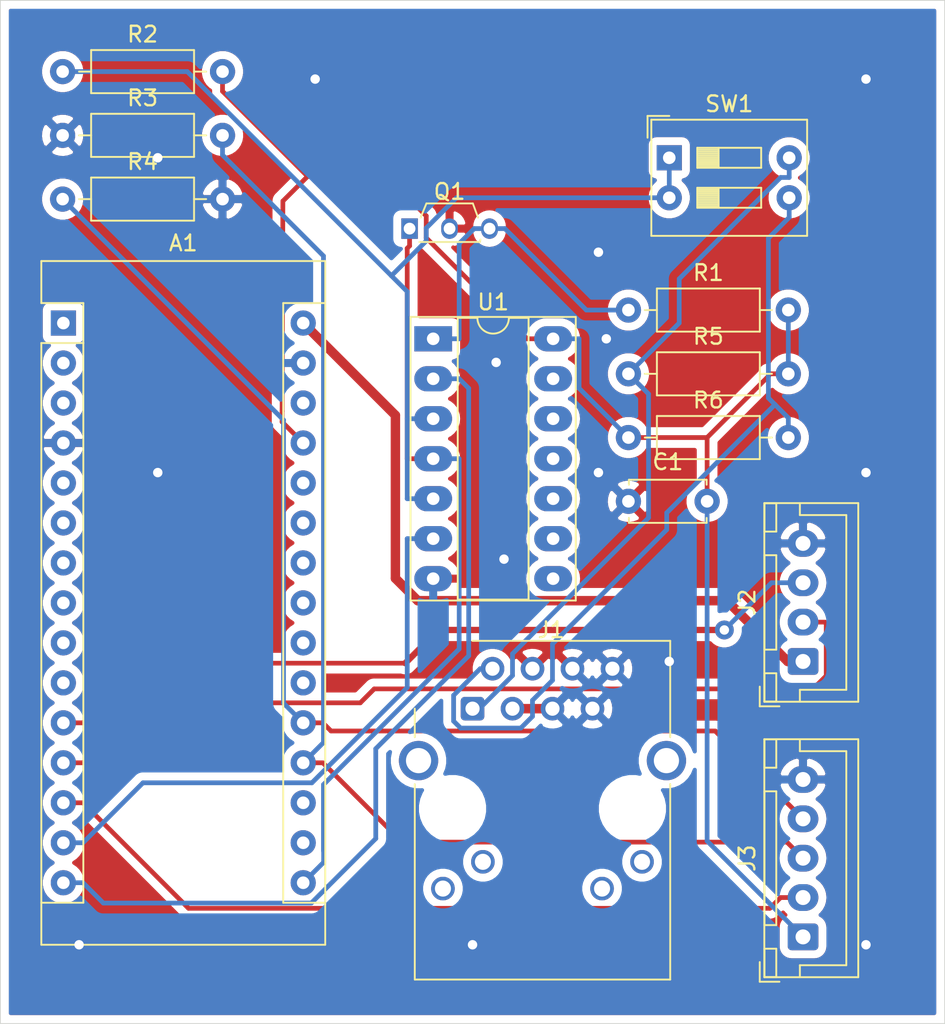
<source format=kicad_pcb>
(kicad_pcb (version 20171130) (host pcbnew "(5.1.5)-2")

  (general
    (thickness 1.6)
    (drawings 4)
    (tracks 155)
    (zones 0)
    (modules 14)
    (nets 38)
  )

  (page A4)
  (layers
    (0 F.Cu signal)
    (31 B.Cu signal)
    (32 B.Adhes user)
    (33 F.Adhes user)
    (34 B.Paste user)
    (35 F.Paste user)
    (36 B.SilkS user)
    (37 F.SilkS user)
    (38 B.Mask user)
    (39 F.Mask user)
    (40 Dwgs.User user)
    (41 Cmts.User user)
    (42 Eco1.User user)
    (43 Eco2.User user)
    (44 Edge.Cuts user)
    (45 Margin user)
    (46 B.CrtYd user)
    (47 F.CrtYd user)
    (48 B.Fab user)
    (49 F.Fab user)
  )

  (setup
    (last_trace_width 0.6)
    (user_trace_width 0.4)
    (user_trace_width 0.6)
    (user_trace_width 0.8)
    (user_trace_width 1)
    (user_trace_width 1.2)
    (user_trace_width 1.6)
    (user_trace_width 2)
    (trace_clearance 0.3)
    (zone_clearance 0.508)
    (zone_45_only no)
    (trace_min 0.3)
    (via_size 1.2)
    (via_drill 0.6)
    (via_min_size 1.2)
    (via_min_drill 0.6)
    (user_via 1.2 0.8)
    (user_via 1.4 0.9)
    (user_via 1.5 1)
    (uvia_size 1.2)
    (uvia_drill 0.6)
    (uvias_allowed no)
    (uvia_min_size 1.2)
    (uvia_min_drill 0.6)
    (edge_width 0.05)
    (segment_width 0.2)
    (pcb_text_width 0.3)
    (pcb_text_size 1.5 1.5)
    (mod_edge_width 0.12)
    (mod_text_size 1 1)
    (mod_text_width 0.15)
    (pad_size 1.524 1.524)
    (pad_drill 0.762)
    (pad_to_mask_clearance 0.051)
    (solder_mask_min_width 0.25)
    (aux_axis_origin 35 175)
    (grid_origin 35 175)
    (visible_elements 7FFFFFFF)
    (pcbplotparams
      (layerselection 0x010fc_ffffffff)
      (usegerberextensions true)
      (usegerberattributes false)
      (usegerberadvancedattributes false)
      (creategerberjobfile false)
      (excludeedgelayer true)
      (linewidth 0.100000)
      (plotframeref false)
      (viasonmask false)
      (mode 1)
      (useauxorigin false)
      (hpglpennumber 1)
      (hpglpenspeed 20)
      (hpglpendiameter 15.000000)
      (psnegative false)
      (psa4output false)
      (plotreference true)
      (plotvalue true)
      (plotinvisibletext false)
      (padsonsilk false)
      (subtractmaskfromsilk false)
      (outputformat 1)
      (mirror false)
      (drillshape 0)
      (scaleselection 1)
      (outputdirectory "Gerber/"))
  )

  (net 0 "")
  (net 1 "Net-(A1-Pad1)")
  (net 2 "Net-(A1-Pad17)")
  (net 3 "Net-(A1-Pad2)")
  (net 4 "Net-(A1-Pad18)")
  (net 5 "Net-(A1-Pad3)")
  (net 6 /Joystick_x)
  (net 7 GND)
  (net 8 /Joystick_y)
  (net 9 "Net-(A1-Pad5)")
  (net 10 "Net-(A1-Pad21)")
  (net 11 "Net-(A1-Pad6)")
  (net 12 "Net-(A1-Pad22)")
  (net 13 "Net-(A1-Pad7)")
  (net 14 "Net-(A1-Pad23)")
  (net 15 "Net-(A1-Pad8)")
  (net 16 "Net-(A1-Pad24)")
  (net 17 "Net-(A1-Pad9)")
  (net 18 "Net-(A1-Pad25)")
  (net 19 "Net-(A1-Pad10)")
  (net 20 "Net-(A1-Pad26)")
  (net 21 /I2C_SDA)
  (net 22 /+5V)
  (net 23 /I2C_SCL)
  (net 24 "Net-(A1-Pad28)")
  (net 25 /Joystick_Switch)
  (net 26 "Net-(A1-Pad14)")
  (net 27 VCC)
  (net 28 "Net-(A1-Pad15)")
  (net 29 "Net-(A1-Pad16)")
  (net 30 /ICS_OutPut1)
  (net 31 /ICS_OutPut2)
  (net 32 "Net-(J1-Pad9)")
  (net 33 "Net-(J1-Pad10)")
  (net 34 "Net-(J1-Pad12)")
  (net 35 "Net-(J1-Pad11)")
  (net 36 "Net-(Q1-Pad3)")
  (net 37 "Net-(R2-Pad1)")

  (net_class Default "これはデフォルトのネット クラスです。"
    (clearance 0.3)
    (trace_width 0.3)
    (via_dia 1.2)
    (via_drill 0.6)
    (uvia_dia 1.2)
    (uvia_drill 0.6)
    (diff_pair_width 0.3)
    (diff_pair_gap 0.3)
    (add_net /+5V)
    (add_net /I2C_SCL)
    (add_net /I2C_SDA)
    (add_net /ICS_OutPut1)
    (add_net /ICS_OutPut2)
    (add_net /Joystick_Switch)
    (add_net /Joystick_x)
    (add_net /Joystick_y)
    (add_net GND)
    (add_net "Net-(A1-Pad1)")
    (add_net "Net-(A1-Pad10)")
    (add_net "Net-(A1-Pad14)")
    (add_net "Net-(A1-Pad15)")
    (add_net "Net-(A1-Pad16)")
    (add_net "Net-(A1-Pad17)")
    (add_net "Net-(A1-Pad18)")
    (add_net "Net-(A1-Pad2)")
    (add_net "Net-(A1-Pad21)")
    (add_net "Net-(A1-Pad22)")
    (add_net "Net-(A1-Pad23)")
    (add_net "Net-(A1-Pad24)")
    (add_net "Net-(A1-Pad25)")
    (add_net "Net-(A1-Pad26)")
    (add_net "Net-(A1-Pad28)")
    (add_net "Net-(A1-Pad3)")
    (add_net "Net-(A1-Pad5)")
    (add_net "Net-(A1-Pad6)")
    (add_net "Net-(A1-Pad7)")
    (add_net "Net-(A1-Pad8)")
    (add_net "Net-(A1-Pad9)")
    (add_net "Net-(J1-Pad10)")
    (add_net "Net-(J1-Pad11)")
    (add_net "Net-(J1-Pad12)")
    (add_net "Net-(J1-Pad9)")
    (add_net "Net-(Q1-Pad3)")
    (add_net "Net-(R2-Pad1)")
    (add_net VCC)
  )

  (module Package_TO_SOT_THT:TO-92S_Wide (layer F.Cu) (tedit 5DF07385) (tstamp 5DF0CB5C)
    (at 61 124.5)
    (descr "TO-92S_Wide package, drill 0.75mm (https://www.diodes.com/assets/Package-Files/TO92S%20(Type%20B).pdf)")
    (tags "TO-92S_Wide transistor")
    (path /5DEE34FB)
    (fp_text reference Q1 (at 2.54 -2.35) (layer F.SilkS)
      (effects (font (size 1 1) (thickness 0.15)))
    )
    (fp_text value DTC114EL (at 2.42 1.8) (layer F.Fab)
      (effects (font (size 1 1) (thickness 0.15)))
    )
    (fp_text user %R (at 2.54 -2.35) (layer F.Fab)
      (effects (font (size 1 1) (thickness 0.15)))
    )
    (fp_line (start -0.7 0.85) (end 0.43 0.85) (layer F.CrtYd) (width 0.05))
    (fp_line (start -0.7 -0.85) (end -0.7 0.85) (layer F.CrtYd) (width 0.05))
    (fp_line (start 0.58 -0.85) (end -0.7 -0.85) (layer F.CrtYd) (width 0.05))
    (fp_line (start 0.58 -0.85) (end 0.96 -1.8) (layer F.CrtYd) (width 0.05))
    (fp_line (start 0.51 1) (end 0.43 0.85) (layer F.CrtYd) (width 0.05))
    (fp_line (start 5.85 0.85) (end 4.65 0.85) (layer F.CrtYd) (width 0.05))
    (fp_line (start 5.85 -0.85) (end 5.85 0.85) (layer F.CrtYd) (width 0.05))
    (fp_line (start 4.5 -0.85) (end 5.85 -0.85) (layer F.CrtYd) (width 0.05))
    (fp_line (start 4.12 -1.8) (end 0.97 -1.8) (layer F.CrtYd) (width 0.05))
    (fp_line (start 4.5 -0.85) (end 4.12 -1.8) (layer F.CrtYd) (width 0.05))
    (fp_line (start 4.57 1) (end 4.65 0.85) (layer F.CrtYd) (width 0.05))
    (fp_line (start 0.52 1) (end 4.57 1) (layer F.CrtYd) (width 0.05))
    (fp_line (start 1.07 -1.6) (end 0.7 -0.7) (layer F.SilkS) (width 0.12))
    (fp_line (start 4.02 -1.6) (end 1.07 -1.6) (layer F.SilkS) (width 0.12))
    (fp_line (start 4.35 -0.7) (end 4.02 -1.6) (layer F.SilkS) (width 0.12))
    (fp_line (start 4.47 0.85) (end 4.5 0.7) (layer F.SilkS) (width 0.12))
    (fp_line (start 0.62 0.85) (end 4.47 0.85) (layer F.SilkS) (width 0.12))
    (fp_line (start 1.12 -1.55) (end 3.97 -1.55) (layer F.Fab) (width 0.12))
    (fp_line (start 0.52 0) (end 1.12 -1.55) (layer F.Fab) (width 0.12))
    (fp_line (start 0.67 0.75) (end 0.52 0) (layer F.Fab) (width 0.12))
    (fp_line (start 4.57 0) (end 3.97 -1.55) (layer F.Fab) (width 0.12))
    (fp_line (start 4.42 0.75) (end 4.57 0) (layer F.Fab) (width 0.12))
    (fp_line (start 0.67 0.75) (end 4.42 0.75) (layer F.Fab) (width 0.12))
    (pad 2 thru_hole oval (at 2.54 0 180) (size 1.05 1.3) (drill 0.75) (layers *.Cu *.Mask)
      (net 7 GND))
    (pad 3 thru_hole oval (at 5.08 0 180) (size 1.05 1.3) (drill 0.75) (layers *.Cu *.Mask)
      (net 36 "Net-(Q1-Pad3)"))
    (pad 1 thru_hole rect (at 0 0 180) (size 1.05 1.3) (drill 0.75) (layers *.Cu *.Mask)
      (net 29 "Net-(A1-Pad16)"))
    (model ${KISYS3DMOD}/Package_TO_SOT_THT.3dshapes/TO-92S_Wide.wrl
      (at (xyz 0 0 0))
      (scale (xyz 1 1 1))
      (rotate (xyz 0 0 0))
    )
  )

  (module Module:Arduino_Nano (layer F.Cu) (tedit 58ACAF70) (tstamp 5DF0CAA3)
    (at 39 130.5)
    (descr "Arduino Nano, http://www.mouser.com/pdfdocs/Gravitech_Arduino_Nano3_0.pdf")
    (tags "Arduino Nano")
    (path /5DE334A7)
    (fp_text reference A1 (at 7.62 -5.08) (layer F.SilkS)
      (effects (font (size 1 1) (thickness 0.15)))
    )
    (fp_text value Arduino_Nano_v3.0 (at 8.89 19.05 90) (layer F.Fab)
      (effects (font (size 1 1) (thickness 0.15)))
    )
    (fp_text user %R (at 6.35 19.05 90) (layer F.Fab)
      (effects (font (size 1 1) (thickness 0.15)))
    )
    (fp_line (start 1.27 1.27) (end 1.27 -1.27) (layer F.SilkS) (width 0.12))
    (fp_line (start 1.27 -1.27) (end -1.4 -1.27) (layer F.SilkS) (width 0.12))
    (fp_line (start -1.4 1.27) (end -1.4 39.5) (layer F.SilkS) (width 0.12))
    (fp_line (start -1.4 -3.94) (end -1.4 -1.27) (layer F.SilkS) (width 0.12))
    (fp_line (start 13.97 -1.27) (end 16.64 -1.27) (layer F.SilkS) (width 0.12))
    (fp_line (start 13.97 -1.27) (end 13.97 36.83) (layer F.SilkS) (width 0.12))
    (fp_line (start 13.97 36.83) (end 16.64 36.83) (layer F.SilkS) (width 0.12))
    (fp_line (start 1.27 1.27) (end -1.4 1.27) (layer F.SilkS) (width 0.12))
    (fp_line (start 1.27 1.27) (end 1.27 36.83) (layer F.SilkS) (width 0.12))
    (fp_line (start 1.27 36.83) (end -1.4 36.83) (layer F.SilkS) (width 0.12))
    (fp_line (start 3.81 31.75) (end 11.43 31.75) (layer F.Fab) (width 0.1))
    (fp_line (start 11.43 31.75) (end 11.43 41.91) (layer F.Fab) (width 0.1))
    (fp_line (start 11.43 41.91) (end 3.81 41.91) (layer F.Fab) (width 0.1))
    (fp_line (start 3.81 41.91) (end 3.81 31.75) (layer F.Fab) (width 0.1))
    (fp_line (start -1.4 39.5) (end 16.64 39.5) (layer F.SilkS) (width 0.12))
    (fp_line (start 16.64 39.5) (end 16.64 -3.94) (layer F.SilkS) (width 0.12))
    (fp_line (start 16.64 -3.94) (end -1.4 -3.94) (layer F.SilkS) (width 0.12))
    (fp_line (start 16.51 39.37) (end -1.27 39.37) (layer F.Fab) (width 0.1))
    (fp_line (start -1.27 39.37) (end -1.27 -2.54) (layer F.Fab) (width 0.1))
    (fp_line (start -1.27 -2.54) (end 0 -3.81) (layer F.Fab) (width 0.1))
    (fp_line (start 0 -3.81) (end 16.51 -3.81) (layer F.Fab) (width 0.1))
    (fp_line (start 16.51 -3.81) (end 16.51 39.37) (layer F.Fab) (width 0.1))
    (fp_line (start -1.53 -4.06) (end 16.75 -4.06) (layer F.CrtYd) (width 0.05))
    (fp_line (start -1.53 -4.06) (end -1.53 42.16) (layer F.CrtYd) (width 0.05))
    (fp_line (start 16.75 42.16) (end 16.75 -4.06) (layer F.CrtYd) (width 0.05))
    (fp_line (start 16.75 42.16) (end -1.53 42.16) (layer F.CrtYd) (width 0.05))
    (pad 1 thru_hole rect (at 0 0) (size 1.6 1.6) (drill 0.8) (layers *.Cu *.Mask)
      (net 1 "Net-(A1-Pad1)"))
    (pad 17 thru_hole oval (at 15.24 33.02) (size 1.6 1.6) (drill 0.8) (layers *.Cu *.Mask)
      (net 2 "Net-(A1-Pad17)"))
    (pad 2 thru_hole oval (at 0 2.54) (size 1.6 1.6) (drill 0.8) (layers *.Cu *.Mask)
      (net 3 "Net-(A1-Pad2)"))
    (pad 18 thru_hole oval (at 15.24 30.48) (size 1.6 1.6) (drill 0.8) (layers *.Cu *.Mask)
      (net 4 "Net-(A1-Pad18)"))
    (pad 3 thru_hole oval (at 0 5.08) (size 1.6 1.6) (drill 0.8) (layers *.Cu *.Mask)
      (net 5 "Net-(A1-Pad3)"))
    (pad 19 thru_hole oval (at 15.24 27.94) (size 1.6 1.6) (drill 0.8) (layers *.Cu *.Mask)
      (net 6 /Joystick_x))
    (pad 4 thru_hole oval (at 0 7.62) (size 1.6 1.6) (drill 0.8) (layers *.Cu *.Mask)
      (net 7 GND))
    (pad 20 thru_hole oval (at 15.24 25.4) (size 1.6 1.6) (drill 0.8) (layers *.Cu *.Mask)
      (net 8 /Joystick_y))
    (pad 5 thru_hole oval (at 0 10.16) (size 1.6 1.6) (drill 0.8) (layers *.Cu *.Mask)
      (net 9 "Net-(A1-Pad5)"))
    (pad 21 thru_hole oval (at 15.24 22.86) (size 1.6 1.6) (drill 0.8) (layers *.Cu *.Mask)
      (net 10 "Net-(A1-Pad21)"))
    (pad 6 thru_hole oval (at 0 12.7) (size 1.6 1.6) (drill 0.8) (layers *.Cu *.Mask)
      (net 11 "Net-(A1-Pad6)"))
    (pad 22 thru_hole oval (at 15.24 20.32) (size 1.6 1.6) (drill 0.8) (layers *.Cu *.Mask)
      (net 12 "Net-(A1-Pad22)"))
    (pad 7 thru_hole oval (at 0 15.24) (size 1.6 1.6) (drill 0.8) (layers *.Cu *.Mask)
      (net 13 "Net-(A1-Pad7)"))
    (pad 23 thru_hole oval (at 15.24 17.78) (size 1.6 1.6) (drill 0.8) (layers *.Cu *.Mask)
      (net 14 "Net-(A1-Pad23)"))
    (pad 8 thru_hole oval (at 0 17.78) (size 1.6 1.6) (drill 0.8) (layers *.Cu *.Mask)
      (net 15 "Net-(A1-Pad8)"))
    (pad 24 thru_hole oval (at 15.24 15.24) (size 1.6 1.6) (drill 0.8) (layers *.Cu *.Mask)
      (net 16 "Net-(A1-Pad24)"))
    (pad 9 thru_hole oval (at 0 20.32) (size 1.6 1.6) (drill 0.8) (layers *.Cu *.Mask)
      (net 17 "Net-(A1-Pad9)"))
    (pad 25 thru_hole oval (at 15.24 12.7) (size 1.6 1.6) (drill 0.8) (layers *.Cu *.Mask)
      (net 18 "Net-(A1-Pad25)"))
    (pad 10 thru_hole oval (at 0 22.86) (size 1.6 1.6) (drill 0.8) (layers *.Cu *.Mask)
      (net 19 "Net-(A1-Pad10)"))
    (pad 26 thru_hole oval (at 15.24 10.16) (size 1.6 1.6) (drill 0.8) (layers *.Cu *.Mask)
      (net 20 "Net-(A1-Pad26)"))
    (pad 11 thru_hole oval (at 0 25.4) (size 1.6 1.6) (drill 0.8) (layers *.Cu *.Mask)
      (net 21 /I2C_SDA))
    (pad 27 thru_hole oval (at 15.24 7.62) (size 1.6 1.6) (drill 0.8) (layers *.Cu *.Mask)
      (net 22 /+5V))
    (pad 12 thru_hole oval (at 0 27.94) (size 1.6 1.6) (drill 0.8) (layers *.Cu *.Mask)
      (net 23 /I2C_SCL))
    (pad 28 thru_hole oval (at 15.24 5.08) (size 1.6 1.6) (drill 0.8) (layers *.Cu *.Mask)
      (net 24 "Net-(A1-Pad28)"))
    (pad 13 thru_hole oval (at 0 30.48) (size 1.6 1.6) (drill 0.8) (layers *.Cu *.Mask)
      (net 25 /Joystick_Switch))
    (pad 29 thru_hole oval (at 15.24 2.54) (size 1.6 1.6) (drill 0.8) (layers *.Cu *.Mask)
      (net 7 GND))
    (pad 14 thru_hole oval (at 0 33.02) (size 1.6 1.6) (drill 0.8) (layers *.Cu *.Mask)
      (net 26 "Net-(A1-Pad14)"))
    (pad 30 thru_hole oval (at 15.24 0) (size 1.6 1.6) (drill 0.8) (layers *.Cu *.Mask)
      (net 27 VCC))
    (pad 15 thru_hole oval (at 0 35.56) (size 1.6 1.6) (drill 0.8) (layers *.Cu *.Mask)
      (net 28 "Net-(A1-Pad15)"))
    (pad 16 thru_hole oval (at 15.24 35.56) (size 1.6 1.6) (drill 0.8) (layers *.Cu *.Mask)
      (net 29 "Net-(A1-Pad16)"))
    (model ${KISYS3DMOD}/Module.3dshapes/Arduino_Nano_WithMountingHoles.wrl
      (at (xyz 0 0 0))
      (scale (xyz 1 1 1))
      (rotate (xyz 0 0 0))
    )
  )

  (module Capacitor_THT:C_Disc_D4.7mm_W2.5mm_P5.00mm (layer F.Cu) (tedit 5AE50EF0) (tstamp 5DF0CAB8)
    (at 74.905 141.825)
    (descr "C, Disc series, Radial, pin pitch=5.00mm, , diameter*width=4.7*2.5mm^2, Capacitor, http://www.vishay.com/docs/45233/krseries.pdf")
    (tags "C Disc series Radial pin pitch 5.00mm  diameter 4.7mm width 2.5mm Capacitor")
    (path /5DEE50CF)
    (fp_text reference C1 (at 2.5 -2.5) (layer F.SilkS)
      (effects (font (size 1 1) (thickness 0.15)))
    )
    (fp_text value 0.1 (at 2.5 2.5) (layer F.Fab)
      (effects (font (size 1 1) (thickness 0.15)))
    )
    (fp_line (start 0.15 -1.25) (end 0.15 1.25) (layer F.Fab) (width 0.1))
    (fp_line (start 0.15 1.25) (end 4.85 1.25) (layer F.Fab) (width 0.1))
    (fp_line (start 4.85 1.25) (end 4.85 -1.25) (layer F.Fab) (width 0.1))
    (fp_line (start 4.85 -1.25) (end 0.15 -1.25) (layer F.Fab) (width 0.1))
    (fp_line (start 0.03 -1.37) (end 4.97 -1.37) (layer F.SilkS) (width 0.12))
    (fp_line (start 0.03 1.37) (end 4.97 1.37) (layer F.SilkS) (width 0.12))
    (fp_line (start 0.03 -1.37) (end 0.03 -1.055) (layer F.SilkS) (width 0.12))
    (fp_line (start 0.03 1.055) (end 0.03 1.37) (layer F.SilkS) (width 0.12))
    (fp_line (start 4.97 -1.37) (end 4.97 -1.055) (layer F.SilkS) (width 0.12))
    (fp_line (start 4.97 1.055) (end 4.97 1.37) (layer F.SilkS) (width 0.12))
    (fp_line (start -1.05 -1.5) (end -1.05 1.5) (layer F.CrtYd) (width 0.05))
    (fp_line (start -1.05 1.5) (end 6.05 1.5) (layer F.CrtYd) (width 0.05))
    (fp_line (start 6.05 1.5) (end 6.05 -1.5) (layer F.CrtYd) (width 0.05))
    (fp_line (start 6.05 -1.5) (end -1.05 -1.5) (layer F.CrtYd) (width 0.05))
    (fp_text user %R (at 2.5 0) (layer F.Fab)
      (effects (font (size 0.94 0.94) (thickness 0.141)))
    )
    (pad 1 thru_hole circle (at 0 0) (size 1.6 1.6) (drill 0.8) (layers *.Cu *.Mask)
      (net 7 GND))
    (pad 2 thru_hole circle (at 5 0) (size 1.6 1.6) (drill 0.8) (layers *.Cu *.Mask)
      (net 22 /+5V))
    (model ${KISYS3DMOD}/Capacitor_THT.3dshapes/C_Disc_D4.7mm_W2.5mm_P5.00mm.wrl
      (at (xyz 0 0 0))
      (scale (xyz 1 1 1))
      (rotate (xyz 0 0 0))
    )
  )

  (module Connector_RJ:RJ45_Cetus_J1B1211CCD_Horizontal (layer F.Cu) (tedit 5BBCB15F) (tstamp 5DF0CAE6)
    (at 65 155)
    (descr "1 Port RJ45 Magjack Connector Through Hole 10/100 Base-T, Cetus, used and distributed by WIZnet (https://wizwiki.net/wiki/lib/exe/fetch.php?media=products:wiz550web:wiz550webds_kr:j1b1211ccd.pdf)")
    (tags "RJ45 Magjack")
    (path /5E014AE7)
    (fp_text reference J1 (at 5 -5) (layer F.SilkS)
      (effects (font (size 1 1) (thickness 0.15)))
    )
    (fp_text value 8P8C_LED (at 4.445 18) (layer F.Fab)
      (effects (font (size 1 1) (thickness 0.15)))
    )
    (fp_line (start -3.555 1) (end -3.555 17.1) (layer F.Fab) (width 0.1))
    (fp_line (start -3.555 -4.2) (end 12.445 -4.2) (layer F.Fab) (width 0.1))
    (fp_line (start 12.445 -4.2) (end 12.445 17.1) (layer F.Fab) (width 0.1))
    (fp_line (start -3.555 17.1) (end 12.445 17.1) (layer F.Fab) (width 0.1))
    (fp_text user %R (at 4 16) (layer F.Fab)
      (effects (font (size 1 1) (thickness 0.15)))
    )
    (fp_line (start -3.555 -4.2) (end -3.555 -1) (layer F.Fab) (width 0.1))
    (fp_line (start -2.555 0) (end -3.555 -1) (layer F.Fab) (width 0.1))
    (fp_line (start -2.555 0) (end -3.555 1) (layer F.Fab) (width 0.1))
    (fp_line (start 0 -4.31) (end 12.56 -4.31) (layer F.SilkS) (width 0.12))
    (fp_line (start 12.56 -4.31) (end 12.56 1.81) (layer F.SilkS) (width 0.12))
    (fp_line (start -3.67 0) (end -3.67 1.81) (layer F.SilkS) (width 0.12))
    (fp_line (start -3.67 4.8) (end -3.67 17.21) (layer F.SilkS) (width 0.12))
    (fp_line (start 12.56 17.21) (end -3.67 17.21) (layer F.SilkS) (width 0.12))
    (fp_line (start 12.56 4.79) (end 12.56 17.21) (layer F.SilkS) (width 0.12))
    (fp_line (start -4.06 5.14) (end -4.06 17.6) (layer F.CrtYd) (width 0.05))
    (fp_line (start -5.18 4.02) (end -5.18 2.57) (layer F.CrtYd) (width 0.05))
    (fp_line (start -4.06 1.45) (end -5.18 2.57) (layer F.CrtYd) (width 0.05))
    (fp_line (start -5.18 4.02) (end -4.06 5.14) (layer F.CrtYd) (width 0.05))
    (fp_line (start -4.06 1.45) (end -4.06 -4.7) (layer F.CrtYd) (width 0.05))
    (fp_line (start 14.07 4.02) (end 14.07 2.57) (layer F.CrtYd) (width 0.05))
    (fp_line (start 12.95 1.45) (end 12.95 -4.7) (layer F.CrtYd) (width 0.05))
    (fp_line (start 14.07 4.02) (end 12.95 5.14) (layer F.CrtYd) (width 0.05))
    (fp_line (start 12.95 5.14) (end 12.95 17.6) (layer F.CrtYd) (width 0.05))
    (fp_line (start 12.95 1.45) (end 14.07 2.57) (layer F.CrtYd) (width 0.05))
    (fp_line (start -4.06 -4.7) (end 12.95 -4.7) (layer F.CrtYd) (width 0.05))
    (fp_line (start -4.06 17.6) (end 12.95 17.6) (layer F.CrtYd) (width 0.05))
    (pad "" np_thru_hole circle (at 10.16 6.35) (size 3.25 3.25) (drill 3.25) (layers *.Cu *.Mask))
    (pad "" np_thru_hole circle (at -1.27 6.35) (size 3.25 3.25) (drill 3.25) (layers *.Cu *.Mask))
    (pad 1 thru_hole roundrect (at 0 0) (size 1.5 1.5) (drill 0.9) (layers *.Cu *.Mask) (roundrect_rratio 0.167)
      (net 30 /ICS_OutPut1))
    (pad 2 thru_hole circle (at 1.27 -2.54) (size 1.5 1.5) (drill 0.9) (layers *.Cu *.Mask)
      (net 31 /ICS_OutPut2))
    (pad 3 thru_hole circle (at 2.54 0) (size 1.5 1.5) (drill 0.9) (layers *.Cu *.Mask)
      (net 7 GND))
    (pad 4 thru_hole circle (at 3.81 -2.54) (size 1.5 1.5) (drill 0.9) (layers *.Cu *.Mask)
      (net 7 GND))
    (pad 5 thru_hole circle (at 5.08 0) (size 1.5 1.5) (drill 0.9) (layers *.Cu *.Mask)
      (net 7 GND))
    (pad 6 thru_hole circle (at 6.35 -2.54) (size 1.5 1.5) (drill 0.9) (layers *.Cu *.Mask)
      (net 7 GND))
    (pad 7 thru_hole circle (at 7.62 0) (size 1.5 1.5) (drill 0.9) (layers *.Cu *.Mask)
      (net 7 GND))
    (pad 13 thru_hole circle (at -3.43 3.3) (size 2.5 2.5) (drill 1.6) (layers *.Cu *.Mask))
    (pad 8 thru_hole circle (at 8.89 -2.54) (size 1.5 1.5) (drill 0.9) (layers *.Cu *.Mask)
      (net 7 GND))
    (pad 13 thru_hole circle (at 12.32 3.3) (size 2.5 2.5) (drill 1.6) (layers *.Cu *.Mask))
    (pad 9 thru_hole circle (at -1.88 11.43) (size 1.5 1.5) (drill 1.02) (layers *.Cu *.Mask)
      (net 32 "Net-(J1-Pad9)"))
    (pad 10 thru_hole circle (at 0.66 9.73) (size 1.5 1.5) (drill 1.02) (layers *.Cu *.Mask)
      (net 33 "Net-(J1-Pad10)"))
    (pad 12 thru_hole circle (at 10.77 9.73) (size 1.5 1.5) (drill 1.02) (layers *.Cu *.Mask)
      (net 34 "Net-(J1-Pad12)"))
    (pad 11 thru_hole circle (at 8.23 11.43) (size 1.5 1.5) (drill 1.02) (layers *.Cu *.Mask)
      (net 35 "Net-(J1-Pad11)"))
    (model ${KISYS3DMOD}/Connector_RJ.3dshapes/RJ45_Cetus_J1B1211CCD.wrl
      (at (xyz 0 0 0))
      (scale (xyz 1 1 1))
      (rotate (xyz 0 0 0))
    )
  )

  (module Connector_JST:JST_XH_B4B-XH-A_1x04_P2.50mm_Vertical (layer F.Cu) (tedit 5C28146C) (tstamp 5DF0CB11)
    (at 86 152 90)
    (descr "JST XH series connector, B4B-XH-A (http://www.jst-mfg.com/product/pdf/eng/eXH.pdf), generated with kicad-footprint-generator")
    (tags "connector JST XH vertical")
    (path /5DF697B4)
    (fp_text reference J2 (at 3.75 -3.55 90) (layer F.SilkS)
      (effects (font (size 1 1) (thickness 0.15)))
    )
    (fp_text value Conn_XH4p (at 3.75 4.6 90) (layer F.Fab)
      (effects (font (size 1 1) (thickness 0.15)))
    )
    (fp_line (start -2.45 -2.35) (end -2.45 3.4) (layer F.Fab) (width 0.1))
    (fp_line (start -2.45 3.4) (end 9.95 3.4) (layer F.Fab) (width 0.1))
    (fp_line (start 9.95 3.4) (end 9.95 -2.35) (layer F.Fab) (width 0.1))
    (fp_line (start 9.95 -2.35) (end -2.45 -2.35) (layer F.Fab) (width 0.1))
    (fp_line (start -2.56 -2.46) (end -2.56 3.51) (layer F.SilkS) (width 0.12))
    (fp_line (start -2.56 3.51) (end 10.06 3.51) (layer F.SilkS) (width 0.12))
    (fp_line (start 10.06 3.51) (end 10.06 -2.46) (layer F.SilkS) (width 0.12))
    (fp_line (start 10.06 -2.46) (end -2.56 -2.46) (layer F.SilkS) (width 0.12))
    (fp_line (start -2.95 -2.85) (end -2.95 3.9) (layer F.CrtYd) (width 0.05))
    (fp_line (start -2.95 3.9) (end 10.45 3.9) (layer F.CrtYd) (width 0.05))
    (fp_line (start 10.45 3.9) (end 10.45 -2.85) (layer F.CrtYd) (width 0.05))
    (fp_line (start 10.45 -2.85) (end -2.95 -2.85) (layer F.CrtYd) (width 0.05))
    (fp_line (start -0.625 -2.35) (end 0 -1.35) (layer F.Fab) (width 0.1))
    (fp_line (start 0 -1.35) (end 0.625 -2.35) (layer F.Fab) (width 0.1))
    (fp_line (start 0.75 -2.45) (end 0.75 -1.7) (layer F.SilkS) (width 0.12))
    (fp_line (start 0.75 -1.7) (end 6.75 -1.7) (layer F.SilkS) (width 0.12))
    (fp_line (start 6.75 -1.7) (end 6.75 -2.45) (layer F.SilkS) (width 0.12))
    (fp_line (start 6.75 -2.45) (end 0.75 -2.45) (layer F.SilkS) (width 0.12))
    (fp_line (start -2.55 -2.45) (end -2.55 -1.7) (layer F.SilkS) (width 0.12))
    (fp_line (start -2.55 -1.7) (end -0.75 -1.7) (layer F.SilkS) (width 0.12))
    (fp_line (start -0.75 -1.7) (end -0.75 -2.45) (layer F.SilkS) (width 0.12))
    (fp_line (start -0.75 -2.45) (end -2.55 -2.45) (layer F.SilkS) (width 0.12))
    (fp_line (start 8.25 -2.45) (end 8.25 -1.7) (layer F.SilkS) (width 0.12))
    (fp_line (start 8.25 -1.7) (end 10.05 -1.7) (layer F.SilkS) (width 0.12))
    (fp_line (start 10.05 -1.7) (end 10.05 -2.45) (layer F.SilkS) (width 0.12))
    (fp_line (start 10.05 -2.45) (end 8.25 -2.45) (layer F.SilkS) (width 0.12))
    (fp_line (start -2.55 -0.2) (end -1.8 -0.2) (layer F.SilkS) (width 0.12))
    (fp_line (start -1.8 -0.2) (end -1.8 2.75) (layer F.SilkS) (width 0.12))
    (fp_line (start -1.8 2.75) (end 3.75 2.75) (layer F.SilkS) (width 0.12))
    (fp_line (start 10.05 -0.2) (end 9.3 -0.2) (layer F.SilkS) (width 0.12))
    (fp_line (start 9.3 -0.2) (end 9.3 2.75) (layer F.SilkS) (width 0.12))
    (fp_line (start 9.3 2.75) (end 3.75 2.75) (layer F.SilkS) (width 0.12))
    (fp_line (start -1.6 -2.75) (end -2.85 -2.75) (layer F.SilkS) (width 0.12))
    (fp_line (start -2.85 -2.75) (end -2.85 -1.5) (layer F.SilkS) (width 0.12))
    (fp_text user %R (at 3.75 2.7 90) (layer F.Fab)
      (effects (font (size 1 1) (thickness 0.15)))
    )
    (pad 1 thru_hole roundrect (at 0 0 90) (size 1.7 1.95) (drill 0.95) (layers *.Cu *.Mask) (roundrect_rratio 0.147059)
      (net 27 VCC))
    (pad 2 thru_hole oval (at 2.5 0 90) (size 1.7 1.95) (drill 0.95) (layers *.Cu *.Mask)
      (net 23 /I2C_SCL))
    (pad 3 thru_hole oval (at 5 0 90) (size 1.7 1.95) (drill 0.95) (layers *.Cu *.Mask)
      (net 21 /I2C_SDA))
    (pad 4 thru_hole oval (at 7.5 0 90) (size 1.7 1.95) (drill 0.95) (layers *.Cu *.Mask)
      (net 7 GND))
    (model ${KISYS3DMOD}/Connector_JST.3dshapes/JST_XH_B4B-XH-A_1x04_P2.50mm_Vertical.wrl
      (at (xyz 0 0 0))
      (scale (xyz 1 1 1))
      (rotate (xyz 0 0 0))
    )
  )

  (module Connector_JST:JST_XH_B5B-XH-A_1x05_P2.50mm_Vertical (layer F.Cu) (tedit 5C28146C) (tstamp 5DF0CB3D)
    (at 86 169.5 90)
    (descr "JST XH series connector, B5B-XH-A (http://www.jst-mfg.com/product/pdf/eng/eXH.pdf), generated with kicad-footprint-generator")
    (tags "connector JST XH vertical")
    (path /5DF07DF9)
    (fp_text reference J3 (at 5 -3.55 90) (layer F.SilkS)
      (effects (font (size 1 1) (thickness 0.15)))
    )
    (fp_text value Conn_XH5p (at 5 4.6 90) (layer F.Fab)
      (effects (font (size 1 1) (thickness 0.15)))
    )
    (fp_line (start -2.45 -2.35) (end -2.45 3.4) (layer F.Fab) (width 0.1))
    (fp_line (start -2.45 3.4) (end 12.45 3.4) (layer F.Fab) (width 0.1))
    (fp_line (start 12.45 3.4) (end 12.45 -2.35) (layer F.Fab) (width 0.1))
    (fp_line (start 12.45 -2.35) (end -2.45 -2.35) (layer F.Fab) (width 0.1))
    (fp_line (start -2.56 -2.46) (end -2.56 3.51) (layer F.SilkS) (width 0.12))
    (fp_line (start -2.56 3.51) (end 12.56 3.51) (layer F.SilkS) (width 0.12))
    (fp_line (start 12.56 3.51) (end 12.56 -2.46) (layer F.SilkS) (width 0.12))
    (fp_line (start 12.56 -2.46) (end -2.56 -2.46) (layer F.SilkS) (width 0.12))
    (fp_line (start -2.95 -2.85) (end -2.95 3.9) (layer F.CrtYd) (width 0.05))
    (fp_line (start -2.95 3.9) (end 12.95 3.9) (layer F.CrtYd) (width 0.05))
    (fp_line (start 12.95 3.9) (end 12.95 -2.85) (layer F.CrtYd) (width 0.05))
    (fp_line (start 12.95 -2.85) (end -2.95 -2.85) (layer F.CrtYd) (width 0.05))
    (fp_line (start -0.625 -2.35) (end 0 -1.35) (layer F.Fab) (width 0.1))
    (fp_line (start 0 -1.35) (end 0.625 -2.35) (layer F.Fab) (width 0.1))
    (fp_line (start 0.75 -2.45) (end 0.75 -1.7) (layer F.SilkS) (width 0.12))
    (fp_line (start 0.75 -1.7) (end 9.25 -1.7) (layer F.SilkS) (width 0.12))
    (fp_line (start 9.25 -1.7) (end 9.25 -2.45) (layer F.SilkS) (width 0.12))
    (fp_line (start 9.25 -2.45) (end 0.75 -2.45) (layer F.SilkS) (width 0.12))
    (fp_line (start -2.55 -2.45) (end -2.55 -1.7) (layer F.SilkS) (width 0.12))
    (fp_line (start -2.55 -1.7) (end -0.75 -1.7) (layer F.SilkS) (width 0.12))
    (fp_line (start -0.75 -1.7) (end -0.75 -2.45) (layer F.SilkS) (width 0.12))
    (fp_line (start -0.75 -2.45) (end -2.55 -2.45) (layer F.SilkS) (width 0.12))
    (fp_line (start 10.75 -2.45) (end 10.75 -1.7) (layer F.SilkS) (width 0.12))
    (fp_line (start 10.75 -1.7) (end 12.55 -1.7) (layer F.SilkS) (width 0.12))
    (fp_line (start 12.55 -1.7) (end 12.55 -2.45) (layer F.SilkS) (width 0.12))
    (fp_line (start 12.55 -2.45) (end 10.75 -2.45) (layer F.SilkS) (width 0.12))
    (fp_line (start -2.55 -0.2) (end -1.8 -0.2) (layer F.SilkS) (width 0.12))
    (fp_line (start -1.8 -0.2) (end -1.8 2.75) (layer F.SilkS) (width 0.12))
    (fp_line (start -1.8 2.75) (end 5 2.75) (layer F.SilkS) (width 0.12))
    (fp_line (start 12.55 -0.2) (end 11.8 -0.2) (layer F.SilkS) (width 0.12))
    (fp_line (start 11.8 -0.2) (end 11.8 2.75) (layer F.SilkS) (width 0.12))
    (fp_line (start 11.8 2.75) (end 5 2.75) (layer F.SilkS) (width 0.12))
    (fp_line (start -1.6 -2.75) (end -2.85 -2.75) (layer F.SilkS) (width 0.12))
    (fp_line (start -2.85 -2.75) (end -2.85 -1.5) (layer F.SilkS) (width 0.12))
    (fp_text user %R (at 5 2.7 90) (layer F.Fab)
      (effects (font (size 1 1) (thickness 0.15)))
    )
    (pad 1 thru_hole roundrect (at 0 0 90) (size 1.7 1.95) (drill 0.95) (layers *.Cu *.Mask) (roundrect_rratio 0.147059)
      (net 22 /+5V))
    (pad 2 thru_hole oval (at 2.5 0 90) (size 1.7 1.95) (drill 0.95) (layers *.Cu *.Mask)
      (net 25 /Joystick_Switch))
    (pad 3 thru_hole oval (at 5 0 90) (size 1.7 1.95) (drill 0.95) (layers *.Cu *.Mask)
      (net 6 /Joystick_x))
    (pad 4 thru_hole oval (at 7.5 0 90) (size 1.7 1.95) (drill 0.95) (layers *.Cu *.Mask)
      (net 8 /Joystick_y))
    (pad 5 thru_hole oval (at 10 0 90) (size 1.7 1.95) (drill 0.95) (layers *.Cu *.Mask)
      (net 7 GND))
    (model ${KISYS3DMOD}/Connector_JST.3dshapes/JST_XH_B5B-XH-A_1x05_P2.50mm_Vertical.wrl
      (at (xyz 0 0 0))
      (scale (xyz 1 1 1))
      (rotate (xyz 0 0 0))
    )
  )

  (module Resistor_THT:R_Axial_DIN0207_L6.3mm_D2.5mm_P10.16mm_Horizontal (layer F.Cu) (tedit 5AE5139B) (tstamp 5DF0D6DF)
    (at 74.905 129.675)
    (descr "Resistor, Axial_DIN0207 series, Axial, Horizontal, pin pitch=10.16mm, 0.25W = 1/4W, length*diameter=6.3*2.5mm^2, http://cdn-reichelt.de/documents/datenblatt/B400/1_4W%23YAG.pdf")
    (tags "Resistor Axial_DIN0207 series Axial Horizontal pin pitch 10.16mm 0.25W = 1/4W length 6.3mm diameter 2.5mm")
    (path /5DEE66BF)
    (fp_text reference R1 (at 5.08 -2.37) (layer F.SilkS)
      (effects (font (size 1 1) (thickness 0.15)))
    )
    (fp_text value 10k (at 5.08 2.37) (layer F.Fab)
      (effects (font (size 1 1) (thickness 0.15)))
    )
    (fp_text user %R (at 5.08 0) (layer F.Fab)
      (effects (font (size 1 1) (thickness 0.15)))
    )
    (fp_line (start 11.21 -1.5) (end -1.05 -1.5) (layer F.CrtYd) (width 0.05))
    (fp_line (start 11.21 1.5) (end 11.21 -1.5) (layer F.CrtYd) (width 0.05))
    (fp_line (start -1.05 1.5) (end 11.21 1.5) (layer F.CrtYd) (width 0.05))
    (fp_line (start -1.05 -1.5) (end -1.05 1.5) (layer F.CrtYd) (width 0.05))
    (fp_line (start 9.12 0) (end 8.35 0) (layer F.SilkS) (width 0.12))
    (fp_line (start 1.04 0) (end 1.81 0) (layer F.SilkS) (width 0.12))
    (fp_line (start 8.35 -1.37) (end 1.81 -1.37) (layer F.SilkS) (width 0.12))
    (fp_line (start 8.35 1.37) (end 8.35 -1.37) (layer F.SilkS) (width 0.12))
    (fp_line (start 1.81 1.37) (end 8.35 1.37) (layer F.SilkS) (width 0.12))
    (fp_line (start 1.81 -1.37) (end 1.81 1.37) (layer F.SilkS) (width 0.12))
    (fp_line (start 10.16 0) (end 8.23 0) (layer F.Fab) (width 0.1))
    (fp_line (start 0 0) (end 1.93 0) (layer F.Fab) (width 0.1))
    (fp_line (start 8.23 -1.25) (end 1.93 -1.25) (layer F.Fab) (width 0.1))
    (fp_line (start 8.23 1.25) (end 8.23 -1.25) (layer F.Fab) (width 0.1))
    (fp_line (start 1.93 1.25) (end 8.23 1.25) (layer F.Fab) (width 0.1))
    (fp_line (start 1.93 -1.25) (end 1.93 1.25) (layer F.Fab) (width 0.1))
    (pad 2 thru_hole oval (at 10.16 0) (size 1.6 1.6) (drill 0.8) (layers *.Cu *.Mask)
      (net 22 /+5V))
    (pad 1 thru_hole circle (at 0 0) (size 1.6 1.6) (drill 0.8) (layers *.Cu *.Mask)
      (net 36 "Net-(Q1-Pad3)"))
    (model ${KISYS3DMOD}/Resistor_THT.3dshapes/R_Axial_DIN0207_L6.3mm_D2.5mm_P10.16mm_Horizontal.wrl
      (at (xyz 0 0 0))
      (scale (xyz 1 1 1))
      (rotate (xyz 0 0 0))
    )
  )

  (module Resistor_THT:R_Axial_DIN0207_L6.3mm_D2.5mm_P10.16mm_Horizontal (layer F.Cu) (tedit 5AE5139B) (tstamp 5DF0CB8A)
    (at 38.955 114.525)
    (descr "Resistor, Axial_DIN0207 series, Axial, Horizontal, pin pitch=10.16mm, 0.25W = 1/4W, length*diameter=6.3*2.5mm^2, http://cdn-reichelt.de/documents/datenblatt/B400/1_4W%23YAG.pdf")
    (tags "Resistor Axial_DIN0207 series Axial Horizontal pin pitch 10.16mm 0.25W = 1/4W length 6.3mm diameter 2.5mm")
    (path /5DEC8089)
    (fp_text reference R2 (at 5.08 -2.37) (layer F.SilkS)
      (effects (font (size 1 1) (thickness 0.15)))
    )
    (fp_text value 2.2k (at 5.08 2.37) (layer F.Fab)
      (effects (font (size 1 1) (thickness 0.15)))
    )
    (fp_line (start 1.93 -1.25) (end 1.93 1.25) (layer F.Fab) (width 0.1))
    (fp_line (start 1.93 1.25) (end 8.23 1.25) (layer F.Fab) (width 0.1))
    (fp_line (start 8.23 1.25) (end 8.23 -1.25) (layer F.Fab) (width 0.1))
    (fp_line (start 8.23 -1.25) (end 1.93 -1.25) (layer F.Fab) (width 0.1))
    (fp_line (start 0 0) (end 1.93 0) (layer F.Fab) (width 0.1))
    (fp_line (start 10.16 0) (end 8.23 0) (layer F.Fab) (width 0.1))
    (fp_line (start 1.81 -1.37) (end 1.81 1.37) (layer F.SilkS) (width 0.12))
    (fp_line (start 1.81 1.37) (end 8.35 1.37) (layer F.SilkS) (width 0.12))
    (fp_line (start 8.35 1.37) (end 8.35 -1.37) (layer F.SilkS) (width 0.12))
    (fp_line (start 8.35 -1.37) (end 1.81 -1.37) (layer F.SilkS) (width 0.12))
    (fp_line (start 1.04 0) (end 1.81 0) (layer F.SilkS) (width 0.12))
    (fp_line (start 9.12 0) (end 8.35 0) (layer F.SilkS) (width 0.12))
    (fp_line (start -1.05 -1.5) (end -1.05 1.5) (layer F.CrtYd) (width 0.05))
    (fp_line (start -1.05 1.5) (end 11.21 1.5) (layer F.CrtYd) (width 0.05))
    (fp_line (start 11.21 1.5) (end 11.21 -1.5) (layer F.CrtYd) (width 0.05))
    (fp_line (start 11.21 -1.5) (end -1.05 -1.5) (layer F.CrtYd) (width 0.05))
    (fp_text user %R (at 5.08 0) (layer F.Fab)
      (effects (font (size 1 1) (thickness 0.15)))
    )
    (pad 1 thru_hole circle (at 0 0) (size 1.6 1.6) (drill 0.8) (layers *.Cu *.Mask)
      (net 37 "Net-(R2-Pad1)"))
    (pad 2 thru_hole oval (at 10.16 0) (size 1.6 1.6) (drill 0.8) (layers *.Cu *.Mask)
      (net 22 /+5V))
    (model ${KISYS3DMOD}/Resistor_THT.3dshapes/R_Axial_DIN0207_L6.3mm_D2.5mm_P10.16mm_Horizontal.wrl
      (at (xyz 0 0 0))
      (scale (xyz 1 1 1))
      (rotate (xyz 0 0 0))
    )
  )

  (module Resistor_THT:R_Axial_DIN0207_L6.3mm_D2.5mm_P10.16mm_Horizontal (layer F.Cu) (tedit 5AE5139B) (tstamp 5DF0CBA1)
    (at 38.955 118.575)
    (descr "Resistor, Axial_DIN0207 series, Axial, Horizontal, pin pitch=10.16mm, 0.25W = 1/4W, length*diameter=6.3*2.5mm^2, http://cdn-reichelt.de/documents/datenblatt/B400/1_4W%23YAG.pdf")
    (tags "Resistor Axial_DIN0207 series Axial Horizontal pin pitch 10.16mm 0.25W = 1/4W length 6.3mm diameter 2.5mm")
    (path /5DF1A8CE)
    (fp_text reference R3 (at 5.08 -2.37) (layer F.SilkS)
      (effects (font (size 1 1) (thickness 0.15)))
    )
    (fp_text value 68 (at 5.08 2.37) (layer F.Fab)
      (effects (font (size 1 1) (thickness 0.15)))
    )
    (fp_text user %R (at 5.08 0) (layer F.Fab)
      (effects (font (size 1 1) (thickness 0.15)))
    )
    (fp_line (start 11.21 -1.5) (end -1.05 -1.5) (layer F.CrtYd) (width 0.05))
    (fp_line (start 11.21 1.5) (end 11.21 -1.5) (layer F.CrtYd) (width 0.05))
    (fp_line (start -1.05 1.5) (end 11.21 1.5) (layer F.CrtYd) (width 0.05))
    (fp_line (start -1.05 -1.5) (end -1.05 1.5) (layer F.CrtYd) (width 0.05))
    (fp_line (start 9.12 0) (end 8.35 0) (layer F.SilkS) (width 0.12))
    (fp_line (start 1.04 0) (end 1.81 0) (layer F.SilkS) (width 0.12))
    (fp_line (start 8.35 -1.37) (end 1.81 -1.37) (layer F.SilkS) (width 0.12))
    (fp_line (start 8.35 1.37) (end 8.35 -1.37) (layer F.SilkS) (width 0.12))
    (fp_line (start 1.81 1.37) (end 8.35 1.37) (layer F.SilkS) (width 0.12))
    (fp_line (start 1.81 -1.37) (end 1.81 1.37) (layer F.SilkS) (width 0.12))
    (fp_line (start 10.16 0) (end 8.23 0) (layer F.Fab) (width 0.1))
    (fp_line (start 0 0) (end 1.93 0) (layer F.Fab) (width 0.1))
    (fp_line (start 8.23 -1.25) (end 1.93 -1.25) (layer F.Fab) (width 0.1))
    (fp_line (start 8.23 1.25) (end 8.23 -1.25) (layer F.Fab) (width 0.1))
    (fp_line (start 1.93 1.25) (end 8.23 1.25) (layer F.Fab) (width 0.1))
    (fp_line (start 1.93 -1.25) (end 1.93 1.25) (layer F.Fab) (width 0.1))
    (pad 2 thru_hole oval (at 10.16 0) (size 1.6 1.6) (drill 0.8) (layers *.Cu *.Mask)
      (net 6 /Joystick_x))
    (pad 1 thru_hole circle (at 0 0) (size 1.6 1.6) (drill 0.8) (layers *.Cu *.Mask)
      (net 7 GND))
    (model ${KISYS3DMOD}/Resistor_THT.3dshapes/R_Axial_DIN0207_L6.3mm_D2.5mm_P10.16mm_Horizontal.wrl
      (at (xyz 0 0 0))
      (scale (xyz 1 1 1))
      (rotate (xyz 0 0 0))
    )
  )

  (module Resistor_THT:R_Axial_DIN0207_L6.3mm_D2.5mm_P10.16mm_Horizontal (layer F.Cu) (tedit 5AE5139B) (tstamp 5DF0CBB8)
    (at 38.955 122.625)
    (descr "Resistor, Axial_DIN0207 series, Axial, Horizontal, pin pitch=10.16mm, 0.25W = 1/4W, length*diameter=6.3*2.5mm^2, http://cdn-reichelt.de/documents/datenblatt/B400/1_4W%23YAG.pdf")
    (tags "Resistor Axial_DIN0207 series Axial Horizontal pin pitch 10.16mm 0.25W = 1/4W length 6.3mm diameter 2.5mm")
    (path /5DF819DA)
    (fp_text reference R4 (at 5.08 -2.37) (layer F.SilkS)
      (effects (font (size 1 1) (thickness 0.15)))
    )
    (fp_text value 68 (at 5.08 2.37) (layer F.Fab)
      (effects (font (size 1 1) (thickness 0.15)))
    )
    (fp_line (start 1.93 -1.25) (end 1.93 1.25) (layer F.Fab) (width 0.1))
    (fp_line (start 1.93 1.25) (end 8.23 1.25) (layer F.Fab) (width 0.1))
    (fp_line (start 8.23 1.25) (end 8.23 -1.25) (layer F.Fab) (width 0.1))
    (fp_line (start 8.23 -1.25) (end 1.93 -1.25) (layer F.Fab) (width 0.1))
    (fp_line (start 0 0) (end 1.93 0) (layer F.Fab) (width 0.1))
    (fp_line (start 10.16 0) (end 8.23 0) (layer F.Fab) (width 0.1))
    (fp_line (start 1.81 -1.37) (end 1.81 1.37) (layer F.SilkS) (width 0.12))
    (fp_line (start 1.81 1.37) (end 8.35 1.37) (layer F.SilkS) (width 0.12))
    (fp_line (start 8.35 1.37) (end 8.35 -1.37) (layer F.SilkS) (width 0.12))
    (fp_line (start 8.35 -1.37) (end 1.81 -1.37) (layer F.SilkS) (width 0.12))
    (fp_line (start 1.04 0) (end 1.81 0) (layer F.SilkS) (width 0.12))
    (fp_line (start 9.12 0) (end 8.35 0) (layer F.SilkS) (width 0.12))
    (fp_line (start -1.05 -1.5) (end -1.05 1.5) (layer F.CrtYd) (width 0.05))
    (fp_line (start -1.05 1.5) (end 11.21 1.5) (layer F.CrtYd) (width 0.05))
    (fp_line (start 11.21 1.5) (end 11.21 -1.5) (layer F.CrtYd) (width 0.05))
    (fp_line (start 11.21 -1.5) (end -1.05 -1.5) (layer F.CrtYd) (width 0.05))
    (fp_text user %R (at 5.08 0) (layer F.Fab)
      (effects (font (size 1 1) (thickness 0.15)))
    )
    (pad 1 thru_hole circle (at 0 0) (size 1.6 1.6) (drill 0.8) (layers *.Cu *.Mask)
      (net 8 /Joystick_y))
    (pad 2 thru_hole oval (at 10.16 0) (size 1.6 1.6) (drill 0.8) (layers *.Cu *.Mask)
      (net 7 GND))
    (model ${KISYS3DMOD}/Resistor_THT.3dshapes/R_Axial_DIN0207_L6.3mm_D2.5mm_P10.16mm_Horizontal.wrl
      (at (xyz 0 0 0))
      (scale (xyz 1 1 1))
      (rotate (xyz 0 0 0))
    )
  )

  (module Resistor_THT:R_Axial_DIN0207_L6.3mm_D2.5mm_P10.16mm_Horizontal (layer F.Cu) (tedit 5AE5139B) (tstamp 5DF0CBCF)
    (at 74.905 133.725)
    (descr "Resistor, Axial_DIN0207 series, Axial, Horizontal, pin pitch=10.16mm, 0.25W = 1/4W, length*diameter=6.3*2.5mm^2, http://cdn-reichelt.de/documents/datenblatt/B400/1_4W%23YAG.pdf")
    (tags "Resistor Axial_DIN0207 series Axial Horizontal pin pitch 10.16mm 0.25W = 1/4W length 6.3mm diameter 2.5mm")
    (path /5DF41476)
    (fp_text reference R5 (at 5.08 -2.37) (layer F.SilkS)
      (effects (font (size 1 1) (thickness 0.15)))
    )
    (fp_text value 2.2k (at 5.08 2.37) (layer F.Fab)
      (effects (font (size 1 1) (thickness 0.15)))
    )
    (fp_line (start 1.93 -1.25) (end 1.93 1.25) (layer F.Fab) (width 0.1))
    (fp_line (start 1.93 1.25) (end 8.23 1.25) (layer F.Fab) (width 0.1))
    (fp_line (start 8.23 1.25) (end 8.23 -1.25) (layer F.Fab) (width 0.1))
    (fp_line (start 8.23 -1.25) (end 1.93 -1.25) (layer F.Fab) (width 0.1))
    (fp_line (start 0 0) (end 1.93 0) (layer F.Fab) (width 0.1))
    (fp_line (start 10.16 0) (end 8.23 0) (layer F.Fab) (width 0.1))
    (fp_line (start 1.81 -1.37) (end 1.81 1.37) (layer F.SilkS) (width 0.12))
    (fp_line (start 1.81 1.37) (end 8.35 1.37) (layer F.SilkS) (width 0.12))
    (fp_line (start 8.35 1.37) (end 8.35 -1.37) (layer F.SilkS) (width 0.12))
    (fp_line (start 8.35 -1.37) (end 1.81 -1.37) (layer F.SilkS) (width 0.12))
    (fp_line (start 1.04 0) (end 1.81 0) (layer F.SilkS) (width 0.12))
    (fp_line (start 9.12 0) (end 8.35 0) (layer F.SilkS) (width 0.12))
    (fp_line (start -1.05 -1.5) (end -1.05 1.5) (layer F.CrtYd) (width 0.05))
    (fp_line (start -1.05 1.5) (end 11.21 1.5) (layer F.CrtYd) (width 0.05))
    (fp_line (start 11.21 1.5) (end 11.21 -1.5) (layer F.CrtYd) (width 0.05))
    (fp_line (start 11.21 -1.5) (end -1.05 -1.5) (layer F.CrtYd) (width 0.05))
    (fp_text user %R (at 5.08 0) (layer F.Fab)
      (effects (font (size 1 1) (thickness 0.15)))
    )
    (pad 1 thru_hole circle (at 0 0) (size 1.6 1.6) (drill 0.8) (layers *.Cu *.Mask)
      (net 30 /ICS_OutPut1))
    (pad 2 thru_hole oval (at 10.16 0) (size 1.6 1.6) (drill 0.8) (layers *.Cu *.Mask)
      (net 22 /+5V))
    (model ${KISYS3DMOD}/Resistor_THT.3dshapes/R_Axial_DIN0207_L6.3mm_D2.5mm_P10.16mm_Horizontal.wrl
      (at (xyz 0 0 0))
      (scale (xyz 1 1 1))
      (rotate (xyz 0 0 0))
    )
  )

  (module Resistor_THT:R_Axial_DIN0207_L6.3mm_D2.5mm_P10.16mm_Horizontal (layer F.Cu) (tedit 5AE5139B) (tstamp 5DF0CBE6)
    (at 74.905 137.775)
    (descr "Resistor, Axial_DIN0207 series, Axial, Horizontal, pin pitch=10.16mm, 0.25W = 1/4W, length*diameter=6.3*2.5mm^2, http://cdn-reichelt.de/documents/datenblatt/B400/1_4W%23YAG.pdf")
    (tags "Resistor Axial_DIN0207 series Axial Horizontal pin pitch 10.16mm 0.25W = 1/4W length 6.3mm diameter 2.5mm")
    (path /5DF55FC5)
    (fp_text reference R6 (at 5.08 -2.37) (layer F.SilkS)
      (effects (font (size 1 1) (thickness 0.15)))
    )
    (fp_text value 2.2k (at 5.08 2.37) (layer F.Fab)
      (effects (font (size 1 1) (thickness 0.15)))
    )
    (fp_text user %R (at 5.08 0) (layer F.Fab)
      (effects (font (size 1 1) (thickness 0.15)))
    )
    (fp_line (start 11.21 -1.5) (end -1.05 -1.5) (layer F.CrtYd) (width 0.05))
    (fp_line (start 11.21 1.5) (end 11.21 -1.5) (layer F.CrtYd) (width 0.05))
    (fp_line (start -1.05 1.5) (end 11.21 1.5) (layer F.CrtYd) (width 0.05))
    (fp_line (start -1.05 -1.5) (end -1.05 1.5) (layer F.CrtYd) (width 0.05))
    (fp_line (start 9.12 0) (end 8.35 0) (layer F.SilkS) (width 0.12))
    (fp_line (start 1.04 0) (end 1.81 0) (layer F.SilkS) (width 0.12))
    (fp_line (start 8.35 -1.37) (end 1.81 -1.37) (layer F.SilkS) (width 0.12))
    (fp_line (start 8.35 1.37) (end 8.35 -1.37) (layer F.SilkS) (width 0.12))
    (fp_line (start 1.81 1.37) (end 8.35 1.37) (layer F.SilkS) (width 0.12))
    (fp_line (start 1.81 -1.37) (end 1.81 1.37) (layer F.SilkS) (width 0.12))
    (fp_line (start 10.16 0) (end 8.23 0) (layer F.Fab) (width 0.1))
    (fp_line (start 0 0) (end 1.93 0) (layer F.Fab) (width 0.1))
    (fp_line (start 8.23 -1.25) (end 1.93 -1.25) (layer F.Fab) (width 0.1))
    (fp_line (start 8.23 1.25) (end 8.23 -1.25) (layer F.Fab) (width 0.1))
    (fp_line (start 1.93 1.25) (end 8.23 1.25) (layer F.Fab) (width 0.1))
    (fp_line (start 1.93 -1.25) (end 1.93 1.25) (layer F.Fab) (width 0.1))
    (pad 2 thru_hole oval (at 10.16 0) (size 1.6 1.6) (drill 0.8) (layers *.Cu *.Mask)
      (net 31 /ICS_OutPut2))
    (pad 1 thru_hole circle (at 0 0) (size 1.6 1.6) (drill 0.8) (layers *.Cu *.Mask)
      (net 22 /+5V))
    (model ${KISYS3DMOD}/Resistor_THT.3dshapes/R_Axial_DIN0207_L6.3mm_D2.5mm_P10.16mm_Horizontal.wrl
      (at (xyz 0 0 0))
      (scale (xyz 1 1 1))
      (rotate (xyz 0 0 0))
    )
  )

  (module Button_Switch_THT:SW_DIP_SPSTx02_Slide_9.78x7.26mm_W7.62mm_P2.54mm (layer F.Cu) (tedit 5A4E1404) (tstamp 5DF0D425)
    (at 77.5 120)
    (descr "2x-dip-switch SPST , Slide, row spacing 7.62 mm (300 mils), body size 9.78x7.26mm (see e.g. https://www.ctscorp.com/wp-content/uploads/206-208.pdf)")
    (tags "DIP Switch SPST Slide 7.62mm 300mil")
    (path /5DF220C0)
    (fp_text reference SW1 (at 3.81 -3.42) (layer F.SilkS)
      (effects (font (size 1 1) (thickness 0.15)))
    )
    (fp_text value SW_DIP_x02 (at 3.81 5.96) (layer F.Fab)
      (effects (font (size 1 1) (thickness 0.15)))
    )
    (fp_line (start -0.08 -2.36) (end 8.7 -2.36) (layer F.Fab) (width 0.1))
    (fp_line (start 8.7 -2.36) (end 8.7 4.9) (layer F.Fab) (width 0.1))
    (fp_line (start 8.7 4.9) (end -1.08 4.9) (layer F.Fab) (width 0.1))
    (fp_line (start -1.08 4.9) (end -1.08 -1.36) (layer F.Fab) (width 0.1))
    (fp_line (start -1.08 -1.36) (end -0.08 -2.36) (layer F.Fab) (width 0.1))
    (fp_line (start 1.78 -0.635) (end 1.78 0.635) (layer F.Fab) (width 0.1))
    (fp_line (start 1.78 0.635) (end 5.84 0.635) (layer F.Fab) (width 0.1))
    (fp_line (start 5.84 0.635) (end 5.84 -0.635) (layer F.Fab) (width 0.1))
    (fp_line (start 5.84 -0.635) (end 1.78 -0.635) (layer F.Fab) (width 0.1))
    (fp_line (start 1.78 -0.535) (end 3.133333 -0.535) (layer F.Fab) (width 0.1))
    (fp_line (start 1.78 -0.435) (end 3.133333 -0.435) (layer F.Fab) (width 0.1))
    (fp_line (start 1.78 -0.335) (end 3.133333 -0.335) (layer F.Fab) (width 0.1))
    (fp_line (start 1.78 -0.235) (end 3.133333 -0.235) (layer F.Fab) (width 0.1))
    (fp_line (start 1.78 -0.135) (end 3.133333 -0.135) (layer F.Fab) (width 0.1))
    (fp_line (start 1.78 -0.035) (end 3.133333 -0.035) (layer F.Fab) (width 0.1))
    (fp_line (start 1.78 0.065) (end 3.133333 0.065) (layer F.Fab) (width 0.1))
    (fp_line (start 1.78 0.165) (end 3.133333 0.165) (layer F.Fab) (width 0.1))
    (fp_line (start 1.78 0.265) (end 3.133333 0.265) (layer F.Fab) (width 0.1))
    (fp_line (start 1.78 0.365) (end 3.133333 0.365) (layer F.Fab) (width 0.1))
    (fp_line (start 1.78 0.465) (end 3.133333 0.465) (layer F.Fab) (width 0.1))
    (fp_line (start 1.78 0.565) (end 3.133333 0.565) (layer F.Fab) (width 0.1))
    (fp_line (start 3.133333 -0.635) (end 3.133333 0.635) (layer F.Fab) (width 0.1))
    (fp_line (start 1.78 1.905) (end 1.78 3.175) (layer F.Fab) (width 0.1))
    (fp_line (start 1.78 3.175) (end 5.84 3.175) (layer F.Fab) (width 0.1))
    (fp_line (start 5.84 3.175) (end 5.84 1.905) (layer F.Fab) (width 0.1))
    (fp_line (start 5.84 1.905) (end 1.78 1.905) (layer F.Fab) (width 0.1))
    (fp_line (start 1.78 2.005) (end 3.133333 2.005) (layer F.Fab) (width 0.1))
    (fp_line (start 1.78 2.105) (end 3.133333 2.105) (layer F.Fab) (width 0.1))
    (fp_line (start 1.78 2.205) (end 3.133333 2.205) (layer F.Fab) (width 0.1))
    (fp_line (start 1.78 2.305) (end 3.133333 2.305) (layer F.Fab) (width 0.1))
    (fp_line (start 1.78 2.405) (end 3.133333 2.405) (layer F.Fab) (width 0.1))
    (fp_line (start 1.78 2.505) (end 3.133333 2.505) (layer F.Fab) (width 0.1))
    (fp_line (start 1.78 2.605) (end 3.133333 2.605) (layer F.Fab) (width 0.1))
    (fp_line (start 1.78 2.705) (end 3.133333 2.705) (layer F.Fab) (width 0.1))
    (fp_line (start 1.78 2.805) (end 3.133333 2.805) (layer F.Fab) (width 0.1))
    (fp_line (start 1.78 2.905) (end 3.133333 2.905) (layer F.Fab) (width 0.1))
    (fp_line (start 1.78 3.005) (end 3.133333 3.005) (layer F.Fab) (width 0.1))
    (fp_line (start 1.78 3.105) (end 3.133333 3.105) (layer F.Fab) (width 0.1))
    (fp_line (start 3.133333 1.905) (end 3.133333 3.175) (layer F.Fab) (width 0.1))
    (fp_line (start -1.14 -2.42) (end 8.76 -2.42) (layer F.SilkS) (width 0.12))
    (fp_line (start -1.14 4.96) (end 8.76 4.96) (layer F.SilkS) (width 0.12))
    (fp_line (start -1.14 -2.42) (end -1.14 4.96) (layer F.SilkS) (width 0.12))
    (fp_line (start 8.76 -2.42) (end 8.76 4.96) (layer F.SilkS) (width 0.12))
    (fp_line (start -1.38 -2.66) (end 0.004 -2.66) (layer F.SilkS) (width 0.12))
    (fp_line (start -1.38 -2.66) (end -1.38 -1.277) (layer F.SilkS) (width 0.12))
    (fp_line (start 1.78 -0.635) (end 1.78 0.635) (layer F.SilkS) (width 0.12))
    (fp_line (start 1.78 0.635) (end 5.84 0.635) (layer F.SilkS) (width 0.12))
    (fp_line (start 5.84 0.635) (end 5.84 -0.635) (layer F.SilkS) (width 0.12))
    (fp_line (start 5.84 -0.635) (end 1.78 -0.635) (layer F.SilkS) (width 0.12))
    (fp_line (start 1.78 -0.515) (end 3.133333 -0.515) (layer F.SilkS) (width 0.12))
    (fp_line (start 1.78 -0.395) (end 3.133333 -0.395) (layer F.SilkS) (width 0.12))
    (fp_line (start 1.78 -0.275) (end 3.133333 -0.275) (layer F.SilkS) (width 0.12))
    (fp_line (start 1.78 -0.155) (end 3.133333 -0.155) (layer F.SilkS) (width 0.12))
    (fp_line (start 1.78 -0.035) (end 3.133333 -0.035) (layer F.SilkS) (width 0.12))
    (fp_line (start 1.78 0.085) (end 3.133333 0.085) (layer F.SilkS) (width 0.12))
    (fp_line (start 1.78 0.205) (end 3.133333 0.205) (layer F.SilkS) (width 0.12))
    (fp_line (start 1.78 0.325) (end 3.133333 0.325) (layer F.SilkS) (width 0.12))
    (fp_line (start 1.78 0.445) (end 3.133333 0.445) (layer F.SilkS) (width 0.12))
    (fp_line (start 1.78 0.565) (end 3.133333 0.565) (layer F.SilkS) (width 0.12))
    (fp_line (start 3.133333 -0.635) (end 3.133333 0.635) (layer F.SilkS) (width 0.12))
    (fp_line (start 1.78 1.905) (end 1.78 3.175) (layer F.SilkS) (width 0.12))
    (fp_line (start 1.78 3.175) (end 5.84 3.175) (layer F.SilkS) (width 0.12))
    (fp_line (start 5.84 3.175) (end 5.84 1.905) (layer F.SilkS) (width 0.12))
    (fp_line (start 5.84 1.905) (end 1.78 1.905) (layer F.SilkS) (width 0.12))
    (fp_line (start 1.78 2.025) (end 3.133333 2.025) (layer F.SilkS) (width 0.12))
    (fp_line (start 1.78 2.145) (end 3.133333 2.145) (layer F.SilkS) (width 0.12))
    (fp_line (start 1.78 2.265) (end 3.133333 2.265) (layer F.SilkS) (width 0.12))
    (fp_line (start 1.78 2.385) (end 3.133333 2.385) (layer F.SilkS) (width 0.12))
    (fp_line (start 1.78 2.505) (end 3.133333 2.505) (layer F.SilkS) (width 0.12))
    (fp_line (start 1.78 2.625) (end 3.133333 2.625) (layer F.SilkS) (width 0.12))
    (fp_line (start 1.78 2.745) (end 3.133333 2.745) (layer F.SilkS) (width 0.12))
    (fp_line (start 1.78 2.865) (end 3.133333 2.865) (layer F.SilkS) (width 0.12))
    (fp_line (start 1.78 2.985) (end 3.133333 2.985) (layer F.SilkS) (width 0.12))
    (fp_line (start 1.78 3.105) (end 3.133333 3.105) (layer F.SilkS) (width 0.12))
    (fp_line (start 3.133333 1.905) (end 3.133333 3.175) (layer F.SilkS) (width 0.12))
    (fp_line (start -1.35 -2.7) (end -1.35 5.25) (layer F.CrtYd) (width 0.05))
    (fp_line (start -1.35 5.25) (end 8.95 5.25) (layer F.CrtYd) (width 0.05))
    (fp_line (start 8.95 5.25) (end 8.95 -2.7) (layer F.CrtYd) (width 0.05))
    (fp_line (start 8.95 -2.7) (end -1.35 -2.7) (layer F.CrtYd) (width 0.05))
    (fp_text user %R (at 7.27 1.27 90) (layer F.Fab)
      (effects (font (size 0.8 0.8) (thickness 0.12)))
    )
    (fp_text user on (at 5.365 -1.4975) (layer F.Fab)
      (effects (font (size 0.8 0.8) (thickness 0.12)))
    )
    (pad 1 thru_hole rect (at 0 0) (size 1.6 1.6) (drill 0.8) (layers *.Cu *.Mask)
      (net 37 "Net-(R2-Pad1)"))
    (pad 3 thru_hole oval (at 7.62 2.54) (size 1.6 1.6) (drill 0.8) (layers *.Cu *.Mask)
      (net 31 /ICS_OutPut2))
    (pad 2 thru_hole oval (at 0 2.54) (size 1.6 1.6) (drill 0.8) (layers *.Cu *.Mask)
      (net 37 "Net-(R2-Pad1)"))
    (pad 4 thru_hole oval (at 7.62 0) (size 1.6 1.6) (drill 0.8) (layers *.Cu *.Mask)
      (net 30 /ICS_OutPut1))
    (model ${KISYS3DMOD}/Button_Switch_THT.3dshapes/SW_DIP_SPSTx02_Slide_9.78x7.26mm_W7.62mm_P2.54mm.wrl
      (at (xyz 0 0 0))
      (scale (xyz 1 1 1))
      (rotate (xyz 0 0 90))
    )
  )

  (module Package_DIP:DIP-14_W7.62mm_Socket_LongPads (layer F.Cu) (tedit 5A02E8C5) (tstamp 5DF0CC69)
    (at 62.5 131.5)
    (descr "14-lead though-hole mounted DIP package, row spacing 7.62 mm (300 mils), Socket, LongPads")
    (tags "THT DIP DIL PDIP 2.54mm 7.62mm 300mil Socket LongPads")
    (path /5DEDEE77)
    (fp_text reference U1 (at 3.81 -2.33) (layer F.SilkS)
      (effects (font (size 1 1) (thickness 0.15)))
    )
    (fp_text value 74LS125 (at 3.81 17.57) (layer F.Fab)
      (effects (font (size 1 1) (thickness 0.15)))
    )
    (fp_arc (start 3.81 -1.33) (end 2.81 -1.33) (angle -180) (layer F.SilkS) (width 0.12))
    (fp_line (start 1.635 -1.27) (end 6.985 -1.27) (layer F.Fab) (width 0.1))
    (fp_line (start 6.985 -1.27) (end 6.985 16.51) (layer F.Fab) (width 0.1))
    (fp_line (start 6.985 16.51) (end 0.635 16.51) (layer F.Fab) (width 0.1))
    (fp_line (start 0.635 16.51) (end 0.635 -0.27) (layer F.Fab) (width 0.1))
    (fp_line (start 0.635 -0.27) (end 1.635 -1.27) (layer F.Fab) (width 0.1))
    (fp_line (start -1.27 -1.33) (end -1.27 16.57) (layer F.Fab) (width 0.1))
    (fp_line (start -1.27 16.57) (end 8.89 16.57) (layer F.Fab) (width 0.1))
    (fp_line (start 8.89 16.57) (end 8.89 -1.33) (layer F.Fab) (width 0.1))
    (fp_line (start 8.89 -1.33) (end -1.27 -1.33) (layer F.Fab) (width 0.1))
    (fp_line (start 2.81 -1.33) (end 1.56 -1.33) (layer F.SilkS) (width 0.12))
    (fp_line (start 1.56 -1.33) (end 1.56 16.57) (layer F.SilkS) (width 0.12))
    (fp_line (start 1.56 16.57) (end 6.06 16.57) (layer F.SilkS) (width 0.12))
    (fp_line (start 6.06 16.57) (end 6.06 -1.33) (layer F.SilkS) (width 0.12))
    (fp_line (start 6.06 -1.33) (end 4.81 -1.33) (layer F.SilkS) (width 0.12))
    (fp_line (start -1.44 -1.39) (end -1.44 16.63) (layer F.SilkS) (width 0.12))
    (fp_line (start -1.44 16.63) (end 9.06 16.63) (layer F.SilkS) (width 0.12))
    (fp_line (start 9.06 16.63) (end 9.06 -1.39) (layer F.SilkS) (width 0.12))
    (fp_line (start 9.06 -1.39) (end -1.44 -1.39) (layer F.SilkS) (width 0.12))
    (fp_line (start -1.55 -1.6) (end -1.55 16.85) (layer F.CrtYd) (width 0.05))
    (fp_line (start -1.55 16.85) (end 9.15 16.85) (layer F.CrtYd) (width 0.05))
    (fp_line (start 9.15 16.85) (end 9.15 -1.6) (layer F.CrtYd) (width 0.05))
    (fp_line (start 9.15 -1.6) (end -1.55 -1.6) (layer F.CrtYd) (width 0.05))
    (fp_text user %R (at 3.81 7.62) (layer F.Fab)
      (effects (font (size 1 1) (thickness 0.15)))
    )
    (pad 1 thru_hole rect (at 0 0) (size 2.4 1.6) (drill 0.8) (layers *.Cu *.Mask)
      (net 36 "Net-(Q1-Pad3)"))
    (pad 8 thru_hole oval (at 7.62 15.24) (size 2.4 1.6) (drill 0.8) (layers *.Cu *.Mask))
    (pad 2 thru_hole oval (at 0 2.54) (size 2.4 1.6) (drill 0.8) (layers *.Cu *.Mask)
      (net 28 "Net-(A1-Pad15)"))
    (pad 9 thru_hole oval (at 7.62 12.7) (size 2.4 1.6) (drill 0.8) (layers *.Cu *.Mask))
    (pad 3 thru_hole oval (at 0 5.08) (size 2.4 1.6) (drill 0.8) (layers *.Cu *.Mask)
      (net 37 "Net-(R2-Pad1)"))
    (pad 10 thru_hole oval (at 7.62 10.16) (size 2.4 1.6) (drill 0.8) (layers *.Cu *.Mask))
    (pad 4 thru_hole oval (at 0 7.62) (size 2.4 1.6) (drill 0.8) (layers *.Cu *.Mask)
      (net 29 "Net-(A1-Pad16)"))
    (pad 11 thru_hole oval (at 7.62 7.62) (size 2.4 1.6) (drill 0.8) (layers *.Cu *.Mask))
    (pad 5 thru_hole oval (at 0 10.16) (size 2.4 1.6) (drill 0.8) (layers *.Cu *.Mask)
      (net 37 "Net-(R2-Pad1)"))
    (pad 12 thru_hole oval (at 7.62 5.08) (size 2.4 1.6) (drill 0.8) (layers *.Cu *.Mask))
    (pad 6 thru_hole oval (at 0 12.7) (size 2.4 1.6) (drill 0.8) (layers *.Cu *.Mask)
      (net 26 "Net-(A1-Pad14)"))
    (pad 13 thru_hole oval (at 7.62 2.54) (size 2.4 1.6) (drill 0.8) (layers *.Cu *.Mask))
    (pad 7 thru_hole oval (at 0 15.24) (size 2.4 1.6) (drill 0.8) (layers *.Cu *.Mask)
      (net 7 GND))
    (pad 14 thru_hole oval (at 7.62 0) (size 2.4 1.6) (drill 0.8) (layers *.Cu *.Mask)
      (net 22 /+5V))
    (model ${KISYS3DMOD}/Package_DIP.3dshapes/DIP-14_W7.62mm_Socket.wrl
      (at (xyz 0 0 0))
      (scale (xyz 1 1 1))
      (rotate (xyz 0 0 0))
    )
  )

  (gr_line (start 95 175) (end 35 175) (layer Edge.Cuts) (width 0.05) (tstamp 5DF0E9B2))
  (gr_line (start 95 110) (end 95 175) (layer Edge.Cuts) (width 0.05))
  (gr_line (start 35 110) (end 95 110) (layer Edge.Cuts) (width 0.05))
  (gr_line (start 35 175) (end 35 110) (layer Edge.Cuts) (width 0.05))

  (segment (start 54.24 158.44) (end 55.4903 158.44) (width 0.3) (layer F.Cu) (net 6))
  (segment (start 55.4903 158.44) (end 60.5277 163.4774) (width 0.3) (layer F.Cu) (net 6))
  (segment (start 60.5277 163.4774) (end 84.9774 163.4774) (width 0.3) (layer F.Cu) (net 6))
  (segment (start 84.9774 163.4774) (end 86 164.5) (width 0.3) (layer F.Cu) (net 6))
  (segment (start 49.115 119.8253) (end 49.115 118.575) (width 0.3) (layer B.Cu) (net 6))
  (segment (start 55.5296 126.2399) (end 49.115 119.8253) (width 0.3) (layer B.Cu) (net 6))
  (segment (start 54.24 158.44) (end 55.5296 157.1504) (width 0.3) (layer B.Cu) (net 6))
  (segment (start 55.5296 157.1504) (end 55.5296 126.2399) (width 0.3) (layer B.Cu) (net 6))
  (via (at 90 115) (size 1.2) (drill 0.6) (layers F.Cu B.Cu) (net 7))
  (via (at 55 115) (size 1.2) (drill 0.6) (layers F.Cu B.Cu) (net 7))
  (via (at 73 126) (size 1.2) (drill 0.6) (layers F.Cu B.Cu) (net 7))
  (via (at 66.5 133) (size 1.2) (drill 0.6) (layers F.Cu B.Cu) (net 7))
  (via (at 73.5 131.5) (size 1.2) (drill 0.6) (layers F.Cu B.Cu) (net 7))
  (via (at 73 140) (size 1.2) (drill 0.6) (layers F.Cu B.Cu) (net 7))
  (via (at 67 145.5) (size 1.2) (drill 0.6) (layers F.Cu B.Cu) (net 7))
  (via (at 90 140) (size 1.2) (drill 0.6) (layers F.Cu B.Cu) (net 7))
  (via (at 90 170) (size 1.2) (drill 0.6) (layers F.Cu B.Cu) (net 7))
  (via (at 65 170) (size 1.2) (drill 0.6) (layers F.Cu B.Cu) (net 7))
  (via (at 40 170) (size 1.2) (drill 0.6) (layers F.Cu B.Cu) (net 7))
  (via (at 45 140) (size 1.2) (drill 0.6) (layers F.Cu B.Cu) (net 7))
  (via (at 45 120) (size 1.2) (drill 0.6) (layers F.Cu B.Cu) (net 7))
  (via (at 77.5 152) (size 1.2) (drill 0.6) (layers F.Cu B.Cu) (net 7))
  (segment (start 67.54 155) (end 70.08 155) (width 0.6) (layer F.Cu) (net 7))
  (via (at 81 150) (size 1.2) (drill 0.6) (layers F.Cu B.Cu) (net 21))
  (segment (start 54.24 155.9) (end 55.4903 155.9) (width 0.3) (layer F.Cu) (net 8))
  (segment (start 86 162) (end 80.418 156.418) (width 0.3) (layer F.Cu) (net 8))
  (segment (start 80.418 156.418) (end 56.0083 156.418) (width 0.3) (layer F.Cu) (net 8))
  (segment (start 56.0083 156.418) (end 55.4903 155.9) (width 0.3) (layer F.Cu) (net 8))
  (segment (start 54.24 155.9) (end 52.9897 154.6497) (width 0.3) (layer B.Cu) (net 8))
  (segment (start 52.9897 136.6597) (end 38.955 122.625) (width 0.3) (layer B.Cu) (net 8))
  (segment (start 52.9897 154.6497) (end 52.9897 136.6597) (width 0.3) (layer B.Cu) (net 8))
  (segment (start 39 155.9) (end 40.2503 155.9) (width 0.3) (layer F.Cu) (net 21))
  (segment (start 40.2503 155.9) (end 44.0407 152.1096) (width 0.3) (layer F.Cu) (net 21))
  (segment (start 44.0407 152.1096) (end 60.7256 152.1096) (width 0.3) (layer F.Cu) (net 21))
  (segment (start 62.8352 150) (end 81 150) (width 0.4) (layer F.Cu) (net 21))
  (segment (start 60.7256 152.1096) (end 62.8352 150) (width 0.4) (layer F.Cu) (net 21))
  (segment (start 81 150) (end 84 147) (width 0.3) (layer B.Cu) (net 21))
  (segment (start 84 147) (end 86 147) (width 0.3) (layer B.Cu) (net 21))
  (segment (start 54.5207 121.181) (end 52.9504 122.7513) (width 0.3) (layer F.Cu) (net 22))
  (segment (start 54.5207 121.181) (end 59.5481 121.181) (width 0.3) (layer F.Cu) (net 22))
  (segment (start 59.5481 121.181) (end 62.0577 123.6906) (width 0.3) (layer F.Cu) (net 22))
  (segment (start 62.0577 123.6906) (end 62.0577 125.088) (width 0.3) (layer F.Cu) (net 22))
  (segment (start 62.0577 125.088) (end 68.4697 131.5) (width 0.3) (layer F.Cu) (net 22))
  (segment (start 49.115 115.7753) (end 54.5207 121.181) (width 0.3) (layer F.Cu) (net 22))
  (segment (start 70.12 131.5) (end 68.4697 131.5) (width 0.3) (layer F.Cu) (net 22))
  (segment (start 49.115 114.525) (end 49.115 115.7753) (width 0.3) (layer F.Cu) (net 22))
  (segment (start 85.065 133.725) (end 85.065 129.675) (width 0.3) (layer B.Cu) (net 22))
  (segment (start 70.12 131.5) (end 71.7703 131.5) (width 0.3) (layer B.Cu) (net 22))
  (segment (start 71.7703 131.5) (end 71.7703 134.6403) (width 0.3) (layer B.Cu) (net 22))
  (segment (start 71.7703 134.6403) (end 74.905 137.775) (width 0.3) (layer B.Cu) (net 22))
  (segment (start 86 169.5) (end 79.905 163.405) (width 0.3) (layer B.Cu) (net 22))
  (segment (start 79.905 163.405) (end 79.905 141.825) (width 0.3) (layer B.Cu) (net 22))
  (segment (start 85.065 133.725) (end 83.8147 133.725) (width 0.3) (layer F.Cu) (net 22))
  (segment (start 79.905 137.775) (end 74.905 137.775) (width 0.3) (layer F.Cu) (net 22))
  (segment (start 83.8147 133.725) (end 83.8147 133.8653) (width 0.3) (layer F.Cu) (net 22))
  (segment (start 83.8147 133.8653) (end 79.905 137.775) (width 0.3) (layer F.Cu) (net 22))
  (segment (start 79.905 137.775) (end 79.905 141.825) (width 0.3) (layer F.Cu) (net 22))
  (segment (start 52.9504 122.7513) (end 52.9 136.1) (width 0.3) (layer F.Cu) (net 22))
  (segment (start 52.9 136.78) (end 52.9 136.1) (width 0.3) (layer F.Cu) (net 22))
  (segment (start 54.24 138.12) (end 52.9 136.78) (width 0.3) (layer F.Cu) (net 22))
  (segment (start 39 158.44) (end 40.2503 158.44) (width 0.3) (layer F.Cu) (net 23))
  (segment (start 40.2503 158.44) (end 44.0602 154.6301) (width 0.3) (layer F.Cu) (net 23))
  (segment (start 44.0602 154.6301) (end 57.8665 154.6301) (width 0.3) (layer F.Cu) (net 23))
  (segment (start 57.8665 154.6301) (end 58.7528 153.7438) (width 0.3) (layer F.Cu) (net 23))
  (segment (start 58.7528 153.7438) (end 81.7562 153.7438) (width 0.3) (layer F.Cu) (net 23))
  (segment (start 87.47501 149.60001) (end 87.375 149.5) (width 0.3) (layer F.Cu) (net 23))
  (segment (start 86.641878 153.7438) (end 87.47501 152.910668) (width 0.3) (layer F.Cu) (net 23))
  (segment (start 87.375 149.5) (end 86 149.5) (width 0.3) (layer F.Cu) (net 23))
  (segment (start 87.47501 152.910668) (end 87.47501 149.60001) (width 0.3) (layer F.Cu) (net 23))
  (segment (start 81.7562 153.7438) (end 86.641878 153.7438) (width 0.3) (layer F.Cu) (net 23))
  (segment (start 39 160.98) (end 40.2503 160.98) (width 0.3) (layer F.Cu) (net 25))
  (segment (start 86 167) (end 84.5747 167) (width 0.3) (layer F.Cu) (net 25))
  (segment (start 84.5747 167) (end 83.8909 167.6838) (width 0.3) (layer F.Cu) (net 25))
  (segment (start 83.8909 167.6838) (end 46.9541 167.6838) (width 0.3) (layer F.Cu) (net 25))
  (segment (start 46.9541 167.6838) (end 40.2503 160.98) (width 0.3) (layer F.Cu) (net 25))
  (segment (start 39 163.52) (end 40.2503 163.52) (width 0.3) (layer B.Cu) (net 26))
  (segment (start 62.5 144.2) (end 60.8497 144.2) (width 0.3) (layer B.Cu) (net 26))
  (segment (start 60.8497 144.2) (end 60.8497 153.6549) (width 0.3) (layer B.Cu) (net 26))
  (segment (start 60.8497 153.6549) (end 54.7946 159.71) (width 0.3) (layer B.Cu) (net 26))
  (segment (start 54.7946 159.71) (end 44.0603 159.71) (width 0.3) (layer B.Cu) (net 26))
  (segment (start 44.0603 159.71) (end 40.2503 163.52) (width 0.3) (layer B.Cu) (net 26))
  (segment (start 86 152) (end 85.025 152) (width 0.6) (layer F.Cu) (net 27))
  (segment (start 60.09969 136.35969) (end 54.24 130.5) (width 0.6) (layer F.Cu) (net 27))
  (segment (start 85.025 152) (end 81.16501 148.14001) (width 0.6) (layer F.Cu) (net 27))
  (segment (start 81.16501 148.14001) (end 61.520097 148.14001) (width 0.6) (layer F.Cu) (net 27))
  (segment (start 61.520097 148.14001) (end 60.09969 146.719603) (width 0.6) (layer F.Cu) (net 27))
  (segment (start 60.09969 146.719603) (end 60.09969 136.35969) (width 0.6) (layer F.Cu) (net 27))
  (segment (start 39 166.06) (end 40.2503 166.06) (width 0.3) (layer B.Cu) (net 28))
  (segment (start 62.5 134.04) (end 64.1503 134.04) (width 0.3) (layer B.Cu) (net 28))
  (segment (start 64.1503 134.04) (end 64.7559 134.6456) (width 0.3) (layer B.Cu) (net 28))
  (segment (start 64.7559 134.6456) (end 64.7559 151.6403) (width 0.3) (layer B.Cu) (net 28))
  (segment (start 64.7559 151.6403) (end 58.8517 157.5445) (width 0.3) (layer B.Cu) (net 28))
  (segment (start 58.8517 157.5445) (end 58.8517 163.2531) (width 0.3) (layer B.Cu) (net 28))
  (segment (start 58.8517 163.2531) (end 54.7545 167.3503) (width 0.3) (layer B.Cu) (net 28))
  (segment (start 54.7545 167.3503) (end 41.5406 167.3503) (width 0.3) (layer B.Cu) (net 28))
  (segment (start 41.5406 167.3503) (end 40.2503 166.06) (width 0.3) (layer B.Cu) (net 28))
  (segment (start 62.5 139.12) (end 60.8497 139.12) (width 0.3) (layer F.Cu) (net 29))
  (segment (start 60.8497 139.12) (end 60.8497 125.7506) (width 0.3) (layer F.Cu) (net 29))
  (segment (start 62.5 139.12) (end 64.1503 139.12) (width 0.3) (layer B.Cu) (net 29))
  (segment (start 64.1503 139.12) (end 64.1503 151.2034) (width 0.3) (layer B.Cu) (net 29))
  (segment (start 64.1503 151.2034) (end 55.5296 159.8241) (width 0.3) (layer B.Cu) (net 29))
  (segment (start 55.5296 159.8241) (end 55.5296 164.0382) (width 0.3) (layer B.Cu) (net 29))
  (segment (start 61 124.5) (end 61 125.6003) (width 0.3) (layer F.Cu) (net 29))
  (segment (start 60.8497 125.7506) (end 61 125.6003) (width 0.3) (layer F.Cu) (net 29))
  (segment (start 55.540001 164.759999) (end 55.540001 164.0382) (width 0.3) (layer B.Cu) (net 29))
  (segment (start 54.24 166.06) (end 55.540001 164.759999) (width 0.3) (layer B.Cu) (net 29))
  (segment (start 85.12 121.2503) (end 84.573 121.2503) (width 0.3) (layer B.Cu) (net 30))
  (segment (start 84.573 121.2503) (end 78.1324 127.6909) (width 0.3) (layer B.Cu) (net 30))
  (segment (start 78.1324 127.6909) (end 78.1324 130.4976) (width 0.3) (layer B.Cu) (net 30))
  (segment (start 78.1324 130.4976) (end 74.905 133.725) (width 0.3) (layer B.Cu) (net 30))
  (segment (start 85.12 120) (end 85.12 121.2503) (width 0.3) (layer B.Cu) (net 30))
  (segment (start 74.905 133.725) (end 76.1829 135.0029) (width 0.3) (layer B.Cu) (net 30))
  (segment (start 76.1829 135.0029) (end 76.1829 142.87) (width 0.3) (layer B.Cu) (net 30))
  (segment (start 76.1829 142.87) (end 67.54 151.5129) (width 0.3) (layer B.Cu) (net 30))
  (segment (start 67.54 151.5129) (end 67.54 152.8958) (width 0.3) (layer B.Cu) (net 30))
  (segment (start 67.54 152.8958) (end 65.4358 155) (width 0.3) (layer B.Cu) (net 30))
  (segment (start 65.4358 155) (end 65 155) (width 0.3) (layer B.Cu) (net 30))
  (segment (start 84.217 135.6767) (end 83.7997 135.2594) (width 0.3) (layer B.Cu) (net 31))
  (segment (start 83.7997 135.2594) (end 83.7997 125.1106) (width 0.3) (layer B.Cu) (net 31))
  (segment (start 83.7997 125.1106) (end 85.12 123.7903) (width 0.3) (layer B.Cu) (net 31))
  (segment (start 85.065 136.5247) (end 84.217 135.6767) (width 0.3) (layer B.Cu) (net 31))
  (segment (start 84.217 135.6767) (end 77.3389 142.5548) (width 0.3) (layer B.Cu) (net 31))
  (segment (start 77.3389 142.5548) (end 77.3389 143.6279) (width 0.3) (layer B.Cu) (net 31))
  (segment (start 77.3389 143.6279) (end 70.08 150.8868) (width 0.3) (layer B.Cu) (net 31))
  (segment (start 70.08 150.8868) (end 70.08 153.1998) (width 0.3) (layer B.Cu) (net 31))
  (segment (start 70.08 153.1998) (end 68.81 154.4698) (width 0.3) (layer B.Cu) (net 31))
  (segment (start 68.81 154.4698) (end 68.81 155.4909) (width 0.3) (layer B.Cu) (net 31))
  (segment (start 68.81 155.4909) (end 68.0695 156.2314) (width 0.3) (layer B.Cu) (net 31))
  (segment (start 68.0695 156.2314) (end 64.2391 156.2314) (width 0.3) (layer B.Cu) (net 31))
  (segment (start 64.2391 156.2314) (end 63.7987 155.791) (width 0.3) (layer B.Cu) (net 31))
  (segment (start 63.7987 155.791) (end 63.7987 154.1506) (width 0.3) (layer B.Cu) (net 31))
  (segment (start 63.7987 154.1506) (end 65.4893 152.46) (width 0.3) (layer B.Cu) (net 31))
  (segment (start 65.4893 152.46) (end 66.27 152.46) (width 0.3) (layer B.Cu) (net 31))
  (segment (start 85.065 137.775) (end 85.065 136.5247) (width 0.3) (layer B.Cu) (net 31))
  (segment (start 85.12 122.54) (end 85.12 123.7903) (width 0.3) (layer B.Cu) (net 31))
  (segment (start 66.08 124.5) (end 65.1047 124.5) (width 0.3) (layer B.Cu) (net 36))
  (segment (start 62.5 131.5) (end 64.1503 131.5) (width 0.3) (layer B.Cu) (net 36))
  (segment (start 64.1503 131.5) (end 64.1503 125.4544) (width 0.3) (layer B.Cu) (net 36))
  (segment (start 64.1503 125.4544) (end 65.1047 124.5) (width 0.3) (layer B.Cu) (net 36))
  (segment (start 66.08 124.5) (end 67.0553 124.5) (width 0.3) (layer B.Cu) (net 36))
  (segment (start 74.905 129.675) (end 72.2303 129.675) (width 0.3) (layer B.Cu) (net 36))
  (segment (start 72.2303 129.675) (end 67.0553 124.5) (width 0.3) (layer B.Cu) (net 36))
  (segment (start 59.846 127.4952) (end 46.8757 114.525) (width 0.3) (layer B.Cu) (net 37))
  (segment (start 46.8757 114.525) (end 38.955 114.525) (width 0.3) (layer B.Cu) (net 37))
  (segment (start 60.8497 136.58) (end 60.8497 128.499) (width 0.3) (layer B.Cu) (net 37))
  (segment (start 60.8497 128.499) (end 59.846 127.4952) (width 0.3) (layer B.Cu) (net 37))
  (segment (start 59.846 127.4952) (end 62.0577 125.2835) (width 0.3) (layer B.Cu) (net 37))
  (segment (start 62.0577 125.2835) (end 62.0577 124.4625) (width 0.3) (layer B.Cu) (net 37))
  (segment (start 62.0577 124.4625) (end 63.9802 122.54) (width 0.3) (layer B.Cu) (net 37))
  (segment (start 63.9802 122.54) (end 77.5 122.54) (width 0.3) (layer B.Cu) (net 37))
  (segment (start 60.9998 136.58) (end 60.8497 136.58) (width 0.3) (layer B.Cu) (net 37))
  (segment (start 62.5 136.58) (end 60.9998 136.58) (width 0.3) (layer B.Cu) (net 37))
  (segment (start 62.5 141.66) (end 60.8497 141.66) (width 0.3) (layer B.Cu) (net 37))
  (segment (start 60.8497 141.66) (end 60.8497 136.58) (width 0.3) (layer B.Cu) (net 37))
  (segment (start 77.5 122.54) (end 77.5 120) (width 0.3) (layer B.Cu) (net 37))

  (zone (net 7) (net_name GND) (layer F.Cu) (tstamp 5DF0EC8B) (hatch edge 0.508)
    (connect_pads (clearance 0.508))
    (min_thickness 0.254)
    (fill yes (arc_segments 32) (thermal_gap 0.508) (thermal_bridge_width 0.508))
    (polygon
      (pts
        (xy 94.5 174.5) (xy 35.5 174.5) (xy 35.5 110.5) (xy 94.5 110.5)
      )
    )
    (filled_polygon
      (pts
        (xy 94.340001 174.34) (xy 35.66 174.34) (xy 35.66 140.518665) (xy 37.565 140.518665) (xy 37.565 140.801335)
        (xy 37.620147 141.078574) (xy 37.72832 141.339727) (xy 37.885363 141.574759) (xy 38.085241 141.774637) (xy 38.317759 141.93)
        (xy 38.085241 142.085363) (xy 37.885363 142.285241) (xy 37.72832 142.520273) (xy 37.620147 142.781426) (xy 37.565 143.058665)
        (xy 37.565 143.341335) (xy 37.620147 143.618574) (xy 37.72832 143.879727) (xy 37.885363 144.114759) (xy 38.085241 144.314637)
        (xy 38.317759 144.47) (xy 38.085241 144.625363) (xy 37.885363 144.825241) (xy 37.72832 145.060273) (xy 37.620147 145.321426)
        (xy 37.565 145.598665) (xy 37.565 145.881335) (xy 37.620147 146.158574) (xy 37.72832 146.419727) (xy 37.885363 146.654759)
        (xy 38.085241 146.854637) (xy 38.317759 147.01) (xy 38.085241 147.165363) (xy 37.885363 147.365241) (xy 37.72832 147.600273)
        (xy 37.620147 147.861426) (xy 37.565 148.138665) (xy 37.565 148.421335) (xy 37.620147 148.698574) (xy 37.72832 148.959727)
        (xy 37.885363 149.194759) (xy 38.085241 149.394637) (xy 38.317759 149.55) (xy 38.085241 149.705363) (xy 37.885363 149.905241)
        (xy 37.72832 150.140273) (xy 37.620147 150.401426) (xy 37.565 150.678665) (xy 37.565 150.961335) (xy 37.620147 151.238574)
        (xy 37.72832 151.499727) (xy 37.885363 151.734759) (xy 38.085241 151.934637) (xy 38.317759 152.09) (xy 38.085241 152.245363)
        (xy 37.885363 152.445241) (xy 37.72832 152.680273) (xy 37.620147 152.941426) (xy 37.565 153.218665) (xy 37.565 153.501335)
        (xy 37.620147 153.778574) (xy 37.72832 154.039727) (xy 37.885363 154.274759) (xy 38.085241 154.474637) (xy 38.317759 154.63)
        (xy 38.085241 154.785363) (xy 37.885363 154.985241) (xy 37.72832 155.220273) (xy 37.620147 155.481426) (xy 37.565 155.758665)
        (xy 37.565 156.041335) (xy 37.620147 156.318574) (xy 37.72832 156.579727) (xy 37.885363 156.814759) (xy 38.085241 157.014637)
        (xy 38.317759 157.17) (xy 38.085241 157.325363) (xy 37.885363 157.525241) (xy 37.72832 157.760273) (xy 37.620147 158.021426)
        (xy 37.565 158.298665) (xy 37.565 158.581335) (xy 37.620147 158.858574) (xy 37.72832 159.119727) (xy 37.885363 159.354759)
        (xy 38.085241 159.554637) (xy 38.317759 159.71) (xy 38.085241 159.865363) (xy 37.885363 160.065241) (xy 37.72832 160.300273)
        (xy 37.620147 160.561426) (xy 37.565 160.838665) (xy 37.565 161.121335) (xy 37.620147 161.398574) (xy 37.72832 161.659727)
        (xy 37.885363 161.894759) (xy 38.085241 162.094637) (xy 38.317759 162.25) (xy 38.085241 162.405363) (xy 37.885363 162.605241)
        (xy 37.72832 162.840273) (xy 37.620147 163.101426) (xy 37.565 163.378665) (xy 37.565 163.661335) (xy 37.620147 163.938574)
        (xy 37.72832 164.199727) (xy 37.885363 164.434759) (xy 38.085241 164.634637) (xy 38.317759 164.79) (xy 38.085241 164.945363)
        (xy 37.885363 165.145241) (xy 37.72832 165.380273) (xy 37.620147 165.641426) (xy 37.565 165.918665) (xy 37.565 166.201335)
        (xy 37.620147 166.478574) (xy 37.72832 166.739727) (xy 37.885363 166.974759) (xy 38.085241 167.174637) (xy 38.320273 167.33168)
        (xy 38.581426 167.439853) (xy 38.858665 167.495) (xy 39.141335 167.495) (xy 39.418574 167.439853) (xy 39.679727 167.33168)
        (xy 39.914759 167.174637) (xy 40.114637 166.974759) (xy 40.27168 166.739727) (xy 40.379853 166.478574) (xy 40.435 166.201335)
        (xy 40.435 165.918665) (xy 40.379853 165.641426) (xy 40.27168 165.380273) (xy 40.114637 165.145241) (xy 39.914759 164.945363)
        (xy 39.682241 164.79) (xy 39.914759 164.634637) (xy 40.114637 164.434759) (xy 40.27168 164.199727) (xy 40.379853 163.938574)
        (xy 40.435 163.661335) (xy 40.435 163.378665) (xy 40.379853 163.101426) (xy 40.27168 162.840273) (xy 40.114637 162.605241)
        (xy 39.914759 162.405363) (xy 39.682241 162.25) (xy 39.914759 162.094637) (xy 40.08477 161.924627) (xy 46.371753 168.21161)
        (xy 46.396336 168.241564) (xy 46.515867 168.339662) (xy 46.641127 168.406614) (xy 46.65224 168.412554) (xy 46.800213 168.457442)
        (xy 46.875126 168.46482) (xy 46.915539 168.4688) (xy 46.915544 168.4688) (xy 46.9541 168.472597) (xy 46.992656 168.4688)
        (xy 83.852347 168.4688) (xy 83.8909 168.472597) (xy 83.929453 168.4688) (xy 83.929461 168.4688) (xy 84.044787 168.457441)
        (xy 84.19276 168.412554) (xy 84.329133 168.339662) (xy 84.448664 168.241564) (xy 84.473247 168.211611) (xy 84.734158 167.950699)
        (xy 84.819866 168.055134) (xy 84.883337 168.107223) (xy 84.781614 168.161595) (xy 84.647038 168.272038) (xy 84.536595 168.406614)
        (xy 84.454528 168.56015) (xy 84.403992 168.726746) (xy 84.386928 168.9) (xy 84.386928 170.1) (xy 84.403992 170.273254)
        (xy 84.454528 170.43985) (xy 84.536595 170.593386) (xy 84.647038 170.727962) (xy 84.781614 170.838405) (xy 84.93515 170.920472)
        (xy 85.101746 170.971008) (xy 85.275 170.988072) (xy 86.725 170.988072) (xy 86.898254 170.971008) (xy 87.06485 170.920472)
        (xy 87.218386 170.838405) (xy 87.352962 170.727962) (xy 87.463405 170.593386) (xy 87.545472 170.43985) (xy 87.596008 170.273254)
        (xy 87.613072 170.1) (xy 87.613072 168.9) (xy 87.596008 168.726746) (xy 87.545472 168.56015) (xy 87.463405 168.406614)
        (xy 87.352962 168.272038) (xy 87.218386 168.161595) (xy 87.116663 168.107223) (xy 87.180134 168.055134) (xy 87.365706 167.829014)
        (xy 87.503599 167.571034) (xy 87.588513 167.291111) (xy 87.617185 167) (xy 87.588513 166.708889) (xy 87.503599 166.428966)
        (xy 87.365706 166.170986) (xy 87.180134 165.944866) (xy 86.954014 165.759294) (xy 86.936626 165.75) (xy 86.954014 165.740706)
        (xy 87.180134 165.555134) (xy 87.365706 165.329014) (xy 87.503599 165.071034) (xy 87.588513 164.791111) (xy 87.617185 164.5)
        (xy 87.588513 164.208889) (xy 87.503599 163.928966) (xy 87.365706 163.670986) (xy 87.180134 163.444866) (xy 86.954014 163.259294)
        (xy 86.936626 163.25) (xy 86.954014 163.240706) (xy 87.180134 163.055134) (xy 87.365706 162.829014) (xy 87.503599 162.571034)
        (xy 87.588513 162.291111) (xy 87.617185 162) (xy 87.588513 161.708889) (xy 87.503599 161.428966) (xy 87.365706 161.170986)
        (xy 87.180134 160.944866) (xy 86.954014 160.759294) (xy 86.928278 160.745538) (xy 87.134429 160.589049) (xy 87.327496 160.371193)
        (xy 87.474352 160.119858) (xy 87.566476 159.85689) (xy 87.445155 159.627) (xy 86.127 159.627) (xy 86.127 159.647)
        (xy 85.873 159.647) (xy 85.873 159.627) (xy 85.853 159.627) (xy 85.853 159.373) (xy 85.873 159.373)
        (xy 85.873 158.173835) (xy 86.127 158.173835) (xy 86.127 159.373) (xy 87.445155 159.373) (xy 87.566476 159.14311)
        (xy 87.474352 158.880142) (xy 87.327496 158.628807) (xy 87.134429 158.410951) (xy 86.90257 158.234947) (xy 86.64083 158.107558)
        (xy 86.359267 158.03368) (xy 86.127 158.173835) (xy 85.873 158.173835) (xy 85.640733 158.03368) (xy 85.35917 158.107558)
        (xy 85.09743 158.234947) (xy 84.865571 158.410951) (xy 84.672504 158.628807) (xy 84.525648 158.880142) (xy 84.433524 159.14311)
        (xy 84.554844 159.372998) (xy 84.483156 159.372998) (xy 81.000346 155.890189) (xy 80.975764 155.860236) (xy 80.856233 155.762138)
        (xy 80.71986 155.689246) (xy 80.571887 155.644359) (xy 80.456561 155.633) (xy 80.456553 155.633) (xy 80.418 155.629203)
        (xy 80.379447 155.633) (xy 73.852868 155.633) (xy 73.93176 155.464884) (xy 73.99725 155.20004) (xy 74.009812 154.927508)
        (xy 73.968965 154.657762) (xy 73.922381 154.5288) (xy 86.603325 154.5288) (xy 86.641878 154.532597) (xy 86.680431 154.5288)
        (xy 86.680439 154.5288) (xy 86.795765 154.517441) (xy 86.943738 154.472554) (xy 87.080111 154.399662) (xy 87.199642 154.301564)
        (xy 87.224225 154.27161) (xy 88.002821 153.493014) (xy 88.032774 153.468432) (xy 88.130872 153.348901) (xy 88.203764 153.212528)
        (xy 88.219257 153.161455) (xy 88.248652 153.064555) (xy 88.25603 152.989642) (xy 88.26001 152.949229) (xy 88.26001 152.949224)
        (xy 88.263807 152.910668) (xy 88.26001 152.872112) (xy 88.26001 149.638562) (xy 88.263807 149.600009) (xy 88.26001 149.561456)
        (xy 88.26001 149.561449) (xy 88.248651 149.446123) (xy 88.203764 149.29815) (xy 88.130872 149.161777) (xy 88.032774 149.042246)
        (xy 88.00282 149.017663) (xy 87.957347 148.97219) (xy 87.932764 148.942236) (xy 87.813233 148.844138) (xy 87.67686 148.771246)
        (xy 87.528887 148.726359) (xy 87.413561 148.715) (xy 87.413553 148.715) (xy 87.38788 148.712472) (xy 87.365706 148.670986)
        (xy 87.180134 148.444866) (xy 86.954014 148.259294) (xy 86.936626 148.25) (xy 86.954014 148.240706) (xy 87.180134 148.055134)
        (xy 87.365706 147.829014) (xy 87.503599 147.571034) (xy 87.588513 147.291111) (xy 87.617185 147) (xy 87.588513 146.708889)
        (xy 87.503599 146.428966) (xy 87.365706 146.170986) (xy 87.180134 145.944866) (xy 86.954014 145.759294) (xy 86.928278 145.745538)
        (xy 87.134429 145.589049) (xy 87.327496 145.371193) (xy 87.474352 145.119858) (xy 87.566476 144.85689) (xy 87.445155 144.627)
        (xy 86.127 144.627) (xy 86.127 144.647) (xy 85.873 144.647) (xy 85.873 144.627) (xy 84.554845 144.627)
        (xy 84.433524 144.85689) (xy 84.525648 145.119858) (xy 84.672504 145.371193) (xy 84.865571 145.589049) (xy 85.071722 145.745538)
        (xy 85.045986 145.759294) (xy 84.819866 145.944866) (xy 84.634294 146.170986) (xy 84.496401 146.428966) (xy 84.411487 146.708889)
        (xy 84.382815 147) (xy 84.411487 147.291111) (xy 84.496401 147.571034) (xy 84.634294 147.829014) (xy 84.819866 148.055134)
        (xy 85.045986 148.240706) (xy 85.063374 148.25) (xy 85.045986 148.259294) (xy 84.819866 148.444866) (xy 84.634294 148.670986)
        (xy 84.496401 148.928966) (xy 84.411487 149.208889) (xy 84.382815 149.5) (xy 84.411487 149.791111) (xy 84.496401 150.071034)
        (xy 84.586055 150.238766) (xy 81.85864 147.511351) (xy 81.829354 147.475666) (xy 81.686982 147.358824) (xy 81.52455 147.272003)
        (xy 81.348302 147.218539) (xy 81.210942 147.20501) (xy 81.16501 147.200486) (xy 81.119078 147.20501) (xy 71.878512 147.20501)
        (xy 71.934236 147.021309) (xy 71.961943 146.74) (xy 71.934236 146.458691) (xy 71.852182 146.188192) (xy 71.718932 145.938899)
        (xy 71.539608 145.720392) (xy 71.321101 145.541068) (xy 71.188142 145.47) (xy 71.321101 145.398932) (xy 71.539608 145.219608)
        (xy 71.718932 145.001101) (xy 71.852182 144.751808) (xy 71.934236 144.481309) (xy 71.961943 144.2) (xy 71.95634 144.14311)
        (xy 84.433524 144.14311) (xy 84.554845 144.373) (xy 85.873 144.373) (xy 85.873 143.173835) (xy 86.127 143.173835)
        (xy 86.127 144.373) (xy 87.445155 144.373) (xy 87.566476 144.14311) (xy 87.474352 143.880142) (xy 87.327496 143.628807)
        (xy 87.134429 143.410951) (xy 86.90257 143.234947) (xy 86.64083 143.107558) (xy 86.359267 143.03368) (xy 86.127 143.173835)
        (xy 85.873 143.173835) (xy 85.640733 143.03368) (xy 85.35917 143.107558) (xy 85.09743 143.234947) (xy 84.865571 143.410951)
        (xy 84.672504 143.628807) (xy 84.525648 143.880142) (xy 84.433524 144.14311) (xy 71.95634 144.14311) (xy 71.934236 143.918691)
        (xy 71.852182 143.648192) (xy 71.718932 143.398899) (xy 71.539608 143.180392) (xy 71.321101 143.001068) (xy 71.188142 142.93)
        (xy 71.321101 142.858932) (xy 71.371339 142.817702) (xy 74.091903 142.817702) (xy 74.163486 143.061671) (xy 74.418996 143.182571)
        (xy 74.693184 143.2513) (xy 74.975512 143.265217) (xy 75.25513 143.223787) (xy 75.521292 143.128603) (xy 75.646514 143.061671)
        (xy 75.718097 142.817702) (xy 74.905 142.004605) (xy 74.091903 142.817702) (xy 71.371339 142.817702) (xy 71.539608 142.679608)
        (xy 71.718932 142.461101) (xy 71.852182 142.211808) (xy 71.934236 141.941309) (xy 71.938746 141.895512) (xy 73.464783 141.895512)
        (xy 73.506213 142.17513) (xy 73.601397 142.441292) (xy 73.668329 142.566514) (xy 73.912298 142.638097) (xy 74.725395 141.825)
        (xy 75.084605 141.825) (xy 75.897702 142.638097) (xy 76.141671 142.566514) (xy 76.262571 142.311004) (xy 76.3313 142.036816)
        (xy 76.345217 141.754488) (xy 76.303787 141.47487) (xy 76.208603 141.208708) (xy 76.141671 141.083486) (xy 75.897702 141.011903)
        (xy 75.084605 141.825) (xy 74.725395 141.825) (xy 73.912298 141.011903) (xy 73.668329 141.083486) (xy 73.547429 141.338996)
        (xy 73.4787 141.613184) (xy 73.464783 141.895512) (xy 71.938746 141.895512) (xy 71.961943 141.66) (xy 71.934236 141.378691)
        (xy 71.852182 141.108192) (xy 71.718932 140.858899) (xy 71.697102 140.832298) (xy 74.091903 140.832298) (xy 74.905 141.645395)
        (xy 75.718097 140.832298) (xy 75.646514 140.588329) (xy 75.391004 140.467429) (xy 75.116816 140.3987) (xy 74.834488 140.384783)
        (xy 74.55487 140.426213) (xy 74.288708 140.521397) (xy 74.163486 140.588329) (xy 74.091903 140.832298) (xy 71.697102 140.832298)
        (xy 71.539608 140.640392) (xy 71.321101 140.461068) (xy 71.188142 140.39) (xy 71.321101 140.318932) (xy 71.539608 140.139608)
        (xy 71.718932 139.921101) (xy 71.852182 139.671808) (xy 71.934236 139.401309) (xy 71.961943 139.12) (xy 71.934236 138.838691)
        (xy 71.852182 138.568192) (xy 71.718932 138.318899) (xy 71.539608 138.100392) (xy 71.321101 137.921068) (xy 71.188142 137.85)
        (xy 71.321101 137.778932) (xy 71.498109 137.633665) (xy 73.47 137.633665) (xy 73.47 137.916335) (xy 73.525147 138.193574)
        (xy 73.63332 138.454727) (xy 73.790363 138.689759) (xy 73.990241 138.889637) (xy 74.225273 139.04668) (xy 74.486426 139.154853)
        (xy 74.763665 139.21) (xy 75.046335 139.21) (xy 75.323574 139.154853) (xy 75.584727 139.04668) (xy 75.819759 138.889637)
        (xy 76.019637 138.689759) (xy 76.106339 138.56) (xy 79.12 138.56) (xy 79.120001 140.623661) (xy 78.990241 140.710363)
        (xy 78.790363 140.910241) (xy 78.63332 141.145273) (xy 78.525147 141.406426) (xy 78.47 141.683665) (xy 78.47 141.966335)
        (xy 78.525147 142.243574) (xy 78.63332 142.504727) (xy 78.790363 142.739759) (xy 78.990241 142.939637) (xy 79.225273 143.09668)
        (xy 79.486426 143.204853) (xy 79.763665 143.26) (xy 80.046335 143.26) (xy 80.323574 143.204853) (xy 80.584727 143.09668)
        (xy 80.819759 142.939637) (xy 81.019637 142.739759) (xy 81.17668 142.504727) (xy 81.284853 142.243574) (xy 81.34 141.966335)
        (xy 81.34 141.683665) (xy 81.284853 141.406426) (xy 81.17668 141.145273) (xy 81.019637 140.910241) (xy 80.819759 140.710363)
        (xy 80.69 140.623661) (xy 80.69 138.100157) (xy 81.156492 137.633665) (xy 83.63 137.633665) (xy 83.63 137.916335)
        (xy 83.685147 138.193574) (xy 83.79332 138.454727) (xy 83.950363 138.689759) (xy 84.150241 138.889637) (xy 84.385273 139.04668)
        (xy 84.646426 139.154853) (xy 84.923665 139.21) (xy 85.206335 139.21) (xy 85.483574 139.154853) (xy 85.744727 139.04668)
        (xy 85.979759 138.889637) (xy 86.179637 138.689759) (xy 86.33668 138.454727) (xy 86.444853 138.193574) (xy 86.5 137.916335)
        (xy 86.5 137.633665) (xy 86.444853 137.356426) (xy 86.33668 137.095273) (xy 86.179637 136.860241) (xy 85.979759 136.660363)
        (xy 85.744727 136.50332) (xy 85.483574 136.395147) (xy 85.206335 136.34) (xy 84.923665 136.34) (xy 84.646426 136.395147)
        (xy 84.385273 136.50332) (xy 84.150241 136.660363) (xy 83.950363 136.860241) (xy 83.79332 137.095273) (xy 83.685147 137.356426)
        (xy 83.63 137.633665) (xy 81.156492 137.633665) (xy 84.050381 134.739777) (xy 84.150241 134.839637) (xy 84.385273 134.99668)
        (xy 84.646426 135.104853) (xy 84.923665 135.16) (xy 85.206335 135.16) (xy 85.483574 135.104853) (xy 85.744727 134.99668)
        (xy 85.979759 134.839637) (xy 86.179637 134.639759) (xy 86.33668 134.404727) (xy 86.444853 134.143574) (xy 86.5 133.866335)
        (xy 86.5 133.583665) (xy 86.444853 133.306426) (xy 86.33668 133.045273) (xy 86.179637 132.810241) (xy 85.979759 132.610363)
        (xy 85.744727 132.45332) (xy 85.483574 132.345147) (xy 85.206335 132.29) (xy 84.923665 132.29) (xy 84.646426 132.345147)
        (xy 84.385273 132.45332) (xy 84.150241 132.610363) (xy 83.950363 132.810241) (xy 83.863661 132.94) (xy 83.85326 132.94)
        (xy 83.8147 132.936202) (xy 83.776139 132.94) (xy 83.660813 132.951359) (xy 83.51284 132.996246) (xy 83.376467 133.069138)
        (xy 83.256936 133.167236) (xy 83.158838 133.286767) (xy 83.085946 133.42314) (xy 83.05949 133.510353) (xy 79.579843 136.99)
        (xy 76.106339 136.99) (xy 76.019637 136.860241) (xy 75.819759 136.660363) (xy 75.584727 136.50332) (xy 75.323574 136.395147)
        (xy 75.046335 136.34) (xy 74.763665 136.34) (xy 74.486426 136.395147) (xy 74.225273 136.50332) (xy 73.990241 136.660363)
        (xy 73.790363 136.860241) (xy 73.63332 137.095273) (xy 73.525147 137.356426) (xy 73.47 137.633665) (xy 71.498109 137.633665)
        (xy 71.539608 137.599608) (xy 71.718932 137.381101) (xy 71.852182 137.131808) (xy 71.934236 136.861309) (xy 71.961943 136.58)
        (xy 71.934236 136.298691) (xy 71.852182 136.028192) (xy 71.718932 135.778899) (xy 71.539608 135.560392) (xy 71.321101 135.381068)
        (xy 71.188142 135.31) (xy 71.321101 135.238932) (xy 71.539608 135.059608) (xy 71.718932 134.841101) (xy 71.852182 134.591808)
        (xy 71.934236 134.321309) (xy 71.961943 134.04) (xy 71.934236 133.758691) (xy 71.881144 133.583665) (xy 73.47 133.583665)
        (xy 73.47 133.866335) (xy 73.525147 134.143574) (xy 73.63332 134.404727) (xy 73.790363 134.639759) (xy 73.990241 134.839637)
        (xy 74.225273 134.99668) (xy 74.486426 135.104853) (xy 74.763665 135.16) (xy 75.046335 135.16) (xy 75.323574 135.104853)
        (xy 75.584727 134.99668) (xy 75.819759 134.839637) (xy 76.019637 134.639759) (xy 76.17668 134.404727) (xy 76.284853 134.143574)
        (xy 76.34 133.866335) (xy 76.34 133.583665) (xy 76.284853 133.306426) (xy 76.17668 133.045273) (xy 76.019637 132.810241)
        (xy 75.819759 132.610363) (xy 75.584727 132.45332) (xy 75.323574 132.345147) (xy 75.046335 132.29) (xy 74.763665 132.29)
        (xy 74.486426 132.345147) (xy 74.225273 132.45332) (xy 73.990241 132.610363) (xy 73.790363 132.810241) (xy 73.63332 133.045273)
        (xy 73.525147 133.306426) (xy 73.47 133.583665) (xy 71.881144 133.583665) (xy 71.852182 133.488192) (xy 71.718932 133.238899)
        (xy 71.539608 133.020392) (xy 71.321101 132.841068) (xy 71.188142 132.77) (xy 71.321101 132.698932) (xy 71.539608 132.519608)
        (xy 71.718932 132.301101) (xy 71.852182 132.051808) (xy 71.934236 131.781309) (xy 71.961943 131.5) (xy 71.934236 131.218691)
        (xy 71.852182 130.948192) (xy 71.718932 130.698899) (xy 71.539608 130.480392) (xy 71.321101 130.301068) (xy 71.071808 130.167818)
        (xy 70.801309 130.085764) (xy 70.590492 130.065) (xy 69.649508 130.065) (xy 69.438691 130.085764) (xy 69.168192 130.167818)
        (xy 68.918899 130.301068) (xy 68.700392 130.480392) (xy 68.637222 130.557364) (xy 67.613523 129.533665) (xy 73.47 129.533665)
        (xy 73.47 129.816335) (xy 73.525147 130.093574) (xy 73.63332 130.354727) (xy 73.790363 130.589759) (xy 73.990241 130.789637)
        (xy 74.225273 130.94668) (xy 74.486426 131.054853) (xy 74.763665 131.11) (xy 75.046335 131.11) (xy 75.323574 131.054853)
        (xy 75.584727 130.94668) (xy 75.819759 130.789637) (xy 76.019637 130.589759) (xy 76.17668 130.354727) (xy 76.284853 130.093574)
        (xy 76.34 129.816335) (xy 76.34 129.533665) (xy 83.63 129.533665) (xy 83.63 129.816335) (xy 83.685147 130.093574)
        (xy 83.79332 130.354727) (xy 83.950363 130.589759) (xy 84.150241 130.789637) (xy 84.385273 130.94668) (xy 84.646426 131.054853)
        (xy 84.923665 131.11) (xy 85.206335 131.11) (xy 85.483574 131.054853) (xy 85.744727 130.94668) (xy 85.979759 130.789637)
        (xy 86.179637 130.589759) (xy 86.33668 130.354727) (xy 86.444853 130.093574) (xy 86.5 129.816335) (xy 86.5 129.533665)
        (xy 86.444853 129.256426) (xy 86.33668 128.995273) (xy 86.179637 128.760241) (xy 85.979759 128.560363) (xy 85.744727 128.40332)
        (xy 85.483574 128.295147) (xy 85.206335 128.24) (xy 84.923665 128.24) (xy 84.646426 128.295147) (xy 84.385273 128.40332)
        (xy 84.150241 128.560363) (xy 83.950363 128.760241) (xy 83.79332 128.995273) (xy 83.685147 129.256426) (xy 83.63 129.533665)
        (xy 76.34 129.533665) (xy 76.284853 129.256426) (xy 76.17668 128.995273) (xy 76.019637 128.760241) (xy 75.819759 128.560363)
        (xy 75.584727 128.40332) (xy 75.323574 128.295147) (xy 75.046335 128.24) (xy 74.763665 128.24) (xy 74.486426 128.295147)
        (xy 74.225273 128.40332) (xy 73.990241 128.560363) (xy 73.790363 128.760241) (xy 73.63332 128.995273) (xy 73.525147 129.256426)
        (xy 73.47 129.533665) (xy 67.613523 129.533665) (xy 63.771637 125.69178) (xy 63.84581 125.743964) (xy 64.023784 125.679184)
        (xy 64.220149 125.564547) (xy 64.390377 125.413803) (xy 64.527925 125.232746) (xy 64.627508 125.028334) (xy 64.685298 124.808422)
        (xy 64.541141 124.627) (xy 63.667 124.627) (xy 63.667 124.647) (xy 63.413 124.647) (xy 63.413 124.627)
        (xy 63.393 124.627) (xy 63.393 124.373) (xy 63.413 124.373) (xy 63.413 123.381837) (xy 63.667 123.381837)
        (xy 63.667 124.373) (xy 64.541141 124.373) (xy 64.584827 124.318021) (xy 64.92 124.318021) (xy 64.92 124.681978)
        (xy 64.936785 124.852399) (xy 65.003115 125.071059) (xy 65.110829 125.272578) (xy 65.255788 125.449212) (xy 65.432421 125.594171)
        (xy 65.63394 125.701885) (xy 65.8526 125.768215) (xy 66.08 125.790612) (xy 66.307399 125.768215) (xy 66.526059 125.701885)
        (xy 66.727578 125.594171) (xy 66.904212 125.449212) (xy 67.049171 125.272579) (xy 67.156885 125.07106) (xy 67.223215 124.8524)
        (xy 67.24 124.681979) (xy 67.24 124.318022) (xy 67.223215 124.147601) (xy 67.156885 123.928941) (xy 67.049171 123.727422)
        (xy 66.904212 123.550788) (xy 66.727579 123.405829) (xy 66.52606 123.298115) (xy 66.3074 123.231785) (xy 66.08 123.209388)
        (xy 65.852601 123.231785) (xy 65.633941 123.298115) (xy 65.432422 123.405829) (xy 65.255789 123.550788) (xy 65.110829 123.727421)
        (xy 65.003115 123.92894) (xy 64.936785 124.1476) (xy 64.92 124.318021) (xy 64.584827 124.318021) (xy 64.685298 124.191578)
        (xy 64.627508 123.971666) (xy 64.527925 123.767254) (xy 64.390377 123.586197) (xy 64.220149 123.435453) (xy 64.023784 123.320816)
        (xy 63.84581 123.256036) (xy 63.667 123.381837) (xy 63.413 123.381837) (xy 63.23419 123.256036) (xy 63.056216 123.320816)
        (xy 62.859851 123.435453) (xy 62.813165 123.476795) (xy 62.786454 123.38874) (xy 62.713562 123.252367) (xy 62.615464 123.132836)
        (xy 62.585517 123.108259) (xy 60.130447 120.65319) (xy 60.105864 120.623236) (xy 59.986333 120.525138) (xy 59.84996 120.452246)
        (xy 59.701987 120.407359) (xy 59.586661 120.396) (xy 59.586653 120.396) (xy 59.5481 120.392203) (xy 59.509547 120.396)
        (xy 54.845858 120.396) (xy 53.649858 119.2) (xy 76.061928 119.2) (xy 76.061928 120.8) (xy 76.074188 120.924482)
        (xy 76.110498 121.04418) (xy 76.169463 121.154494) (xy 76.248815 121.251185) (xy 76.345506 121.330537) (xy 76.45582 121.389502)
        (xy 76.575518 121.425812) (xy 76.583961 121.426643) (xy 76.385363 121.625241) (xy 76.22832 121.860273) (xy 76.120147 122.121426)
        (xy 76.065 122.398665) (xy 76.065 122.681335) (xy 76.120147 122.958574) (xy 76.22832 123.219727) (xy 76.385363 123.454759)
        (xy 76.585241 123.654637) (xy 76.820273 123.81168) (xy 77.081426 123.919853) (xy 77.358665 123.975) (xy 77.641335 123.975)
        (xy 77.918574 123.919853) (xy 78.179727 123.81168) (xy 78.414759 123.654637) (xy 78.614637 123.454759) (xy 78.77168 123.219727)
        (xy 78.879853 122.958574) (xy 78.935 122.681335) (xy 78.935 122.398665) (xy 78.879853 122.121426) (xy 78.77168 121.860273)
        (xy 78.614637 121.625241) (xy 78.416039 121.426643) (xy 78.424482 121.425812) (xy 78.54418 121.389502) (xy 78.654494 121.330537)
        (xy 78.751185 121.251185) (xy 78.830537 121.154494) (xy 78.889502 121.04418) (xy 78.925812 120.924482) (xy 78.938072 120.8)
        (xy 78.938072 119.858665) (xy 83.685 119.858665) (xy 83.685 120.141335) (xy 83.740147 120.418574) (xy 83.84832 120.679727)
        (xy 84.005363 120.914759) (xy 84.205241 121.114637) (xy 84.437759 121.27) (xy 84.205241 121.425363) (xy 84.005363 121.625241)
        (xy 83.84832 121.860273) (xy 83.740147 122.121426) (xy 83.685 122.398665) (xy 83.685 122.681335) (xy 83.740147 122.958574)
        (xy 83.84832 123.219727) (xy 84.005363 123.454759) (xy 84.205241 123.654637) (xy 84.440273 123.81168) (xy 84.701426 123.919853)
        (xy 84.978665 123.975) (xy 85.261335 123.975) (xy 85.538574 123.919853) (xy 85.799727 123.81168) (xy 86.034759 123.654637)
        (xy 86.234637 123.454759) (xy 86.39168 123.219727) (xy 86.499853 122.958574) (xy 86.555 122.681335) (xy 86.555 122.398665)
        (xy 86.499853 122.121426) (xy 86.39168 121.860273) (xy 86.234637 121.625241) (xy 86.034759 121.425363) (xy 85.802241 121.27)
        (xy 86.034759 121.114637) (xy 86.234637 120.914759) (xy 86.39168 120.679727) (xy 86.499853 120.418574) (xy 86.555 120.141335)
        (xy 86.555 119.858665) (xy 86.499853 119.581426) (xy 86.39168 119.320273) (xy 86.234637 119.085241) (xy 86.034759 118.885363)
        (xy 85.799727 118.72832) (xy 85.538574 118.620147) (xy 85.261335 118.565) (xy 84.978665 118.565) (xy 84.701426 118.620147)
        (xy 84.440273 118.72832) (xy 84.205241 118.885363) (xy 84.005363 119.085241) (xy 83.84832 119.320273) (xy 83.740147 119.581426)
        (xy 83.685 119.858665) (xy 78.938072 119.858665) (xy 78.938072 119.2) (xy 78.925812 119.075518) (xy 78.889502 118.95582)
        (xy 78.830537 118.845506) (xy 78.751185 118.748815) (xy 78.654494 118.669463) (xy 78.54418 118.610498) (xy 78.424482 118.574188)
        (xy 78.3 118.561928) (xy 76.7 118.561928) (xy 76.575518 118.574188) (xy 76.45582 118.610498) (xy 76.345506 118.669463)
        (xy 76.248815 118.748815) (xy 76.169463 118.845506) (xy 76.110498 118.95582) (xy 76.074188 119.075518) (xy 76.061928 119.2)
        (xy 53.649858 119.2) (xy 50.059627 115.609769) (xy 50.229637 115.439759) (xy 50.38668 115.204727) (xy 50.494853 114.943574)
        (xy 50.55 114.666335) (xy 50.55 114.383665) (xy 50.494853 114.106426) (xy 50.38668 113.845273) (xy 50.229637 113.610241)
        (xy 50.029759 113.410363) (xy 49.794727 113.25332) (xy 49.533574 113.145147) (xy 49.256335 113.09) (xy 48.973665 113.09)
        (xy 48.696426 113.145147) (xy 48.435273 113.25332) (xy 48.200241 113.410363) (xy 48.000363 113.610241) (xy 47.84332 113.845273)
        (xy 47.735147 114.106426) (xy 47.68 114.383665) (xy 47.68 114.666335) (xy 47.735147 114.943574) (xy 47.84332 115.204727)
        (xy 48.000363 115.439759) (xy 48.200241 115.639637) (xy 48.330001 115.72634) (xy 48.330001 115.736738) (xy 48.326203 115.7753)
        (xy 48.341359 115.929186) (xy 48.386246 116.077159) (xy 48.386247 116.07716) (xy 48.459139 116.213533) (xy 48.49969 116.262944)
        (xy 48.532655 116.303112) (xy 48.532659 116.303116) (xy 48.557237 116.333064) (xy 48.587185 116.357642) (xy 49.397653 117.16811)
        (xy 49.256335 117.14) (xy 48.973665 117.14) (xy 48.696426 117.195147) (xy 48.435273 117.30332) (xy 48.200241 117.460363)
        (xy 48.000363 117.660241) (xy 47.84332 117.895273) (xy 47.735147 118.156426) (xy 47.68 118.433665) (xy 47.68 118.716335)
        (xy 47.735147 118.993574) (xy 47.84332 119.254727) (xy 48.000363 119.489759) (xy 48.200241 119.689637) (xy 48.435273 119.84668)
        (xy 48.696426 119.954853) (xy 48.973665 120.01) (xy 49.256335 120.01) (xy 49.533574 119.954853) (xy 49.794727 119.84668)
        (xy 50.029759 119.689637) (xy 50.229637 119.489759) (xy 50.38668 119.254727) (xy 50.494853 118.993574) (xy 50.55 118.716335)
        (xy 50.55 118.433665) (xy 50.52189 118.292347) (xy 53.410543 121.181) (xy 52.423634 122.167909) (xy 52.394746 122.191435)
        (xy 52.369109 122.222434) (xy 52.368055 122.223488) (xy 52.344523 122.252162) (xy 52.296198 122.310594) (xy 52.295486 122.311914)
        (xy 52.294539 122.313068) (xy 52.258845 122.379847) (xy 52.222791 122.446691) (xy 52.222351 122.448122) (xy 52.221646 122.449441)
        (xy 52.19962 122.522051) (xy 52.177346 122.594494) (xy 52.177194 122.59598) (xy 52.176759 122.597414) (xy 52.169321 122.672933)
        (xy 52.165552 122.709776) (xy 52.165546 122.711261) (xy 52.161603 122.7513) (xy 52.165255 122.788383) (xy 52.115147 136.05995)
        (xy 52.115 136.061439) (xy 52.115 136.098781) (xy 52.114861 136.135596) (xy 52.115 136.137064) (xy 52.115 136.741447)
        (xy 52.111203 136.78) (xy 52.115 136.818553) (xy 52.115 136.81856) (xy 52.126359 136.933886) (xy 52.171246 137.081859)
        (xy 52.244138 137.218232) (xy 52.342236 137.337764) (xy 52.37219 137.362347) (xy 52.835446 137.825604) (xy 52.805 137.978665)
        (xy 52.805 138.261335) (xy 52.860147 138.538574) (xy 52.96832 138.799727) (xy 53.125363 139.034759) (xy 53.325241 139.234637)
        (xy 53.557759 139.39) (xy 53.325241 139.545363) (xy 53.125363 139.745241) (xy 52.96832 139.980273) (xy 52.860147 140.241426)
        (xy 52.805 140.518665) (xy 52.805 140.801335) (xy 52.860147 141.078574) (xy 52.96832 141.339727) (xy 53.125363 141.574759)
        (xy 53.325241 141.774637) (xy 53.557759 141.93) (xy 53.325241 142.085363) (xy 53.125363 142.285241) (xy 52.96832 142.520273)
        (xy 52.860147 142.781426) (xy 52.805 143.058665) (xy 52.805 143.341335) (xy 52.860147 143.618574) (xy 52.96832 143.879727)
        (xy 53.125363 144.114759) (xy 53.325241 144.314637) (xy 53.557759 144.47) (xy 53.325241 144.625363) (xy 53.125363 144.825241)
        (xy 52.96832 145.060273) (xy 52.860147 145.321426) (xy 52.805 145.598665) (xy 52.805 145.881335) (xy 52.860147 146.158574)
        (xy 52.96832 146.419727) (xy 53.125363 146.654759) (xy 53.325241 146.854637) (xy 53.557759 147.01) (xy 53.325241 147.165363)
        (xy 53.125363 147.365241) (xy 52.96832 147.600273) (xy 52.860147 147.861426) (xy 52.805 148.138665) (xy 52.805 148.421335)
        (xy 52.860147 148.698574) (xy 52.96832 148.959727) (xy 53.125363 149.194759) (xy 53.325241 149.394637) (xy 53.557759 149.55)
        (xy 53.325241 149.705363) (xy 53.125363 149.905241) (xy 52.96832 150.140273) (xy 52.860147 150.401426) (xy 52.805 150.678665)
        (xy 52.805 150.961335) (xy 52.860147 151.238574) (xy 52.89578 151.3246) (xy 44.079252 151.3246) (xy 44.040699 151.320803)
        (xy 44.002146 151.3246) (xy 44.002139 151.3246) (xy 43.90119 151.334543) (xy 43.886812 151.335959) (xy 43.7702 151.371333)
        (xy 43.73884 151.380846) (xy 43.602467 151.453738) (xy 43.54643 151.499727) (xy 43.512887 151.527255) (xy 43.512884 151.527258)
        (xy 43.482936 151.551836) (xy 43.458358 151.581784) (xy 40.084769 154.955373) (xy 39.914759 154.785363) (xy 39.682241 154.63)
        (xy 39.914759 154.474637) (xy 40.114637 154.274759) (xy 40.27168 154.039727) (xy 40.379853 153.778574) (xy 40.435 153.501335)
        (xy 40.435 153.218665) (xy 40.379853 152.941426) (xy 40.27168 152.680273) (xy 40.114637 152.445241) (xy 39.914759 152.245363)
        (xy 39.682241 152.09) (xy 39.914759 151.934637) (xy 40.114637 151.734759) (xy 40.27168 151.499727) (xy 40.379853 151.238574)
        (xy 40.435 150.961335) (xy 40.435 150.678665) (xy 40.379853 150.401426) (xy 40.27168 150.140273) (xy 40.114637 149.905241)
        (xy 39.914759 149.705363) (xy 39.682241 149.55) (xy 39.914759 149.394637) (xy 40.114637 149.194759) (xy 40.27168 148.959727)
        (xy 40.379853 148.698574) (xy 40.435 148.421335) (xy 40.435 148.138665) (xy 40.379853 147.861426) (xy 40.27168 147.600273)
        (xy 40.114637 147.365241) (xy 39.914759 147.165363) (xy 39.682241 147.01) (xy 39.914759 146.854637) (xy 40.114637 146.654759)
        (xy 40.27168 146.419727) (xy 40.379853 146.158574) (xy 40.435 145.881335) (xy 40.435 145.598665) (xy 40.379853 145.321426)
        (xy 40.27168 145.060273) (xy 40.114637 144.825241) (xy 39.914759 144.625363) (xy 39.682241 144.47) (xy 39.914759 144.314637)
        (xy 40.114637 144.114759) (xy 40.27168 143.879727) (xy 40.379853 143.618574) (xy 40.435 143.341335) (xy 40.435 143.058665)
        (xy 40.379853 142.781426) (xy 40.27168 142.520273) (xy 40.114637 142.285241) (xy 39.914759 142.085363) (xy 39.682241 141.93)
        (xy 39.914759 141.774637) (xy 40.114637 141.574759) (xy 40.27168 141.339727) (xy 40.379853 141.078574) (xy 40.435 140.801335)
        (xy 40.435 140.518665) (xy 40.379853 140.241426) (xy 40.27168 139.980273) (xy 40.114637 139.745241) (xy 39.914759 139.545363)
        (xy 39.679727 139.38832) (xy 39.669135 139.383933) (xy 39.855131 139.272385) (xy 40.063519 139.083414) (xy 40.231037 138.85742)
        (xy 40.351246 138.603087) (xy 40.391904 138.469039) (xy 40.269915 138.247) (xy 39.127 138.247) (xy 39.127 138.267)
        (xy 38.873 138.267) (xy 38.873 138.247) (xy 37.730085 138.247) (xy 37.608096 138.469039) (xy 37.648754 138.603087)
        (xy 37.768963 138.85742) (xy 37.936481 139.083414) (xy 38.144869 139.272385) (xy 38.330865 139.383933) (xy 38.320273 139.38832)
        (xy 38.085241 139.545363) (xy 37.885363 139.745241) (xy 37.72832 139.980273) (xy 37.620147 140.241426) (xy 37.565 140.518665)
        (xy 35.66 140.518665) (xy 35.66 129.7) (xy 37.561928 129.7) (xy 37.561928 131.3) (xy 37.574188 131.424482)
        (xy 37.610498 131.54418) (xy 37.669463 131.654494) (xy 37.748815 131.751185) (xy 37.845506 131.830537) (xy 37.95582 131.889502)
        (xy 38.075518 131.925812) (xy 38.083961 131.926643) (xy 37.885363 132.125241) (xy 37.72832 132.360273) (xy 37.620147 132.621426)
        (xy 37.565 132.898665) (xy 37.565 133.181335) (xy 37.620147 133.458574) (xy 37.72832 133.719727) (xy 37.885363 133.954759)
        (xy 38.085241 134.154637) (xy 38.317759 134.31) (xy 38.085241 134.465363) (xy 37.885363 134.665241) (xy 37.72832 134.900273)
        (xy 37.620147 135.161426) (xy 37.565 135.438665) (xy 37.565 135.721335) (xy 37.620147 135.998574) (xy 37.72832 136.259727)
        (xy 37.885363 136.494759) (xy 38.085241 136.694637) (xy 38.320273 136.85168) (xy 38.330865 136.856067) (xy 38.144869 136.967615)
        (xy 37.936481 137.156586) (xy 37.768963 137.38258) (xy 37.648754 137.636913) (xy 37.608096 137.770961) (xy 37.730085 137.993)
        (xy 38.873 137.993) (xy 38.873 137.973) (xy 39.127 137.973) (xy 39.127 137.993) (xy 40.269915 137.993)
        (xy 40.391904 137.770961) (xy 40.351246 137.636913) (xy 40.231037 137.38258) (xy 40.063519 137.156586) (xy 39.855131 136.967615)
        (xy 39.669135 136.856067) (xy 39.679727 136.85168) (xy 39.914759 136.694637) (xy 40.114637 136.494759) (xy 40.27168 136.259727)
        (xy 40.379853 135.998574) (xy 40.435 135.721335) (xy 40.435 135.438665) (xy 40.379853 135.161426) (xy 40.27168 134.900273)
        (xy 40.114637 134.665241) (xy 39.914759 134.465363) (xy 39.682241 134.31) (xy 39.914759 134.154637) (xy 40.114637 133.954759)
        (xy 40.27168 133.719727) (xy 40.379853 133.458574) (xy 40.435 133.181335) (xy 40.435 132.898665) (xy 40.379853 132.621426)
        (xy 40.27168 132.360273) (xy 40.114637 132.125241) (xy 39.916039 131.926643) (xy 39.924482 131.925812) (xy 40.04418 131.889502)
        (xy 40.154494 131.830537) (xy 40.251185 131.751185) (xy 40.330537 131.654494) (xy 40.389502 131.54418) (xy 40.425812 131.424482)
        (xy 40.438072 131.3) (xy 40.438072 129.7) (xy 40.425812 129.575518) (xy 40.389502 129.45582) (xy 40.330537 129.345506)
        (xy 40.251185 129.248815) (xy 40.154494 129.169463) (xy 40.04418 129.110498) (xy 39.924482 129.074188) (xy 39.8 129.061928)
        (xy 38.2 129.061928) (xy 38.075518 129.074188) (xy 37.95582 129.110498) (xy 37.845506 129.169463) (xy 37.748815 129.248815)
        (xy 37.669463 129.345506) (xy 37.610498 129.45582) (xy 37.574188 129.575518) (xy 37.561928 129.7) (xy 35.66 129.7)
        (xy 35.66 122.483665) (xy 37.52 122.483665) (xy 37.52 122.766335) (xy 37.575147 123.043574) (xy 37.68332 123.304727)
        (xy 37.840363 123.539759) (xy 38.040241 123.739637) (xy 38.275273 123.89668) (xy 38.536426 124.004853) (xy 38.813665 124.06)
        (xy 39.096335 124.06) (xy 39.373574 124.004853) (xy 39.634727 123.89668) (xy 39.869759 123.739637) (xy 40.069637 123.539759)
        (xy 40.22668 123.304727) (xy 40.334853 123.043574) (xy 40.348684 122.974039) (xy 47.723096 122.974039) (xy 47.763754 123.108087)
        (xy 47.883963 123.36242) (xy 48.051481 123.588414) (xy 48.259869 123.777385) (xy 48.501119 123.92207) (xy 48.76596 124.016909)
        (xy 48.988 123.895624) (xy 48.988 122.752) (xy 49.242 122.752) (xy 49.242 123.895624) (xy 49.46404 124.016909)
        (xy 49.728881 123.92207) (xy 49.970131 123.777385) (xy 50.178519 123.588414) (xy 50.346037 123.36242) (xy 50.466246 123.108087)
        (xy 50.506904 122.974039) (xy 50.384915 122.752) (xy 49.242 122.752) (xy 48.988 122.752) (xy 47.845085 122.752)
        (xy 47.723096 122.974039) (xy 40.348684 122.974039) (xy 40.39 122.766335) (xy 40.39 122.483665) (xy 40.348685 122.275961)
        (xy 47.723096 122.275961) (xy 47.845085 122.498) (xy 48.988 122.498) (xy 48.988 121.354376) (xy 49.242 121.354376)
        (xy 49.242 122.498) (xy 50.384915 122.498) (xy 50.506904 122.275961) (xy 50.466246 122.141913) (xy 50.346037 121.88758)
        (xy 50.178519 121.661586) (xy 49.970131 121.472615) (xy 49.728881 121.32793) (xy 49.46404 121.233091) (xy 49.242 121.354376)
        (xy 48.988 121.354376) (xy 48.76596 121.233091) (xy 48.501119 121.32793) (xy 48.259869 121.472615) (xy 48.051481 121.661586)
        (xy 47.883963 121.88758) (xy 47.763754 122.141913) (xy 47.723096 122.275961) (xy 40.348685 122.275961) (xy 40.334853 122.206426)
        (xy 40.22668 121.945273) (xy 40.069637 121.710241) (xy 39.869759 121.510363) (xy 39.634727 121.35332) (xy 39.373574 121.245147)
        (xy 39.096335 121.19) (xy 38.813665 121.19) (xy 38.536426 121.245147) (xy 38.275273 121.35332) (xy 38.040241 121.510363)
        (xy 37.840363 121.710241) (xy 37.68332 121.945273) (xy 37.575147 122.206426) (xy 37.52 122.483665) (xy 35.66 122.483665)
        (xy 35.66 119.567702) (xy 38.141903 119.567702) (xy 38.213486 119.811671) (xy 38.468996 119.932571) (xy 38.743184 120.0013)
        (xy 39.025512 120.015217) (xy 39.30513 119.973787) (xy 39.571292 119.878603) (xy 39.696514 119.811671) (xy 39.768097 119.567702)
        (xy 38.955 118.754605) (xy 38.141903 119.567702) (xy 35.66 119.567702) (xy 35.66 118.645512) (xy 37.514783 118.645512)
        (xy 37.556213 118.92513) (xy 37.651397 119.191292) (xy 37.718329 119.316514) (xy 37.962298 119.388097) (xy 38.775395 118.575)
        (xy 39.134605 118.575) (xy 39.947702 119.388097) (xy 40.191671 119.316514) (xy 40.312571 119.061004) (xy 40.3813 118.786816)
        (xy 40.395217 118.504488) (xy 40.353787 118.22487) (xy 40.258603 117.958708) (xy 40.191671 117.833486) (xy 39.947702 117.761903)
        (xy 39.134605 118.575) (xy 38.775395 118.575) (xy 37.962298 117.761903) (xy 37.718329 117.833486) (xy 37.597429 118.088996)
        (xy 37.5287 118.363184) (xy 37.514783 118.645512) (xy 35.66 118.645512) (xy 35.66 117.582298) (xy 38.141903 117.582298)
        (xy 38.955 118.395395) (xy 39.768097 117.582298) (xy 39.696514 117.338329) (xy 39.441004 117.217429) (xy 39.166816 117.1487)
        (xy 38.884488 117.134783) (xy 38.60487 117.176213) (xy 38.338708 117.271397) (xy 38.213486 117.338329) (xy 38.141903 117.582298)
        (xy 35.66 117.582298) (xy 35.66 114.383665) (xy 37.52 114.383665) (xy 37.52 114.666335) (xy 37.575147 114.943574)
        (xy 37.68332 115.204727) (xy 37.840363 115.439759) (xy 38.040241 115.639637) (xy 38.275273 115.79668) (xy 38.536426 115.904853)
        (xy 38.813665 115.96) (xy 39.096335 115.96) (xy 39.373574 115.904853) (xy 39.634727 115.79668) (xy 39.869759 115.639637)
        (xy 40.069637 115.439759) (xy 40.22668 115.204727) (xy 40.334853 114.943574) (xy 40.39 114.666335) (xy 40.39 114.383665)
        (xy 40.334853 114.106426) (xy 40.22668 113.845273) (xy 40.069637 113.610241) (xy 39.869759 113.410363) (xy 39.634727 113.25332)
        (xy 39.373574 113.145147) (xy 39.096335 113.09) (xy 38.813665 113.09) (xy 38.536426 113.145147) (xy 38.275273 113.25332)
        (xy 38.040241 113.410363) (xy 37.840363 113.610241) (xy 37.68332 113.845273) (xy 37.575147 114.106426) (xy 37.52 114.383665)
        (xy 35.66 114.383665) (xy 35.66 110.66) (xy 94.34 110.66)
      )
    )
    (filled_polygon
      (pts
        (xy 72.813748 154.985858) (xy 72.799605 155) (xy 72.813748 155.014143) (xy 72.634143 155.193748) (xy 72.62 155.179605)
        (xy 72.605858 155.193748) (xy 72.426253 155.014143) (xy 72.440395 155) (xy 72.426253 154.985858) (xy 72.605858 154.806253)
        (xy 72.62 154.820395) (xy 72.634143 154.806253)
      )
    )
    (filled_polygon
      (pts
        (xy 67.733748 154.985858) (xy 67.719605 155) (xy 67.733748 155.014143) (xy 67.554143 155.193748) (xy 67.54 155.179605)
        (xy 67.525858 155.193748) (xy 67.346253 155.014143) (xy 67.360395 155) (xy 67.346253 154.985858) (xy 67.525858 154.806253)
        (xy 67.54 154.820395) (xy 67.554143 154.806253)
      )
    )
    (filled_polygon
      (pts
        (xy 70.273748 154.985858) (xy 70.259605 155) (xy 70.273748 155.014143) (xy 70.094143 155.193748) (xy 70.08 155.179605)
        (xy 70.065858 155.193748) (xy 69.886253 155.014143) (xy 69.900395 155) (xy 69.886253 154.985858) (xy 70.065858 154.806253)
        (xy 70.08 154.820395) (xy 70.094143 154.806253)
      )
    )
    (filled_polygon
      (pts
        (xy 84.331374 152.628664) (xy 84.360656 152.664344) (xy 84.396133 152.693459) (xy 84.403992 152.773254) (xy 84.454528 152.93985)
        (xy 84.464657 152.9588) (xy 75.185844 152.9588) (xy 75.20176 152.924884) (xy 75.26725 152.66004) (xy 75.279812 152.387508)
        (xy 75.238965 152.117762) (xy 75.146277 151.861168) (xy 75.08586 151.748137) (xy 74.846993 151.682612) (xy 74.069605 152.46)
        (xy 74.083748 152.474143) (xy 73.904143 152.653748) (xy 73.89 152.639605) (xy 73.875858 152.653748) (xy 73.696253 152.474143)
        (xy 73.710395 152.46) (xy 72.933007 151.682612) (xy 72.69414 151.748137) (xy 72.621422 151.903096) (xy 72.606277 151.861168)
        (xy 72.54586 151.748137) (xy 72.306993 151.682612) (xy 71.529605 152.46) (xy 71.543748 152.474143) (xy 71.364143 152.653748)
        (xy 71.35 152.639605) (xy 71.335858 152.653748) (xy 71.156253 152.474143) (xy 71.170395 152.46) (xy 70.393007 151.682612)
        (xy 70.15414 151.748137) (xy 70.081422 151.903096) (xy 70.066277 151.861168) (xy 70.00586 151.748137) (xy 69.766993 151.682612)
        (xy 68.989605 152.46) (xy 69.003748 152.474143) (xy 68.824143 152.653748) (xy 68.81 152.639605) (xy 68.795858 152.653748)
        (xy 68.616253 152.474143) (xy 68.630395 152.46) (xy 67.853007 151.682612) (xy 67.61414 151.748137) (xy 67.539836 151.906477)
        (xy 67.497371 151.803957) (xy 67.345799 151.577114) (xy 67.271692 151.503007) (xy 68.032612 151.503007) (xy 68.81 152.280395)
        (xy 69.587388 151.503007) (xy 70.572612 151.503007) (xy 71.35 152.280395) (xy 72.127388 151.503007) (xy 73.112612 151.503007)
        (xy 73.89 152.280395) (xy 74.667388 151.503007) (xy 74.601863 151.26414) (xy 74.354884 151.14824) (xy 74.09004 151.08275)
        (xy 73.817508 151.070188) (xy 73.547762 151.111035) (xy 73.291168 151.203723) (xy 73.178137 151.26414) (xy 73.112612 151.503007)
        (xy 72.127388 151.503007) (xy 72.061863 151.26414) (xy 71.814884 151.14824) (xy 71.55004 151.08275) (xy 71.277508 151.070188)
        (xy 71.007762 151.111035) (xy 70.751168 151.203723) (xy 70.638137 151.26414) (xy 70.572612 151.503007) (xy 69.587388 151.503007)
        (xy 69.521863 151.26414) (xy 69.274884 151.14824) (xy 69.01004 151.08275) (xy 68.737508 151.070188) (xy 68.467762 151.111035)
        (xy 68.211168 151.203723) (xy 68.098137 151.26414) (xy 68.032612 151.503007) (xy 67.271692 151.503007) (xy 67.152886 151.384201)
        (xy 66.926043 151.232629) (xy 66.673989 151.128225) (xy 66.406411 151.075) (xy 66.133589 151.075) (xy 65.866011 151.128225)
        (xy 65.613957 151.232629) (xy 65.387114 151.384201) (xy 65.194201 151.577114) (xy 65.042629 151.803957) (xy 64.938225 152.056011)
        (xy 64.885 152.323589) (xy 64.885 152.596411) (xy 64.938225 152.863989) (xy 64.977497 152.9588) (xy 58.791352 152.9588)
        (xy 58.752799 152.955003) (xy 58.714246 152.9588) (xy 58.714239 152.9588) (xy 58.61329 152.968743) (xy 58.598912 152.970159)
        (xy 58.564472 152.980606) (xy 58.45094 153.015046) (xy 58.314567 153.087938) (xy 58.242553 153.147039) (xy 58.224987 153.161455)
        (xy 58.224984 153.161458) (xy 58.195036 153.186036) (xy 58.170457 153.215985) (xy 57.541343 153.8451) (xy 55.592297 153.8451)
        (xy 55.619853 153.778574) (xy 55.675 153.501335) (xy 55.675 153.218665) (xy 55.619853 152.941426) (xy 55.600457 152.8946)
        (xy 60.436913 152.8946) (xy 60.561912 152.932518) (xy 60.7256 152.94864) (xy 60.889288 152.932518) (xy 61.046686 152.884772)
        (xy 61.191745 152.807236) (xy 61.287029 152.729038) (xy 63.181069 150.835) (xy 80.088446 150.835) (xy 80.212733 150.959287)
        (xy 80.415008 151.094443) (xy 80.639764 151.18754) (xy 80.878363 151.235) (xy 81.121637 151.235) (xy 81.360236 151.18754)
        (xy 81.584992 151.094443) (xy 81.787267 150.959287) (xy 81.959287 150.787267) (xy 82.094443 150.584992) (xy 82.151047 150.448337)
      )
    )
    (filled_polygon
      (pts
        (xy 67.887358 132.027816) (xy 67.911936 132.057764) (xy 67.941884 132.082342) (xy 67.941887 132.082345) (xy 67.971259 132.10645)
        (xy 68.031467 132.155862) (xy 68.16784 132.228754) (xy 68.281372 132.263194) (xy 68.315812 132.273641) (xy 68.33019 132.275057)
        (xy 68.431139 132.285) (xy 68.431146 132.285) (xy 68.469699 132.288797) (xy 68.508252 132.285) (xy 68.512462 132.285)
        (xy 68.521068 132.301101) (xy 68.700392 132.519608) (xy 68.918899 132.698932) (xy 69.051858 132.77) (xy 68.918899 132.841068)
        (xy 68.700392 133.020392) (xy 68.521068 133.238899) (xy 68.387818 133.488192) (xy 68.305764 133.758691) (xy 68.278057 134.04)
        (xy 68.305764 134.321309) (xy 68.387818 134.591808) (xy 68.521068 134.841101) (xy 68.700392 135.059608) (xy 68.918899 135.238932)
        (xy 69.051858 135.31) (xy 68.918899 135.381068) (xy 68.700392 135.560392) (xy 68.521068 135.778899) (xy 68.387818 136.028192)
        (xy 68.305764 136.298691) (xy 68.278057 136.58) (xy 68.305764 136.861309) (xy 68.387818 137.131808) (xy 68.521068 137.381101)
        (xy 68.700392 137.599608) (xy 68.918899 137.778932) (xy 69.051858 137.85) (xy 68.918899 137.921068) (xy 68.700392 138.100392)
        (xy 68.521068 138.318899) (xy 68.387818 138.568192) (xy 68.305764 138.838691) (xy 68.278057 139.12) (xy 68.305764 139.401309)
        (xy 68.387818 139.671808) (xy 68.521068 139.921101) (xy 68.700392 140.139608) (xy 68.918899 140.318932) (xy 69.051858 140.39)
        (xy 68.918899 140.461068) (xy 68.700392 140.640392) (xy 68.521068 140.858899) (xy 68.387818 141.108192) (xy 68.305764 141.378691)
        (xy 68.278057 141.66) (xy 68.305764 141.941309) (xy 68.387818 142.211808) (xy 68.521068 142.461101) (xy 68.700392 142.679608)
        (xy 68.918899 142.858932) (xy 69.051858 142.93) (xy 68.918899 143.001068) (xy 68.700392 143.180392) (xy 68.521068 143.398899)
        (xy 68.387818 143.648192) (xy 68.305764 143.918691) (xy 68.278057 144.2) (xy 68.305764 144.481309) (xy 68.387818 144.751808)
        (xy 68.521068 145.001101) (xy 68.700392 145.219608) (xy 68.918899 145.398932) (xy 69.051858 145.47) (xy 68.918899 145.541068)
        (xy 68.700392 145.720392) (xy 68.521068 145.938899) (xy 68.387818 146.188192) (xy 68.305764 146.458691) (xy 68.278057 146.74)
        (xy 68.305764 147.021309) (xy 68.361488 147.20501) (xy 64.260232 147.20501) (xy 64.274367 147.171818) (xy 64.291904 147.089039)
        (xy 64.169915 146.867) (xy 62.627 146.867) (xy 62.627 146.887) (xy 62.373 146.887) (xy 62.373 146.867)
        (xy 62.353 146.867) (xy 62.353 146.613) (xy 62.373 146.613) (xy 62.373 146.593) (xy 62.627 146.593)
        (xy 62.627 146.613) (xy 64.169915 146.613) (xy 64.291904 146.390961) (xy 64.274367 146.308182) (xy 64.163715 146.048354)
        (xy 64.0045 145.815105) (xy 63.802839 145.617399) (xy 63.573259 145.467265) (xy 63.701101 145.398932) (xy 63.919608 145.219608)
        (xy 64.098932 145.001101) (xy 64.232182 144.751808) (xy 64.314236 144.481309) (xy 64.341943 144.2) (xy 64.314236 143.918691)
        (xy 64.232182 143.648192) (xy 64.098932 143.398899) (xy 63.919608 143.180392) (xy 63.701101 143.001068) (xy 63.568142 142.93)
        (xy 63.701101 142.858932) (xy 63.919608 142.679608) (xy 64.098932 142.461101) (xy 64.232182 142.211808) (xy 64.314236 141.941309)
        (xy 64.341943 141.66) (xy 64.314236 141.378691) (xy 64.232182 141.108192) (xy 64.098932 140.858899) (xy 63.919608 140.640392)
        (xy 63.701101 140.461068) (xy 63.568142 140.39) (xy 63.701101 140.318932) (xy 63.919608 140.139608) (xy 64.098932 139.921101)
        (xy 64.232182 139.671808) (xy 64.314236 139.401309) (xy 64.341943 139.12) (xy 64.314236 138.838691) (xy 64.232182 138.568192)
        (xy 64.098932 138.318899) (xy 63.919608 138.100392) (xy 63.701101 137.921068) (xy 63.568142 137.85) (xy 63.701101 137.778932)
        (xy 63.919608 137.599608) (xy 64.098932 137.381101) (xy 64.232182 137.131808) (xy 64.314236 136.861309) (xy 64.341943 136.58)
        (xy 64.314236 136.298691) (xy 64.232182 136.028192) (xy 64.098932 135.778899) (xy 63.919608 135.560392) (xy 63.701101 135.381068)
        (xy 63.568142 135.31) (xy 63.701101 135.238932) (xy 63.919608 135.059608) (xy 64.098932 134.841101) (xy 64.232182 134.591808)
        (xy 64.314236 134.321309) (xy 64.341943 134.04) (xy 64.314236 133.758691) (xy 64.232182 133.488192) (xy 64.098932 133.238899)
        (xy 63.919608 133.020392) (xy 63.806518 132.927581) (xy 63.824482 132.925812) (xy 63.94418 132.889502) (xy 64.054494 132.830537)
        (xy 64.151185 132.751185) (xy 64.230537 132.654494) (xy 64.289502 132.54418) (xy 64.325812 132.424482) (xy 64.338072 132.3)
        (xy 64.338072 130.7) (xy 64.325812 130.575518) (xy 64.289502 130.45582) (xy 64.230537 130.345506) (xy 64.151185 130.248815)
        (xy 64.054494 130.169463) (xy 63.94418 130.110498) (xy 63.824482 130.074188) (xy 63.7 130.061928) (xy 61.6347 130.061928)
        (xy 61.6347 126.064319) (xy 61.655862 126.038533) (xy 61.728754 125.90216) (xy 61.736423 125.87688)
      )
    )
    (filled_polygon
      (pts
        (xy 54.367 132.913) (xy 54.387 132.913) (xy 54.387 133.167) (xy 54.367 133.167) (xy 54.367 133.187)
        (xy 54.113 133.187) (xy 54.113 133.167) (xy 54.093 133.167) (xy 54.093 132.913) (xy 54.113 132.913)
        (xy 54.113 132.893) (xy 54.367 132.893)
      )
    )
  )
  (zone (net 7) (net_name GND) (layer B.Cu) (tstamp 5DF0EC88) (hatch edge 0.508)
    (connect_pads (clearance 0.508))
    (min_thickness 0.254)
    (fill yes (arc_segments 32) (thermal_gap 0.508) (thermal_bridge_width 0.508))
    (polygon
      (pts
        (xy 94.5 174.5) (xy 35.5 174.5) (xy 35.5 110.5) (xy 94.5 110.5)
      )
    )
    (filled_polygon
      (pts
        (xy 94.340001 174.34) (xy 35.66 174.34) (xy 35.66 129.7) (xy 37.561928 129.7) (xy 37.561928 131.3)
        (xy 37.574188 131.424482) (xy 37.610498 131.54418) (xy 37.669463 131.654494) (xy 37.748815 131.751185) (xy 37.845506 131.830537)
        (xy 37.95582 131.889502) (xy 38.075518 131.925812) (xy 38.083961 131.926643) (xy 37.885363 132.125241) (xy 37.72832 132.360273)
        (xy 37.620147 132.621426) (xy 37.565 132.898665) (xy 37.565 133.181335) (xy 37.620147 133.458574) (xy 37.72832 133.719727)
        (xy 37.885363 133.954759) (xy 38.085241 134.154637) (xy 38.317759 134.31) (xy 38.085241 134.465363) (xy 37.885363 134.665241)
        (xy 37.72832 134.900273) (xy 37.620147 135.161426) (xy 37.565 135.438665) (xy 37.565 135.721335) (xy 37.620147 135.998574)
        (xy 37.72832 136.259727) (xy 37.885363 136.494759) (xy 38.085241 136.694637) (xy 38.320273 136.85168) (xy 38.330865 136.856067)
        (xy 38.144869 136.967615) (xy 37.936481 137.156586) (xy 37.768963 137.38258) (xy 37.648754 137.636913) (xy 37.608096 137.770961)
        (xy 37.730085 137.993) (xy 38.873 137.993) (xy 38.873 137.973) (xy 39.127 137.973) (xy 39.127 137.993)
        (xy 40.269915 137.993) (xy 40.391904 137.770961) (xy 40.351246 137.636913) (xy 40.231037 137.38258) (xy 40.063519 137.156586)
        (xy 39.855131 136.967615) (xy 39.669135 136.856067) (xy 39.679727 136.85168) (xy 39.914759 136.694637) (xy 40.114637 136.494759)
        (xy 40.27168 136.259727) (xy 40.379853 135.998574) (xy 40.435 135.721335) (xy 40.435 135.438665) (xy 40.379853 135.161426)
        (xy 40.27168 134.900273) (xy 40.114637 134.665241) (xy 39.914759 134.465363) (xy 39.682241 134.31) (xy 39.914759 134.154637)
        (xy 40.114637 133.954759) (xy 40.27168 133.719727) (xy 40.379853 133.458574) (xy 40.435 133.181335) (xy 40.435 132.898665)
        (xy 40.379853 132.621426) (xy 40.27168 132.360273) (xy 40.114637 132.125241) (xy 39.916039 131.926643) (xy 39.924482 131.925812)
        (xy 40.04418 131.889502) (xy 40.154494 131.830537) (xy 40.251185 131.751185) (xy 40.330537 131.654494) (xy 40.389502 131.54418)
        (xy 40.425812 131.424482) (xy 40.438072 131.3) (xy 40.438072 129.7) (xy 40.425812 129.575518) (xy 40.389502 129.45582)
        (xy 40.330537 129.345506) (xy 40.251185 129.248815) (xy 40.154494 129.169463) (xy 40.04418 129.110498) (xy 39.924482 129.074188)
        (xy 39.8 129.061928) (xy 38.2 129.061928) (xy 38.075518 129.074188) (xy 37.95582 129.110498) (xy 37.845506 129.169463)
        (xy 37.748815 129.248815) (xy 37.669463 129.345506) (xy 37.610498 129.45582) (xy 37.574188 129.575518) (xy 37.561928 129.7)
        (xy 35.66 129.7) (xy 35.66 119.567702) (xy 38.141903 119.567702) (xy 38.213486 119.811671) (xy 38.468996 119.932571)
        (xy 38.743184 120.0013) (xy 39.025512 120.015217) (xy 39.30513 119.973787) (xy 39.571292 119.878603) (xy 39.696514 119.811671)
        (xy 39.768097 119.567702) (xy 38.955 118.754605) (xy 38.141903 119.567702) (xy 35.66 119.567702) (xy 35.66 118.645512)
        (xy 37.514783 118.645512) (xy 37.556213 118.92513) (xy 37.651397 119.191292) (xy 37.718329 119.316514) (xy 37.962298 119.388097)
        (xy 38.775395 118.575) (xy 39.134605 118.575) (xy 39.947702 119.388097) (xy 40.191671 119.316514) (xy 40.312571 119.061004)
        (xy 40.3813 118.786816) (xy 40.395217 118.504488) (xy 40.353787 118.22487) (xy 40.258603 117.958708) (xy 40.191671 117.833486)
        (xy 39.947702 117.761903) (xy 39.134605 118.575) (xy 38.775395 118.575) (xy 37.962298 117.761903) (xy 37.718329 117.833486)
        (xy 37.597429 118.088996) (xy 37.5287 118.363184) (xy 37.514783 118.645512) (xy 35.66 118.645512) (xy 35.66 117.582298)
        (xy 38.141903 117.582298) (xy 38.955 118.395395) (xy 39.768097 117.582298) (xy 39.696514 117.338329) (xy 39.441004 117.217429)
        (xy 39.166816 117.1487) (xy 38.884488 117.134783) (xy 38.60487 117.176213) (xy 38.338708 117.271397) (xy 38.213486 117.338329)
        (xy 38.141903 117.582298) (xy 35.66 117.582298) (xy 35.66 114.383665) (xy 37.52 114.383665) (xy 37.52 114.666335)
        (xy 37.575147 114.943574) (xy 37.68332 115.204727) (xy 37.840363 115.439759) (xy 38.040241 115.639637) (xy 38.275273 115.79668)
        (xy 38.536426 115.904853) (xy 38.813665 115.96) (xy 39.096335 115.96) (xy 39.373574 115.904853) (xy 39.634727 115.79668)
        (xy 39.869759 115.639637) (xy 40.069637 115.439759) (xy 40.156339 115.31) (xy 46.550545 115.31) (xy 48.51207 117.27151)
        (xy 48.435273 117.30332) (xy 48.200241 117.460363) (xy 48.000363 117.660241) (xy 47.84332 117.895273) (xy 47.735147 118.156426)
        (xy 47.68 118.433665) (xy 47.68 118.716335) (xy 47.735147 118.993574) (xy 47.84332 119.254727) (xy 48.000363 119.489759)
        (xy 48.200241 119.689637) (xy 48.33 119.776339) (xy 48.33 119.786747) (xy 48.326203 119.8253) (xy 48.33 119.863853)
        (xy 48.33 119.86386) (xy 48.341359 119.979186) (xy 48.386246 120.127159) (xy 48.459138 120.263532) (xy 48.557236 120.383064)
        (xy 48.58719 120.407647) (xy 49.430794 121.251251) (xy 49.242 121.354376) (xy 49.242 122.498) (xy 50.384915 122.498)
        (xy 50.488678 122.309135) (xy 54.744601 126.565059) (xy 54.744601 129.15578) (xy 54.658574 129.120147) (xy 54.381335 129.065)
        (xy 54.098665 129.065) (xy 53.821426 129.120147) (xy 53.560273 129.22832) (xy 53.325241 129.385363) (xy 53.125363 129.585241)
        (xy 52.96832 129.820273) (xy 52.860147 130.081426) (xy 52.805 130.358665) (xy 52.805 130.641335) (xy 52.860147 130.918574)
        (xy 52.96832 131.179727) (xy 53.125363 131.414759) (xy 53.325241 131.614637) (xy 53.560273 131.77168) (xy 53.570865 131.776067)
        (xy 53.384869 131.887615) (xy 53.176481 132.076586) (xy 53.008963 132.30258) (xy 52.888754 132.556913) (xy 52.848096 132.690961)
        (xy 52.970085 132.913) (xy 54.113 132.913) (xy 54.113 132.893) (xy 54.367 132.893) (xy 54.367 132.913)
        (xy 54.387 132.913) (xy 54.387 133.167) (xy 54.367 133.167) (xy 54.367 133.187) (xy 54.113 133.187)
        (xy 54.113 133.167) (xy 52.970085 133.167) (xy 52.848096 133.389039) (xy 52.888754 133.523087) (xy 53.008963 133.77742)
        (xy 53.176481 134.003414) (xy 53.384869 134.192385) (xy 53.570865 134.303933) (xy 53.560273 134.30832) (xy 53.325241 134.465363)
        (xy 53.125363 134.665241) (xy 52.96832 134.900273) (xy 52.860147 135.161426) (xy 52.817248 135.37709) (xy 40.414197 122.974039)
        (xy 47.723096 122.974039) (xy 47.763754 123.108087) (xy 47.883963 123.36242) (xy 48.051481 123.588414) (xy 48.259869 123.777385)
        (xy 48.501119 123.92207) (xy 48.76596 124.016909) (xy 48.988 123.895624) (xy 48.988 122.752) (xy 49.242 122.752)
        (xy 49.242 123.895624) (xy 49.46404 124.016909) (xy 49.728881 123.92207) (xy 49.970131 123.777385) (xy 50.178519 123.588414)
        (xy 50.346037 123.36242) (xy 50.466246 123.108087) (xy 50.506904 122.974039) (xy 50.384915 122.752) (xy 49.242 122.752)
        (xy 48.988 122.752) (xy 47.845085 122.752) (xy 47.723096 122.974039) (xy 40.414197 122.974039) (xy 40.359554 122.919397)
        (xy 40.39 122.766335) (xy 40.39 122.483665) (xy 40.348685 122.275961) (xy 47.723096 122.275961) (xy 47.845085 122.498)
        (xy 48.988 122.498) (xy 48.988 121.354376) (xy 48.76596 121.233091) (xy 48.501119 121.32793) (xy 48.259869 121.472615)
        (xy 48.051481 121.661586) (xy 47.883963 121.88758) (xy 47.763754 122.141913) (xy 47.723096 122.275961) (xy 40.348685 122.275961)
        (xy 40.334853 122.206426) (xy 40.22668 121.945273) (xy 40.069637 121.710241) (xy 39.869759 121.510363) (xy 39.634727 121.35332)
        (xy 39.373574 121.245147) (xy 39.096335 121.19) (xy 38.813665 121.19) (xy 38.536426 121.245147) (xy 38.275273 121.35332)
        (xy 38.040241 121.510363) (xy 37.840363 121.710241) (xy 37.68332 121.945273) (xy 37.575147 122.206426) (xy 37.52 122.483665)
        (xy 37.52 122.766335) (xy 37.575147 123.043574) (xy 37.68332 123.304727) (xy 37.840363 123.539759) (xy 38.040241 123.739637)
        (xy 38.275273 123.89668) (xy 38.536426 124.004853) (xy 38.813665 124.06) (xy 39.096335 124.06) (xy 39.249397 124.029554)
        (xy 52.204701 136.984859) (xy 52.2047 154.611147) (xy 52.200903 154.6497) (xy 52.2047 154.688253) (xy 52.2047 154.68826)
        (xy 52.216059 154.803586) (xy 52.260946 154.951559) (xy 52.333838 155.087932) (xy 52.431936 155.207464) (xy 52.46189 155.232047)
        (xy 52.835446 155.605604) (xy 52.805 155.758665) (xy 52.805 156.041335) (xy 52.860147 156.318574) (xy 52.96832 156.579727)
        (xy 53.125363 156.814759) (xy 53.325241 157.014637) (xy 53.557759 157.17) (xy 53.325241 157.325363) (xy 53.125363 157.525241)
        (xy 52.96832 157.760273) (xy 52.860147 158.021426) (xy 52.805 158.298665) (xy 52.805 158.581335) (xy 52.860147 158.858574)
        (xy 52.887662 158.925) (xy 44.098856 158.925) (xy 44.0603 158.921203) (xy 44.021744 158.925) (xy 44.021739 158.925)
        (xy 43.981326 158.92898) (xy 43.906413 158.936358) (xy 43.75844 158.981246) (xy 43.622067 159.054138) (xy 43.502536 159.152236)
        (xy 43.477955 159.182188) (xy 40.08477 162.575374) (xy 39.914759 162.405363) (xy 39.682241 162.25) (xy 39.914759 162.094637)
        (xy 40.114637 161.894759) (xy 40.27168 161.659727) (xy 40.379853 161.398574) (xy 40.435 161.121335) (xy 40.435 160.838665)
        (xy 40.379853 160.561426) (xy 40.27168 160.300273) (xy 40.114637 160.065241) (xy 39.914759 159.865363) (xy 39.682241 159.71)
        (xy 39.914759 159.554637) (xy 40.114637 159.354759) (xy 40.27168 159.119727) (xy 40.379853 158.858574) (xy 40.435 158.581335)
        (xy 40.435 158.298665) (xy 40.379853 158.021426) (xy 40.27168 157.760273) (xy 40.114637 157.525241) (xy 39.914759 157.325363)
        (xy 39.682241 157.17) (xy 39.914759 157.014637) (xy 40.114637 156.814759) (xy 40.27168 156.579727) (xy 40.379853 156.318574)
        (xy 40.435 156.041335) (xy 40.435 155.758665) (xy 40.379853 155.481426) (xy 40.27168 155.220273) (xy 40.114637 154.985241)
        (xy 39.914759 154.785363) (xy 39.682241 154.63) (xy 39.914759 154.474637) (xy 40.114637 154.274759) (xy 40.27168 154.039727)
        (xy 40.379853 153.778574) (xy 40.435 153.501335) (xy 40.435 153.218665) (xy 40.379853 152.941426) (xy 40.27168 152.680273)
        (xy 40.114637 152.445241) (xy 39.914759 152.245363) (xy 39.682241 152.09) (xy 39.914759 151.934637) (xy 40.114637 151.734759)
        (xy 40.27168 151.499727) (xy 40.379853 151.238574) (xy 40.435 150.961335) (xy 40.435 150.678665) (xy 40.379853 150.401426)
        (xy 40.27168 150.140273) (xy 40.114637 149.905241) (xy 39.914759 149.705363) (xy 39.682241 149.55) (xy 39.914759 149.394637)
        (xy 40.114637 149.194759) (xy 40.27168 148.959727) (xy 40.379853 148.698574) (xy 40.435 148.421335) (xy 40.435 148.138665)
        (xy 40.379853 147.861426) (xy 40.27168 147.600273) (xy 40.114637 147.365241) (xy 39.914759 147.165363) (xy 39.682241 147.01)
        (xy 39.914759 146.854637) (xy 40.114637 146.654759) (xy 40.27168 146.419727) (xy 40.379853 146.158574) (xy 40.435 145.881335)
        (xy 40.435 145.598665) (xy 40.379853 145.321426) (xy 40.27168 145.060273) (xy 40.114637 144.825241) (xy 39.914759 144.625363)
        (xy 39.682241 144.47) (xy 39.914759 144.314637) (xy 40.114637 144.114759) (xy 40.27168 143.879727) (xy 40.379853 143.618574)
        (xy 40.435 143.341335) (xy 40.435 143.058665) (xy 40.379853 142.781426) (xy 40.27168 142.520273) (xy 40.114637 142.285241)
        (xy 39.914759 142.085363) (xy 39.682241 141.93) (xy 39.914759 141.774637) (xy 40.114637 141.574759) (xy 40.27168 141.339727)
        (xy 40.379853 141.078574) (xy 40.435 140.801335) (xy 40.435 140.518665) (xy 40.379853 140.241426) (xy 40.27168 139.980273)
        (xy 40.114637 139.745241) (xy 39.914759 139.545363) (xy 39.679727 139.38832) (xy 39.669135 139.383933) (xy 39.855131 139.272385)
        (xy 40.063519 139.083414) (xy 40.231037 138.85742) (xy 40.351246 138.603087) (xy 40.391904 138.469039) (xy 40.269915 138.247)
        (xy 39.127 138.247) (xy 39.127 138.267) (xy 38.873 138.267) (xy 38.873 138.247) (xy 37.730085 138.247)
        (xy 37.608096 138.469039) (xy 37.648754 138.603087) (xy 37.768963 138.85742) (xy 37.936481 139.083414) (xy 38.144869 139.272385)
        (xy 38.330865 139.383933) (xy 38.320273 139.38832) (xy 38.085241 139.545363) (xy 37.885363 139.745241) (xy 37.72832 139.980273)
        (xy 37.620147 140.241426) (xy 37.565 140.518665) (xy 37.565 140.801335) (xy 37.620147 141.078574) (xy 37.72832 141.339727)
        (xy 37.885363 141.574759) (xy 38.085241 141.774637) (xy 38.317759 141.93) (xy 38.085241 142.085363) (xy 37.885363 142.285241)
        (xy 37.72832 142.520273) (xy 37.620147 142.781426) (xy 37.565 143.058665) (xy 37.565 143.341335) (xy 37.620147 143.618574)
        (xy 37.72832 143.879727) (xy 37.885363 144.114759) (xy 38.085241 144.314637) (xy 38.317759 144.47) (xy 38.085241 144.625363)
        (xy 37.885363 144.825241) (xy 37.72832 145.060273) (xy 37.620147 145.321426) (xy 37.565 145.598665) (xy 37.565 145.881335)
        (xy 37.620147 146.158574) (xy 37.72832 146.419727) (xy 37.885363 146.654759) (xy 38.085241 146.854637) (xy 38.317759 147.01)
        (xy 38.085241 147.165363) (xy 37.885363 147.365241) (xy 37.72832 147.600273) (xy 37.620147 147.861426) (xy 37.565 148.138665)
        (xy 37.565 148.421335) (xy 37.620147 148.698574) (xy 37.72832 148.959727) (xy 37.885363 149.194759) (xy 38.085241 149.394637)
        (xy 38.317759 149.55) (xy 38.085241 149.705363) (xy 37.885363 149.905241) (xy 37.72832 150.140273) (xy 37.620147 150.401426)
        (xy 37.565 150.678665) (xy 37.565 150.961335) (xy 37.620147 151.238574) (xy 37.72832 151.499727) (xy 37.885363 151.734759)
        (xy 38.085241 151.934637) (xy 38.317759 152.09) (xy 38.085241 152.245363) (xy 37.885363 152.445241) (xy 37.72832 152.680273)
        (xy 37.620147 152.941426) (xy 37.565 153.218665) (xy 37.565 153.501335) (xy 37.620147 153.778574) (xy 37.72832 154.039727)
        (xy 37.885363 154.274759) (xy 38.085241 154.474637) (xy 38.317759 154.63) (xy 38.085241 154.785363) (xy 37.885363 154.985241)
        (xy 37.72832 155.220273) (xy 37.620147 155.481426) (xy 37.565 155.758665) (xy 37.565 156.041335) (xy 37.620147 156.318574)
        (xy 37.72832 156.579727) (xy 37.885363 156.814759) (xy 38.085241 157.014637) (xy 38.317759 157.17) (xy 38.085241 157.325363)
        (xy 37.885363 157.525241) (xy 37.72832 157.760273) (xy 37.620147 158.021426) (xy 37.565 158.298665) (xy 37.565 158.581335)
        (xy 37.620147 158.858574) (xy 37.72832 159.119727) (xy 37.885363 159.354759) (xy 38.085241 159.554637) (xy 38.317759 159.71)
        (xy 38.085241 159.865363) (xy 37.885363 160.065241) (xy 37.72832 160.300273) (xy 37.620147 160.561426) (xy 37.565 160.838665)
        (xy 37.565 161.121335) (xy 37.620147 161.398574) (xy 37.72832 161.659727) (xy 37.885363 161.894759) (xy 38.085241 162.094637)
        (xy 38.317759 162.25) (xy 38.085241 162.405363) (xy 37.885363 162.605241) (xy 37.72832 162.840273) (xy 37.620147 163.101426)
        (xy 37.565 163.378665) (xy 37.565 163.661335) (xy 37.620147 163.938574) (xy 37.72832 164.199727) (xy 37.885363 164.434759)
        (xy 38.085241 164.634637) (xy 38.317759 164.79) (xy 38.085241 164.945363) (xy 37.885363 165.145241) (xy 37.72832 165.380273)
        (xy 37.620147 165.641426) (xy 37.565 165.918665) (xy 37.565 166.201335) (xy 37.620147 166.478574) (xy 37.72832 166.739727)
        (xy 37.885363 166.974759) (xy 38.085241 167.174637) (xy 38.320273 167.33168) (xy 38.581426 167.439853) (xy 38.858665 167.495)
        (xy 39.141335 167.495) (xy 39.418574 167.439853) (xy 39.679727 167.33168) (xy 39.914759 167.174637) (xy 40.08477 167.004627)
        (xy 40.958253 167.87811) (xy 40.982836 167.908064) (xy 41.102367 168.006162) (xy 41.23874 168.079054) (xy 41.386713 168.123942)
        (xy 41.461626 168.13132) (xy 41.502039 168.1353) (xy 41.502044 168.1353) (xy 41.5406 168.139097) (xy 41.579156 168.1353)
        (xy 54.715947 168.1353) (xy 54.7545 168.139097) (xy 54.793053 168.1353) (xy 54.793061 168.1353) (xy 54.908387 168.123941)
        (xy 55.05636 168.079054) (xy 55.192733 168.006162) (xy 55.312264 167.908064) (xy 55.336847 167.87811) (xy 56.921368 166.293589)
        (xy 61.735 166.293589) (xy 61.735 166.566411) (xy 61.788225 166.833989) (xy 61.892629 167.086043) (xy 62.044201 167.312886)
        (xy 62.237114 167.505799) (xy 62.463957 167.657371) (xy 62.716011 167.761775) (xy 62.983589 167.815) (xy 63.256411 167.815)
        (xy 63.523989 167.761775) (xy 63.776043 167.657371) (xy 64.002886 167.505799) (xy 64.195799 167.312886) (xy 64.347371 167.086043)
        (xy 64.451775 166.833989) (xy 64.505 166.566411) (xy 64.505 166.293589) (xy 71.845 166.293589) (xy 71.845 166.566411)
        (xy 71.898225 166.833989) (xy 72.002629 167.086043) (xy 72.154201 167.312886) (xy 72.347114 167.505799) (xy 72.573957 167.657371)
        (xy 72.826011 167.761775) (xy 73.093589 167.815) (xy 73.366411 167.815) (xy 73.633989 167.761775) (xy 73.886043 167.657371)
        (xy 74.112886 167.505799) (xy 74.305799 167.312886) (xy 74.457371 167.086043) (xy 74.561775 166.833989) (xy 74.615 166.566411)
        (xy 74.615 166.293589) (xy 74.561775 166.026011) (xy 74.457371 165.773957) (xy 74.305799 165.547114) (xy 74.112886 165.354201)
        (xy 73.886043 165.202629) (xy 73.633989 165.098225) (xy 73.366411 165.045) (xy 73.093589 165.045) (xy 72.826011 165.098225)
        (xy 72.573957 165.202629) (xy 72.347114 165.354201) (xy 72.154201 165.547114) (xy 72.002629 165.773957) (xy 71.898225 166.026011)
        (xy 71.845 166.293589) (xy 64.505 166.293589) (xy 64.451775 166.026011) (xy 64.347371 165.773957) (xy 64.195799 165.547114)
        (xy 64.002886 165.354201) (xy 63.776043 165.202629) (xy 63.523989 165.098225) (xy 63.256411 165.045) (xy 62.983589 165.045)
        (xy 62.716011 165.098225) (xy 62.463957 165.202629) (xy 62.237114 165.354201) (xy 62.044201 165.547114) (xy 61.892629 165.773957)
        (xy 61.788225 166.026011) (xy 61.735 166.293589) (xy 56.921368 166.293589) (xy 58.621368 164.593589) (xy 64.275 164.593589)
        (xy 64.275 164.866411) (xy 64.328225 165.133989) (xy 64.432629 165.386043) (xy 64.584201 165.612886) (xy 64.777114 165.805799)
        (xy 65.003957 165.957371) (xy 65.256011 166.061775) (xy 65.523589 166.115) (xy 65.796411 166.115) (xy 66.063989 166.061775)
        (xy 66.316043 165.957371) (xy 66.542886 165.805799) (xy 66.735799 165.612886) (xy 66.887371 165.386043) (xy 66.991775 165.133989)
        (xy 67.045 164.866411) (xy 67.045 164.593589) (xy 66.991775 164.326011) (xy 66.887371 164.073957) (xy 66.735799 163.847114)
        (xy 66.542886 163.654201) (xy 66.316043 163.502629) (xy 66.063989 163.398225) (xy 65.796411 163.345) (xy 65.523589 163.345)
        (xy 65.256011 163.398225) (xy 65.003957 163.502629) (xy 64.777114 163.654201) (xy 64.584201 163.847114) (xy 64.432629 164.073957)
        (xy 64.328225 164.326011) (xy 64.275 164.593589) (xy 58.621368 164.593589) (xy 59.37951 163.835447) (xy 59.409464 163.810864)
        (xy 59.507562 163.691333) (xy 59.580454 163.55496) (xy 59.591059 163.52) (xy 59.625342 163.406987) (xy 59.634948 163.309446)
        (xy 59.6367 163.291661) (xy 59.6367 163.291656) (xy 59.640497 163.2531) (xy 59.6367 163.214544) (xy 59.6367 157.869657)
        (xy 59.758321 157.748036) (xy 59.757439 157.750166) (xy 59.685 158.114344) (xy 59.685 158.485656) (xy 59.757439 158.849834)
        (xy 59.899534 159.192882) (xy 60.105825 159.501618) (xy 60.368382 159.764175) (xy 60.677118 159.970466) (xy 61.020166 160.112561)
        (xy 61.384344 160.185) (xy 61.755656 160.185) (xy 61.795667 160.177041) (xy 61.727214 160.279489) (xy 61.556851 160.690782)
        (xy 61.47 161.127409) (xy 61.47 161.572591) (xy 61.556851 162.009218) (xy 61.727214 162.420511) (xy 61.974544 162.790666)
        (xy 62.289334 163.105456) (xy 62.659489 163.352786) (xy 63.070782 163.523149) (xy 63.507409 163.61) (xy 63.952591 163.61)
        (xy 64.389218 163.523149) (xy 64.800511 163.352786) (xy 65.170666 163.105456) (xy 65.485456 162.790666) (xy 65.732786 162.420511)
        (xy 65.903149 162.009218) (xy 65.99 161.572591) (xy 65.99 161.127409) (xy 65.903149 160.690782) (xy 65.732786 160.279489)
        (xy 65.485456 159.909334) (xy 65.170666 159.594544) (xy 64.800511 159.347214) (xy 64.389218 159.176851) (xy 63.952591 159.09)
        (xy 63.507409 159.09) (xy 63.262939 159.138628) (xy 63.382561 158.849834) (xy 63.455 158.485656) (xy 63.455 158.114344)
        (xy 63.382561 157.750166) (xy 63.240466 157.407118) (xy 63.034175 157.098382) (xy 62.771618 156.835825) (xy 62.462882 156.629534)
        (xy 62.119834 156.487439) (xy 61.755656 156.415) (xy 61.384344 156.415) (xy 61.020166 156.487439) (xy 61.018036 156.488321)
        (xy 63.013701 154.492656) (xy 63.0137 155.752447) (xy 63.009903 155.791) (xy 63.0137 155.829553) (xy 63.0137 155.82956)
        (xy 63.025059 155.944886) (xy 63.069946 156.092859) (xy 63.142838 156.229232) (xy 63.240936 156.348764) (xy 63.27089 156.373347)
        (xy 63.656749 156.759205) (xy 63.681336 156.789164) (xy 63.800867 156.887262) (xy 63.93724 156.960154) (xy 64.085213 157.005042)
        (xy 64.160126 157.01242) (xy 64.200539 157.0164) (xy 64.200544 157.0164) (xy 64.2391 157.020197) (xy 64.277656 157.0164)
        (xy 68.030947 157.0164) (xy 68.0695 157.020197) (xy 68.108053 157.0164) (xy 68.108061 157.0164) (xy 68.223387 157.005041)
        (xy 68.37136 156.960154) (xy 68.507733 156.887262) (xy 68.627264 156.789164) (xy 68.651847 156.759211) (xy 69.335215 156.075843)
        (xy 69.368137 156.19586) (xy 69.615116 156.31176) (xy 69.87996 156.37725) (xy 70.152492 156.389812) (xy 70.422238 156.348965)
        (xy 70.678832 156.256277) (xy 70.791863 156.19586) (xy 70.857388 155.956993) (xy 71.842612 155.956993) (xy 71.908137 156.19586)
        (xy 72.155116 156.31176) (xy 72.41996 156.37725) (xy 72.692492 156.389812) (xy 72.962238 156.348965) (xy 73.218832 156.256277)
        (xy 73.331863 156.19586) (xy 73.397388 155.956993) (xy 72.62 155.179605) (xy 71.842612 155.956993) (xy 70.857388 155.956993)
        (xy 70.08 155.179605) (xy 70.065858 155.193748) (xy 69.886253 155.014143) (xy 69.900395 155) (xy 70.259605 155)
        (xy 71.036993 155.777388) (xy 71.27586 155.711863) (xy 71.348578 155.556904) (xy 71.363723 155.598832) (xy 71.42414 155.711863)
        (xy 71.663007 155.777388) (xy 72.440395 155) (xy 72.799605 155) (xy 73.576993 155.777388) (xy 73.81586 155.711863)
        (xy 73.93176 155.464884) (xy 73.99725 155.20004) (xy 74.009812 154.927508) (xy 73.968965 154.657762) (xy 73.876277 154.401168)
        (xy 73.81586 154.288137) (xy 73.576993 154.222612) (xy 72.799605 155) (xy 72.440395 155) (xy 71.663007 154.222612)
        (xy 71.42414 154.288137) (xy 71.351422 154.443096) (xy 71.336277 154.401168) (xy 71.27586 154.288137) (xy 71.036993 154.222612)
        (xy 70.259605 155) (xy 69.900395 155) (xy 69.886253 154.985858) (xy 70.065858 154.806253) (xy 70.08 154.820395)
        (xy 70.857388 154.043007) (xy 71.842612 154.043007) (xy 72.62 154.820395) (xy 73.397388 154.043007) (xy 73.331863 153.80414)
        (xy 73.084884 153.68824) (xy 72.82004 153.62275) (xy 72.547508 153.610188) (xy 72.277762 153.651035) (xy 72.021168 153.743723)
        (xy 71.908137 153.80414) (xy 71.842612 154.043007) (xy 70.857388 154.043007) (xy 70.791863 153.80414) (xy 70.653014 153.738982)
        (xy 70.698128 153.684012) (xy 70.885116 153.77176) (xy 71.14996 153.83725) (xy 71.422492 153.849812) (xy 71.692238 153.808965)
        (xy 71.948832 153.716277) (xy 72.061863 153.65586) (xy 72.127388 153.416993) (xy 73.112612 153.416993) (xy 73.178137 153.65586)
        (xy 73.425116 153.77176) (xy 73.68996 153.83725) (xy 73.962492 153.849812) (xy 74.232238 153.808965) (xy 74.488832 153.716277)
        (xy 74.601863 153.65586) (xy 74.667388 153.416993) (xy 73.89 152.639605) (xy 73.112612 153.416993) (xy 72.127388 153.416993)
        (xy 71.35 152.639605) (xy 71.335858 152.653748) (xy 71.156253 152.474143) (xy 71.170395 152.46) (xy 71.529605 152.46)
        (xy 72.306993 153.237388) (xy 72.54586 153.171863) (xy 72.618578 153.016904) (xy 72.633723 153.058832) (xy 72.69414 153.171863)
        (xy 72.933007 153.237388) (xy 73.710395 152.46) (xy 74.069605 152.46) (xy 74.846993 153.237388) (xy 75.08586 153.171863)
        (xy 75.20176 152.924884) (xy 75.26725 152.66004) (xy 75.279812 152.387508) (xy 75.238965 152.117762) (xy 75.146277 151.861168)
        (xy 75.08586 151.748137) (xy 74.846993 151.682612) (xy 74.069605 152.46) (xy 73.710395 152.46) (xy 72.933007 151.682612)
        (xy 72.69414 151.748137) (xy 72.621422 151.903096) (xy 72.606277 151.861168) (xy 72.54586 151.748137) (xy 72.306993 151.682612)
        (xy 71.529605 152.46) (xy 71.170395 152.46) (xy 71.156253 152.445858) (xy 71.335858 152.266253) (xy 71.35 152.280395)
        (xy 72.127388 151.503007) (xy 73.112612 151.503007) (xy 73.89 152.280395) (xy 74.667388 151.503007) (xy 74.601863 151.26414)
        (xy 74.354884 151.14824) (xy 74.09004 151.08275) (xy 73.817508 151.070188) (xy 73.547762 151.111035) (xy 73.291168 151.203723)
        (xy 73.178137 151.26414) (xy 73.112612 151.503007) (xy 72.127388 151.503007) (xy 72.061863 151.26414) (xy 71.814884 151.14824)
        (xy 71.55004 151.08275) (xy 71.277508 151.070188) (xy 71.007762 151.111035) (xy 70.942262 151.134695) (xy 77.86671 144.210247)
        (xy 77.896664 144.185664) (xy 77.994762 144.066133) (xy 78.067654 143.92976) (xy 78.071012 143.918691) (xy 78.112542 143.781787)
        (xy 78.11992 143.706874) (xy 78.1239 143.666461) (xy 78.1239 143.666456) (xy 78.127697 143.6279) (xy 78.1239 143.589344)
        (xy 78.1239 142.879957) (xy 78.594017 142.40984) (xy 78.63332 142.504727) (xy 78.790363 142.739759) (xy 78.990241 142.939637)
        (xy 79.120001 143.02634) (xy 79.12 157.719842) (xy 78.990466 157.407118) (xy 78.784175 157.098382) (xy 78.521618 156.835825)
        (xy 78.212882 156.629534) (xy 77.869834 156.487439) (xy 77.505656 156.415) (xy 77.134344 156.415) (xy 76.770166 156.487439)
        (xy 76.427118 156.629534) (xy 76.118382 156.835825) (xy 75.855825 157.098382) (xy 75.649534 157.407118) (xy 75.507439 157.750166)
        (xy 75.435 158.114344) (xy 75.435 158.485656) (xy 75.507439 158.849834) (xy 75.627061 159.138628) (xy 75.382591 159.09)
        (xy 74.937409 159.09) (xy 74.500782 159.176851) (xy 74.089489 159.347214) (xy 73.719334 159.594544) (xy 73.404544 159.909334)
        (xy 73.157214 160.279489) (xy 72.986851 160.690782) (xy 72.9 161.127409) (xy 72.9 161.572591) (xy 72.986851 162.009218)
        (xy 73.157214 162.420511) (xy 73.404544 162.790666) (xy 73.719334 163.105456) (xy 74.089489 163.352786) (xy 74.500782 163.523149)
        (xy 74.937409 163.61) (xy 74.953265 163.61) (xy 74.887114 163.654201) (xy 74.694201 163.847114) (xy 74.542629 164.073957)
        (xy 74.438225 164.326011) (xy 74.385 164.593589) (xy 74.385 164.866411) (xy 74.438225 165.133989) (xy 74.542629 165.386043)
        (xy 74.694201 165.612886) (xy 74.887114 165.805799) (xy 75.113957 165.957371) (xy 75.366011 166.061775) (xy 75.633589 166.115)
        (xy 75.906411 166.115) (xy 76.173989 166.061775) (xy 76.426043 165.957371) (xy 76.652886 165.805799) (xy 76.845799 165.612886)
        (xy 76.997371 165.386043) (xy 77.101775 165.133989) (xy 77.155 164.866411) (xy 77.155 164.593589) (xy 77.101775 164.326011)
        (xy 76.997371 164.073957) (xy 76.845799 163.847114) (xy 76.652886 163.654201) (xy 76.426043 163.502629) (xy 76.173989 163.398225)
        (xy 76.138064 163.391079) (xy 76.230511 163.352786) (xy 76.600666 163.105456) (xy 76.915456 162.790666) (xy 77.162786 162.420511)
        (xy 77.333149 162.009218) (xy 77.42 161.572591) (xy 77.42 161.127409) (xy 77.333149 160.690782) (xy 77.162786 160.279489)
        (xy 77.094333 160.177041) (xy 77.134344 160.185) (xy 77.505656 160.185) (xy 77.869834 160.112561) (xy 78.212882 159.970466)
        (xy 78.521618 159.764175) (xy 78.784175 159.501618) (xy 78.990466 159.192882) (xy 79.12 158.880158) (xy 79.12 163.366447)
        (xy 79.116203 163.405) (xy 79.12 163.443553) (xy 79.12 163.44356) (xy 79.131359 163.558886) (xy 79.176246 163.706859)
        (xy 79.249138 163.843232) (xy 79.347236 163.962764) (xy 79.37719 163.987347) (xy 84.386928 168.997085) (xy 84.386928 170.1)
        (xy 84.403992 170.273254) (xy 84.454528 170.43985) (xy 84.536595 170.593386) (xy 84.647038 170.727962) (xy 84.781614 170.838405)
        (xy 84.93515 170.920472) (xy 85.101746 170.971008) (xy 85.275 170.988072) (xy 86.725 170.988072) (xy 86.898254 170.971008)
        (xy 87.06485 170.920472) (xy 87.218386 170.838405) (xy 87.352962 170.727962) (xy 87.463405 170.593386) (xy 87.545472 170.43985)
        (xy 87.596008 170.273254) (xy 87.613072 170.1) (xy 87.613072 168.9) (xy 87.596008 168.726746) (xy 87.545472 168.56015)
        (xy 87.463405 168.406614) (xy 87.352962 168.272038) (xy 87.218386 168.161595) (xy 87.116663 168.107223) (xy 87.180134 168.055134)
        (xy 87.365706 167.829014) (xy 87.503599 167.571034) (xy 87.588513 167.291111) (xy 87.617185 167) (xy 87.588513 166.708889)
        (xy 87.503599 166.428966) (xy 87.365706 166.170986) (xy 87.180134 165.944866) (xy 86.954014 165.759294) (xy 86.936626 165.75)
        (xy 86.954014 165.740706) (xy 87.180134 165.555134) (xy 87.365706 165.329014) (xy 87.503599 165.071034) (xy 87.588513 164.791111)
        (xy 87.617185 164.5) (xy 87.588513 164.208889) (xy 87.503599 163.928966) (xy 87.365706 163.670986) (xy 87.180134 163.444866)
        (xy 86.954014 163.259294) (xy 86.936626 163.25) (xy 86.954014 163.240706) (xy 87.180134 163.055134) (xy 87.365706 162.829014)
        (xy 87.503599 162.571034) (xy 87.588513 162.291111) (xy 87.617185 162) (xy 87.588513 161.708889) (xy 87.503599 161.428966)
        (xy 87.365706 161.170986) (xy 87.180134 160.944866) (xy 86.954014 160.759294) (xy 86.928278 160.745538) (xy 87.134429 160.589049)
        (xy 87.327496 160.371193) (xy 87.474352 160.119858) (xy 87.566476 159.85689) (xy 87.445155 159.627) (xy 86.127 159.627)
        (xy 86.127 159.647) (xy 85.873 159.647) (xy 85.873 159.627) (xy 84.554845 159.627) (xy 84.433524 159.85689)
        (xy 84.525648 160.119858) (xy 84.672504 160.371193) (xy 84.865571 160.589049) (xy 85.071722 160.745538) (xy 85.045986 160.759294)
        (xy 84.819866 160.944866) (xy 84.634294 161.170986) (xy 84.496401 161.428966) (xy 84.411487 161.708889) (xy 84.382815 162)
        (xy 84.411487 162.291111) (xy 84.496401 162.571034) (xy 84.634294 162.829014) (xy 84.819866 163.055134) (xy 85.045986 163.240706)
        (xy 85.063374 163.25) (xy 85.045986 163.259294) (xy 84.819866 163.444866) (xy 84.634294 163.670986) (xy 84.496401 163.928966)
        (xy 84.411487 164.208889) (xy 84.382815 164.5) (xy 84.411487 164.791111) (xy 84.496401 165.071034) (xy 84.634294 165.329014)
        (xy 84.819866 165.555134) (xy 85.045986 165.740706) (xy 85.063374 165.75) (xy 85.045986 165.759294) (xy 84.819866 165.944866)
        (xy 84.634294 166.170986) (xy 84.496401 166.428966) (xy 84.411487 166.708889) (xy 84.403199 166.793042) (xy 80.69 163.079843)
        (xy 80.69 159.14311) (xy 84.433524 159.14311) (xy 84.554845 159.373) (xy 85.873 159.373) (xy 85.873 158.173835)
        (xy 86.127 158.173835) (xy 86.127 159.373) (xy 87.445155 159.373) (xy 87.566476 159.14311) (xy 87.474352 158.880142)
        (xy 87.327496 158.628807) (xy 87.134429 158.410951) (xy 86.90257 158.234947) (xy 86.64083 158.107558) (xy 86.359267 158.03368)
        (xy 86.127 158.173835) (xy 85.873 158.173835) (xy 85.640733 158.03368) (xy 85.35917 158.107558) (xy 85.09743 158.234947)
        (xy 84.865571 158.410951) (xy 84.672504 158.628807) (xy 84.525648 158.880142) (xy 84.433524 159.14311) (xy 80.69 159.14311)
        (xy 80.69 151.197533) (xy 80.878363 151.235) (xy 81.121637 151.235) (xy 81.360236 151.18754) (xy 81.584992 151.094443)
        (xy 81.787267 150.959287) (xy 81.959287 150.787267) (xy 82.094443 150.584992) (xy 82.18754 150.360236) (xy 82.235 150.121637)
        (xy 82.235 149.878363) (xy 82.234468 149.875689) (xy 84.325157 147.785) (xy 84.610768 147.785) (xy 84.634294 147.829014)
        (xy 84.819866 148.055134) (xy 85.045986 148.240706) (xy 85.063374 148.25) (xy 85.045986 148.259294) (xy 84.819866 148.444866)
        (xy 84.634294 148.670986) (xy 84.496401 148.928966) (xy 84.411487 149.208889) (xy 84.382815 149.5) (xy 84.411487 149.791111)
        (xy 84.496401 150.071034) (xy 84.634294 150.329014) (xy 84.819866 150.555134) (xy 84.883337 150.607223) (xy 84.781614 150.661595)
        (xy 84.647038 150.772038) (xy 84.536595 150.906614) (xy 84.454528 151.06015) (xy 84.403992 151.226746) (xy 84.386928 151.4)
        (xy 84.386928 152.6) (xy 84.403992 152.773254) (xy 84.454528 152.93985) (xy 84.536595 153.093386) (xy 84.647038 153.227962)
        (xy 84.781614 153.338405) (xy 84.93515 153.420472) (xy 85.101746 153.471008) (xy 85.275 153.488072) (xy 86.725 153.488072)
        (xy 86.898254 153.471008) (xy 87.06485 153.420472) (xy 87.218386 153.338405) (xy 87.352962 153.227962) (xy 87.463405 153.093386)
        (xy 87.545472 152.93985) (xy 87.596008 152.773254) (xy 87.613072 152.6) (xy 87.613072 151.4) (xy 87.596008 151.226746)
        (xy 87.545472 151.06015) (xy 87.463405 150.906614) (xy 87.352962 150.772038) (xy 87.218386 150.661595) (xy 87.116663 150.607223)
        (xy 87.180134 150.555134) (xy 87.365706 150.329014) (xy 87.503599 150.071034) (xy 87.588513 149.791111) (xy 87.617185 149.5)
        (xy 87.588513 149.208889) (xy 87.503599 148.928966) (xy 87.365706 148.670986) (xy 87.180134 148.444866) (xy 86.954014 148.259294)
        (xy 86.936626 148.25) (xy 86.954014 148.240706) (xy 87.180134 148.055134) (xy 87.365706 147.829014) (xy 87.503599 147.571034)
        (xy 87.588513 147.291111) (xy 87.617185 147) (xy 87.588513 146.708889) (xy 87.503599 146.428966) (xy 87.365706 146.170986)
        (xy 87.180134 145.944866) (xy 86.954014 145.759294) (xy 86.928278 145.745538) (xy 87.134429 145.589049) (xy 87.327496 145.371193)
        (xy 87.474352 145.119858) (xy 87.566476 144.85689) (xy 87.445155 144.627) (xy 86.127 144.627) (xy 86.127 144.647)
        (xy 85.873 144.647) (xy 85.873 144.627) (xy 84.554845 144.627) (xy 84.433524 144.85689) (xy 84.525648 145.119858)
        (xy 84.672504 145.371193) (xy 84.865571 145.589049) (xy 85.071722 145.745538) (xy 85.045986 145.759294) (xy 84.819866 145.944866)
        (xy 84.634294 146.170986) (xy 84.610768 146.215) (xy 84.038556 146.215) (xy 84 146.211203) (xy 83.961444 146.215)
        (xy 83.961439 146.215) (xy 83.921026 146.21898) (xy 83.846113 146.226358) (xy 83.69814 146.271246) (xy 83.561767 146.344138)
        (xy 83.442236 146.442236) (xy 83.417653 146.47219) (xy 81.124311 148.765532) (xy 81.121637 148.765) (xy 80.878363 148.765)
        (xy 80.69 148.802467) (xy 80.69 144.14311) (xy 84.433524 144.14311) (xy 84.554845 144.373) (xy 85.873 144.373)
        (xy 85.873 143.173835) (xy 86.127 143.173835) (xy 86.127 144.373) (xy 87.445155 144.373) (xy 87.566476 144.14311)
        (xy 87.474352 143.880142) (xy 87.327496 143.628807) (xy 87.134429 143.410951) (xy 86.90257 143.234947) (xy 86.64083 143.107558)
        (xy 86.359267 143.03368) (xy 86.127 143.173835) (xy 85.873 143.173835) (xy 85.640733 143.03368) (xy 85.35917 143.107558)
        (xy 85.09743 143.234947) (xy 84.865571 143.410951) (xy 84.672504 143.628807) (xy 84.525648 143.880142) (xy 84.433524 144.14311)
        (xy 80.69 144.14311) (xy 80.69 143.026339) (xy 80.819759 142.939637) (xy 81.019637 142.739759) (xy 81.17668 142.504727)
        (xy 81.284853 142.243574) (xy 81.34 141.966335) (xy 81.34 141.683665) (xy 81.284853 141.406426) (xy 81.17668 141.145273)
        (xy 81.019637 140.910241) (xy 80.819759 140.710363) (xy 80.584727 140.55332) (xy 80.489841 140.514017) (xy 83.711816 137.292042)
        (xy 83.685147 137.356426) (xy 83.63 137.633665) (xy 83.63 137.916335) (xy 83.685147 138.193574) (xy 83.79332 138.454727)
        (xy 83.950363 138.689759) (xy 84.150241 138.889637) (xy 84.385273 139.04668) (xy 84.646426 139.154853) (xy 84.923665 139.21)
        (xy 85.206335 139.21) (xy 85.483574 139.154853) (xy 85.744727 139.04668) (xy 85.979759 138.889637) (xy 86.179637 138.689759)
        (xy 86.33668 138.454727) (xy 86.444853 138.193574) (xy 86.5 137.916335) (xy 86.5 137.633665) (xy 86.444853 137.356426)
        (xy 86.33668 137.095273) (xy 86.179637 136.860241) (xy 85.979759 136.660363) (xy 85.85 136.573661) (xy 85.85 136.563252)
        (xy 85.853797 136.524699) (xy 85.85 136.486146) (xy 85.85 136.486139) (xy 85.838641 136.370813) (xy 85.827038 136.332561)
        (xy 85.793754 136.22284) (xy 85.783958 136.204513) (xy 85.720862 136.086467) (xy 85.668148 136.022236) (xy 85.647345 135.996887)
        (xy 85.647342 135.996884) (xy 85.622764 135.966936) (xy 85.592815 135.942357) (xy 84.799344 135.148887) (xy 84.785989 135.132614)
        (xy 84.923665 135.16) (xy 85.206335 135.16) (xy 85.483574 135.104853) (xy 85.744727 134.99668) (xy 85.979759 134.839637)
        (xy 86.179637 134.639759) (xy 86.33668 134.404727) (xy 86.444853 134.143574) (xy 86.5 133.866335) (xy 86.5 133.583665)
        (xy 86.444853 133.306426) (xy 86.33668 133.045273) (xy 86.179637 132.810241) (xy 85.979759 132.610363) (xy 85.85 132.523661)
        (xy 85.85 130.876339) (xy 85.979759 130.789637) (xy 86.179637 130.589759) (xy 86.33668 130.354727) (xy 86.444853 130.093574)
        (xy 86.5 129.816335) (xy 86.5 129.533665) (xy 86.444853 129.256426) (xy 86.33668 128.995273) (xy 86.179637 128.760241)
        (xy 85.979759 128.560363) (xy 85.744727 128.40332) (xy 85.483574 128.295147) (xy 85.206335 128.24) (xy 84.923665 128.24)
        (xy 84.646426 128.295147) (xy 84.5847 128.320715) (xy 84.5847 125.435757) (xy 85.647815 124.372642) (xy 85.677764 124.348064)
        (xy 85.70242 124.318022) (xy 85.72645 124.288741) (xy 85.775862 124.228533) (xy 85.848754 124.09216) (xy 85.884294 123.975)
        (xy 85.893641 123.944188) (xy 85.898424 123.895624) (xy 85.905 123.828861) (xy 85.905 123.828854) (xy 85.908797 123.790301)
        (xy 85.905 123.751748) (xy 85.905 123.741339) (xy 86.034759 123.654637) (xy 86.234637 123.454759) (xy 86.39168 123.219727)
        (xy 86.499853 122.958574) (xy 86.555 122.681335) (xy 86.555 122.398665) (xy 86.499853 122.121426) (xy 86.39168 121.860273)
        (xy 86.234637 121.625241) (xy 86.034759 121.425363) (xy 85.900398 121.335586) (xy 85.905 121.288861) (xy 85.908798 121.2503)
        (xy 85.905 121.211739) (xy 85.905 121.201339) (xy 86.034759 121.114637) (xy 86.234637 120.914759) (xy 86.39168 120.679727)
        (xy 86.499853 120.418574) (xy 86.555 120.141335) (xy 86.555 119.858665) (xy 86.499853 119.581426) (xy 86.39168 119.320273)
        (xy 86.234637 119.085241) (xy 86.034759 118.885363) (xy 85.799727 118.72832) (xy 85.538574 118.620147) (xy 85.261335 118.565)
        (xy 84.978665 118.565) (xy 84.701426 118.620147) (xy 84.440273 118.72832) (xy 84.205241 118.885363) (xy 84.005363 119.085241)
        (xy 83.84832 119.320273) (xy 83.740147 119.581426) (xy 83.685 119.858665) (xy 83.685 120.141335) (xy 83.740147 120.418574)
        (xy 83.84832 120.679727) (xy 83.922459 120.790684) (xy 77.60459 127.108553) (xy 77.574636 127.133136) (xy 77.476538 127.252668)
        (xy 77.403646 127.389041) (xy 77.358759 127.537014) (xy 77.3474 127.65234) (xy 77.3474 127.652347) (xy 77.343603 127.6909)
        (xy 77.3474 127.729453) (xy 77.347401 130.172442) (xy 75.199397 132.320446) (xy 75.046335 132.29) (xy 74.763665 132.29)
        (xy 74.486426 132.345147) (xy 74.225273 132.45332) (xy 73.990241 132.610363) (xy 73.790363 132.810241) (xy 73.63332 133.045273)
        (xy 73.525147 133.306426) (xy 73.47 133.583665) (xy 73.47 133.866335) (xy 73.525147 134.143574) (xy 73.63332 134.404727)
        (xy 73.790363 134.639759) (xy 73.990241 134.839637) (xy 74.225273 134.99668) (xy 74.486426 135.104853) (xy 74.763665 135.16)
        (xy 75.046335 135.16) (xy 75.199397 135.129554) (xy 75.3979 135.328057) (xy 75.3979 136.425934) (xy 75.323574 136.395147)
        (xy 75.046335 136.34) (xy 74.763665 136.34) (xy 74.610604 136.370446) (xy 72.5553 134.315143) (xy 72.5553 131.53856)
        (xy 72.559098 131.5) (xy 72.543941 131.346113) (xy 72.499054 131.19814) (xy 72.426162 131.061767) (xy 72.328064 130.942236)
        (xy 72.208533 130.844138) (xy 72.07216 130.771246) (xy 71.924187 130.726359) (xy 71.808861 130.715) (xy 71.80886 130.715)
        (xy 71.7703 130.711202) (xy 71.731739 130.715) (xy 71.727538 130.715) (xy 71.718932 130.698899) (xy 71.539608 130.480392)
        (xy 71.321101 130.301068) (xy 71.071808 130.167818) (xy 70.801309 130.085764) (xy 70.590492 130.065) (xy 69.649508 130.065)
        (xy 69.438691 130.085764) (xy 69.168192 130.167818) (xy 68.918899 130.301068) (xy 68.700392 130.480392) (xy 68.521068 130.698899)
        (xy 68.387818 130.948192) (xy 68.305764 131.218691) (xy 68.278057 131.5) (xy 68.305764 131.781309) (xy 68.387818 132.051808)
        (xy 68.521068 132.301101) (xy 68.700392 132.519608) (xy 68.918899 132.698932) (xy 69.051858 132.77) (xy 68.918899 132.841068)
        (xy 68.700392 133.020392) (xy 68.521068 133.238899) (xy 68.387818 133.488192) (xy 68.305764 133.758691) (xy 68.278057 134.04)
        (xy 68.305764 134.321309) (xy 68.387818 134.591808) (xy 68.521068 134.841101) (xy 68.700392 135.059608) (xy 68.918899 135.238932)
        (xy 69.051858 135.31) (xy 68.918899 135.381068) (xy 68.700392 135.560392) (xy 68.521068 135.778899) (xy 68.387818 136.028192)
        (xy 68.305764 136.298691) (xy 68.278057 136.58) (xy 68.305764 136.861309) (xy 68.387818 137.131808) (xy 68.521068 137.381101)
        (xy 68.700392 137.599608) (xy 68.918899 137.778932) (xy 69.051858 137.85) (xy 68.918899 137.921068) (xy 68.700392 138.100392)
        (xy 68.521068 138.318899) (xy 68.387818 138.568192) (xy 68.305764 138.838691) (xy 68.278057 139.12) (xy 68.305764 139.401309)
        (xy 68.387818 139.671808) (xy 68.521068 139.921101) (xy 68.700392 140.139608) (xy 68.918899 140.318932) (xy 69.051858 140.39)
        (xy 68.918899 140.461068) (xy 68.700392 140.640392) (xy 68.521068 140.858899) (xy 68.387818 141.108192) (xy 68.305764 141.378691)
        (xy 68.278057 141.66) (xy 68.305764 141.941309) (xy 68.387818 142.211808) (xy 68.521068 142.461101) (xy 68.700392 142.679608)
        (xy 68.918899 142.858932) (xy 69.051858 142.93) (xy 68.918899 143.001068) (xy 68.700392 143.180392) (xy 68.521068 143.398899)
        (xy 68.387818 143.648192) (xy 68.305764 143.918691) (xy 68.278057 144.2) (xy 68.305764 144.481309) (xy 68.387818 144.751808)
        (xy 68.521068 145.001101) (xy 68.700392 145.219608) (xy 68.918899 145.398932) (xy 69.051858 145.47) (xy 68.918899 145.541068)
        (xy 68.700392 145.720392) (xy 68.521068 145.938899) (xy 68.387818 146.188192) (xy 68.305764 146.458691) (xy 68.278057 146.74)
        (xy 68.305764 147.021309) (xy 68.387818 147.291808) (xy 68.521068 147.541101) (xy 68.700392 147.759608) (xy 68.918899 147.938932)
        (xy 69.168192 148.072182) (xy 69.438691 148.154236) (xy 69.649508 148.175) (xy 69.767743 148.175) (xy 67.01219 150.930553)
        (xy 66.982236 150.955136) (xy 66.884138 151.074668) (xy 66.822608 151.189785) (xy 66.673989 151.128225) (xy 66.406411 151.075)
        (xy 66.133589 151.075) (xy 65.866011 151.128225) (xy 65.613957 151.232629) (xy 65.5409 151.281444) (xy 65.5409 134.684156)
        (xy 65.544697 134.6456) (xy 65.5409 134.60704) (xy 65.5409 134.607039) (xy 65.533376 134.530646) (xy 65.529542 134.491713)
        (xy 65.484654 134.34374) (xy 65.481089 134.33707) (xy 65.411762 134.207367) (xy 65.313664 134.087836) (xy 65.283711 134.063254)
        (xy 64.732647 133.51219) (xy 64.708064 133.482236) (xy 64.588533 133.384138) (xy 64.45216 133.311246) (xy 64.304187 133.266359)
        (xy 64.188861 133.255) (xy 64.188853 133.255) (xy 64.1503 133.251203) (xy 64.111747 133.255) (xy 64.107538 133.255)
        (xy 64.098932 133.238899) (xy 63.919608 133.020392) (xy 63.806518 132.927581) (xy 63.824482 132.925812) (xy 63.94418 132.889502)
        (xy 64.054494 132.830537) (xy 64.151185 132.751185) (xy 64.230537 132.654494) (xy 64.289502 132.54418) (xy 64.325812 132.424482)
        (xy 64.338072 132.3) (xy 64.338072 132.263362) (xy 64.45216 132.228754) (xy 64.588533 132.155862) (xy 64.708064 132.057764)
        (xy 64.806162 131.938233) (xy 64.879054 131.80186) (xy 64.923941 131.653887) (xy 64.939098 131.5) (xy 64.9353 131.461439)
        (xy 64.9353 125.779557) (xy 65.261202 125.453655) (xy 65.432421 125.594171) (xy 65.63394 125.701885) (xy 65.8526 125.768215)
        (xy 66.08 125.790612) (xy 66.307399 125.768215) (xy 66.526059 125.701885) (xy 66.727578 125.594171) (xy 66.898798 125.453655)
        (xy 71.647958 130.202816) (xy 71.672536 130.232764) (xy 71.702484 130.257342) (xy 71.702487 130.257345) (xy 71.731859 130.28145)
        (xy 71.792067 130.330862) (xy 71.92844 130.403754) (xy 72.076412 130.448641) (xy 72.09079 130.450057) (xy 72.191739 130.46)
        (xy 72.191746 130.46) (xy 72.230299 130.463797) (xy 72.268852 130.46) (xy 73.703661 130.46) (xy 73.790363 130.589759)
        (xy 73.990241 130.789637) (xy 74.225273 130.94668) (xy 74.486426 131.054853) (xy 74.763665 131.11) (xy 75.046335 131.11)
        (xy 75.323574 131.054853) (xy 75.584727 130.94668) (xy 75.819759 130.789637) (xy 76.019637 130.589759) (xy 76.17668 130.354727)
        (xy 76.284853 130.093574) (xy 76.34 129.816335) (xy 76.34 129.533665) (xy 76.284853 129.256426) (xy 76.17668 128.995273)
        (xy 76.019637 128.760241) (xy 75.819759 128.560363) (xy 75.584727 128.40332) (xy 75.323574 128.295147) (xy 75.046335 128.24)
        (xy 74.763665 128.24) (xy 74.486426 128.295147) (xy 74.225273 128.40332) (xy 73.990241 128.560363) (xy 73.790363 128.760241)
        (xy 73.703661 128.89) (xy 72.555458 128.89) (xy 67.637647 123.97219) (xy 67.613064 123.942236) (xy 67.493533 123.844138)
        (xy 67.35716 123.771246) (xy 67.209187 123.726359) (xy 67.093861 123.715) (xy 67.093853 123.715) (xy 67.0553 123.711203)
        (xy 67.037314 123.712974) (xy 66.904212 123.550788) (xy 66.727579 123.405829) (xy 66.576358 123.325) (xy 76.298661 123.325)
        (xy 76.385363 123.454759) (xy 76.585241 123.654637) (xy 76.820273 123.81168) (xy 77.081426 123.919853) (xy 77.358665 123.975)
        (xy 77.641335 123.975) (xy 77.918574 123.919853) (xy 78.179727 123.81168) (xy 78.414759 123.654637) (xy 78.614637 123.454759)
        (xy 78.77168 123.219727) (xy 78.879853 122.958574) (xy 78.935 122.681335) (xy 78.935 122.398665) (xy 78.879853 122.121426)
        (xy 78.77168 121.860273) (xy 78.614637 121.625241) (xy 78.416039 121.426643) (xy 78.424482 121.425812) (xy 78.54418 121.389502)
        (xy 78.654494 121.330537) (xy 78.751185 121.251185) (xy 78.830537 121.154494) (xy 78.889502 121.04418) (xy 78.925812 120.924482)
        (xy 78.938072 120.8) (xy 78.938072 119.2) (xy 78.925812 119.075518) (xy 78.889502 118.95582) (xy 78.830537 118.845506)
        (xy 78.751185 118.748815) (xy 78.654494 118.669463) (xy 78.54418 118.610498) (xy 78.424482 118.574188) (xy 78.3 118.561928)
        (xy 76.7 118.561928) (xy 76.575518 118.574188) (xy 76.45582 118.610498) (xy 76.345506 118.669463) (xy 76.248815 118.748815)
        (xy 76.169463 118.845506) (xy 76.110498 118.95582) (xy 76.074188 119.075518) (xy 76.061928 119.2) (xy 76.061928 120.8)
        (xy 76.074188 120.924482) (xy 76.110498 121.04418) (xy 76.169463 121.154494) (xy 76.248815 121.251185) (xy 76.345506 121.330537)
        (xy 76.45582 121.389502) (xy 76.575518 121.425812) (xy 76.583961 121.426643) (xy 76.385363 121.625241) (xy 76.298661 121.755)
        (xy 64.018756 121.755) (xy 63.9802 121.751203) (xy 63.941644 121.755) (xy 63.941639 121.755) (xy 63.901226 121.75898)
        (xy 63.826313 121.766358) (xy 63.67834 121.811246) (xy 63.541967 121.884138) (xy 63.422436 121.982236) (xy 63.397853 122.01219)
        (xy 61.991981 123.418062) (xy 61.976185 123.398815) (xy 61.879494 123.319463) (xy 61.76918 123.260498) (xy 61.649482 123.224188)
        (xy 61.525 123.211928) (xy 60.475 123.211928) (xy 60.350518 123.224188) (xy 60.23082 123.260498) (xy 60.120506 123.319463)
        (xy 60.023815 123.398815) (xy 59.944463 123.495506) (xy 59.885498 123.60582) (xy 59.849188 123.725518) (xy 59.836928 123.85)
        (xy 59.836928 125.15) (xy 59.849188 125.274482) (xy 59.885498 125.39418) (xy 59.944463 125.504494) (xy 60.023815 125.601185)
        (xy 60.120506 125.680537) (xy 60.23082 125.739502) (xy 60.350518 125.775812) (xy 60.445842 125.7852) (xy 59.845998 126.385045)
        (xy 49.393573 115.932701) (xy 49.533574 115.904853) (xy 49.794727 115.79668) (xy 50.029759 115.639637) (xy 50.229637 115.439759)
        (xy 50.38668 115.204727) (xy 50.494853 114.943574) (xy 50.55 114.666335) (xy 50.55 114.383665) (xy 50.494853 114.106426)
        (xy 50.38668 113.845273) (xy 50.229637 113.610241) (xy 50.029759 113.410363) (xy 49.794727 113.25332) (xy 49.533574 113.145147)
        (xy 49.256335 113.09) (xy 48.973665 113.09) (xy 48.696426 113.145147) (xy 48.435273 113.25332) (xy 48.200241 113.410363)
        (xy 48.000363 113.610241) (xy 47.84332 113.845273) (xy 47.735147 114.106426) (xy 47.707296 114.246438) (xy 47.458049 113.997193)
        (xy 47.433464 113.967236) (xy 47.313933 113.869138) (xy 47.17756 113.796246) (xy 47.029587 113.751359) (xy 47.029586 113.751359)
        (xy 47.029583 113.751358) (xy 46.981898 113.746662) (xy 46.914261 113.74) (xy 46.914252 113.74) (xy 46.875697 113.736203)
        (xy 46.837144 113.74) (xy 40.156339 113.74) (xy 40.069637 113.610241) (xy 39.869759 113.410363) (xy 39.634727 113.25332)
        (xy 39.373574 113.145147) (xy 39.096335 113.09) (xy 38.813665 113.09) (xy 38.536426 113.145147) (xy 38.275273 113.25332)
        (xy 38.040241 113.410363) (xy 37.840363 113.610241) (xy 37.68332 113.845273) (xy 37.575147 114.106426) (xy 37.52 114.383665)
        (xy 35.66 114.383665) (xy 35.66 110.66) (xy 94.34 110.66)
      )
    )
    (filled_polygon
      (pts
        (xy 67.733748 154.985858) (xy 67.719605 155) (xy 67.733748 155.014143) (xy 67.554143 155.193748) (xy 67.54 155.179605)
        (xy 67.525858 155.193748) (xy 67.346253 155.014143) (xy 67.360395 155) (xy 67.346253 154.985858) (xy 67.525858 154.806253)
        (xy 67.54 154.820395) (xy 67.554143 154.806253)
      )
    )
    (filled_polygon
      (pts
        (xy 69.003748 152.445858) (xy 68.989605 152.46) (xy 69.003748 152.474143) (xy 68.824143 152.653748) (xy 68.81 152.639605)
        (xy 68.795858 152.653748) (xy 68.616253 152.474143) (xy 68.630395 152.46) (xy 68.616253 152.445858) (xy 68.795858 152.266253)
        (xy 68.81 152.280395) (xy 68.824143 152.266253)
      )
    )
    (filled_polygon
      (pts
        (xy 62.627 146.613) (xy 62.647 146.613) (xy 62.647 146.867) (xy 62.627 146.867) (xy 62.627 148.175)
        (xy 63.027 148.175) (xy 63.304514 148.12265) (xy 63.365301 148.098174) (xy 63.365301 150.878242) (xy 61.6347 152.608843)
        (xy 61.6347 148.098174) (xy 61.695486 148.12265) (xy 61.973 148.175) (xy 62.373 148.175) (xy 62.373 146.867)
        (xy 62.353 146.867) (xy 62.353 146.613) (xy 62.373 146.613) (xy 62.373 146.593) (xy 62.627 146.593)
      )
    )
    (filled_polygon
      (pts
        (xy 73.500446 137.480604) (xy 73.47 137.633665) (xy 73.47 137.916335) (xy 73.525147 138.193574) (xy 73.63332 138.454727)
        (xy 73.790363 138.689759) (xy 73.990241 138.889637) (xy 74.225273 139.04668) (xy 74.486426 139.154853) (xy 74.763665 139.21)
        (xy 75.046335 139.21) (xy 75.323574 139.154853) (xy 75.397901 139.124066) (xy 75.397901 140.470692) (xy 75.391004 140.467429)
        (xy 75.116816 140.3987) (xy 74.834488 140.384783) (xy 74.55487 140.426213) (xy 74.288708 140.521397) (xy 74.163486 140.588329)
        (xy 74.091903 140.832298) (xy 74.905 141.645395) (xy 74.919143 141.631253) (xy 75.098748 141.810858) (xy 75.084605 141.825)
        (xy 75.098748 141.839143) (xy 74.919143 142.018748) (xy 74.905 142.004605) (xy 74.091903 142.817702) (xy 74.163486 143.061671)
        (xy 74.418996 143.182571) (xy 74.691791 143.250951) (xy 71.818174 146.124568) (xy 71.718932 145.938899) (xy 71.539608 145.720392)
        (xy 71.321101 145.541068) (xy 71.188142 145.47) (xy 71.321101 145.398932) (xy 71.539608 145.219608) (xy 71.718932 145.001101)
        (xy 71.852182 144.751808) (xy 71.934236 144.481309) (xy 71.961943 144.2) (xy 71.934236 143.918691) (xy 71.852182 143.648192)
        (xy 71.718932 143.398899) (xy 71.539608 143.180392) (xy 71.321101 143.001068) (xy 71.188142 142.93) (xy 71.321101 142.858932)
        (xy 71.539608 142.679608) (xy 71.718932 142.461101) (xy 71.852182 142.211808) (xy 71.934236 141.941309) (xy 71.938746 141.895512)
        (xy 73.464783 141.895512) (xy 73.506213 142.17513) (xy 73.601397 142.441292) (xy 73.668329 142.566514) (xy 73.912298 142.638097)
        (xy 74.725395 141.825) (xy 73.912298 141.011903) (xy 73.668329 141.083486) (xy 73.547429 141.338996) (xy 73.4787 141.613184)
        (xy 73.464783 141.895512) (xy 71.938746 141.895512) (xy 71.961943 141.66) (xy 71.934236 141.378691) (xy 71.852182 141.108192)
        (xy 71.718932 140.858899) (xy 71.539608 140.640392) (xy 71.321101 140.461068) (xy 71.188142 140.39) (xy 71.321101 140.318932)
        (xy 71.539608 140.139608) (xy 71.718932 139.921101) (xy 71.852182 139.671808) (xy 71.934236 139.401309) (xy 71.961943 139.12)
        (xy 71.934236 138.838691) (xy 71.852182 138.568192) (xy 71.718932 138.318899) (xy 71.539608 138.100392) (xy 71.321101 137.921068)
        (xy 71.188142 137.85) (xy 71.321101 137.778932) (xy 71.539608 137.599608) (xy 71.718932 137.381101) (xy 71.852182 137.131808)
        (xy 71.934236 136.861309) (xy 71.961943 136.58) (xy 71.934236 136.298691) (xy 71.852182 136.028192) (xy 71.718932 135.778899)
        (xy 71.539608 135.560392) (xy 71.321101 135.381068) (xy 71.188142 135.31) (xy 71.280485 135.260642)
      )
    )
    (filled_polygon
      (pts
        (xy 63.667 124.373) (xy 63.687 124.373) (xy 63.687 124.627) (xy 63.667 124.627) (xy 63.667 124.647)
        (xy 63.413 124.647) (xy 63.413 124.627) (xy 63.393 124.627) (xy 63.393 124.373) (xy 63.413 124.373)
        (xy 63.413 124.353) (xy 63.667 124.353)
      )
    )
  )
)

</source>
